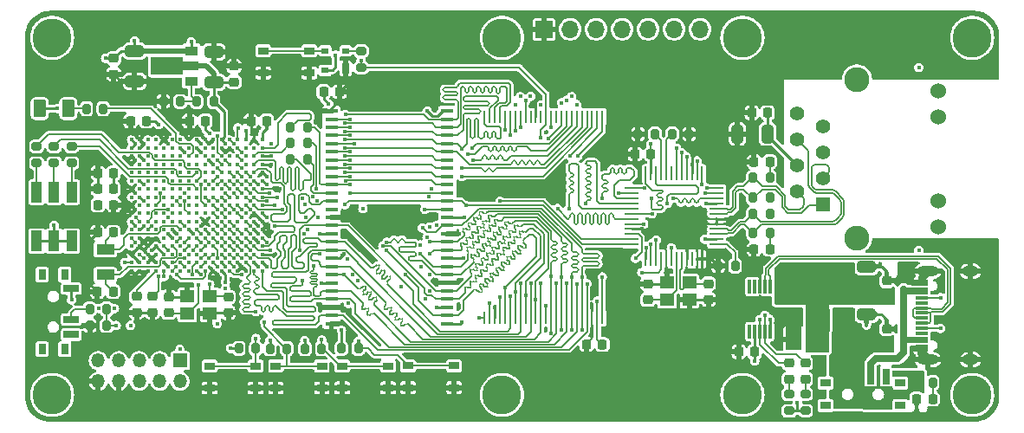
<source format=gbr>
%TF.GenerationSoftware,KiCad,Pcbnew,7.0.7*%
%TF.CreationDate,2024-03-25T22:35:50+08:00*%
%TF.ProjectId,eins2440,65696e73-3234-4343-902e-6b696361645f,rev?*%
%TF.SameCoordinates,Original*%
%TF.FileFunction,Copper,L1,Top*%
%TF.FilePolarity,Positive*%
%FSLAX46Y46*%
G04 Gerber Fmt 4.6, Leading zero omitted, Abs format (unit mm)*
G04 Created by KiCad (PCBNEW 7.0.7) date 2024-03-25 22:35:50*
%MOMM*%
%LPD*%
G01*
G04 APERTURE LIST*
G04 Aperture macros list*
%AMRoundRect*
0 Rectangle with rounded corners*
0 $1 Rounding radius*
0 $2 $3 $4 $5 $6 $7 $8 $9 X,Y pos of 4 corners*
0 Add a 4 corners polygon primitive as box body*
4,1,4,$2,$3,$4,$5,$6,$7,$8,$9,$2,$3,0*
0 Add four circle primitives for the rounded corners*
1,1,$1+$1,$2,$3*
1,1,$1+$1,$4,$5*
1,1,$1+$1,$6,$7*
1,1,$1+$1,$8,$9*
0 Add four rect primitives between the rounded corners*
20,1,$1+$1,$2,$3,$4,$5,0*
20,1,$1+$1,$4,$5,$6,$7,0*
20,1,$1+$1,$6,$7,$8,$9,0*
20,1,$1+$1,$8,$9,$2,$3,0*%
%AMFreePoly0*
4,1,9,3.862500,-0.866500,0.737500,-0.866500,0.737500,-0.450000,-0.737500,-0.450000,-0.737500,0.450000,0.737500,0.450000,0.737500,0.866500,3.862500,0.866500,3.862500,-0.866500,3.862500,-0.866500,$1*%
G04 Aperture macros list end*
%TA.AperFunction,ComponentPad*%
%ADD10R,1.398000X1.398000*%
%TD*%
%TA.AperFunction,ComponentPad*%
%ADD11C,1.398000*%
%TD*%
%TA.AperFunction,ComponentPad*%
%ADD12C,1.530000*%
%TD*%
%TA.AperFunction,ComponentPad*%
%ADD13C,2.445000*%
%TD*%
%TA.AperFunction,SMDPad,CuDef*%
%ADD14R,1.100000X2.000000*%
%TD*%
%TA.AperFunction,SMDPad,CuDef*%
%ADD15RoundRect,0.200000X-0.200000X-0.275000X0.200000X-0.275000X0.200000X0.275000X-0.200000X0.275000X0*%
%TD*%
%TA.AperFunction,SMDPad,CuDef*%
%ADD16RoundRect,0.200000X0.200000X0.275000X-0.200000X0.275000X-0.200000X-0.275000X0.200000X-0.275000X0*%
%TD*%
%TA.AperFunction,SMDPad,CuDef*%
%ADD17RoundRect,0.250000X-0.650000X0.325000X-0.650000X-0.325000X0.650000X-0.325000X0.650000X0.325000X0*%
%TD*%
%TA.AperFunction,ComponentPad*%
%ADD18C,3.800000*%
%TD*%
%TA.AperFunction,SMDPad,CuDef*%
%ADD19RoundRect,0.225000X0.225000X0.250000X-0.225000X0.250000X-0.225000X-0.250000X0.225000X-0.250000X0*%
%TD*%
%TA.AperFunction,SMDPad,CuDef*%
%ADD20RoundRect,0.200000X0.275000X-0.200000X0.275000X0.200000X-0.275000X0.200000X-0.275000X-0.200000X0*%
%TD*%
%TA.AperFunction,SMDPad,CuDef*%
%ADD21RoundRect,0.225000X-0.225000X-0.250000X0.225000X-0.250000X0.225000X0.250000X-0.225000X0.250000X0*%
%TD*%
%TA.AperFunction,SMDPad,CuDef*%
%ADD22R,0.300000X1.400000*%
%TD*%
%TA.AperFunction,SMDPad,CuDef*%
%ADD23R,0.700000X1.000000*%
%TD*%
%TA.AperFunction,SMDPad,CuDef*%
%ADD24R,0.700000X0.600000*%
%TD*%
%TA.AperFunction,SMDPad,CuDef*%
%ADD25R,1.000000X0.750000*%
%TD*%
%TA.AperFunction,SMDPad,CuDef*%
%ADD26R,1.400000X1.200000*%
%TD*%
%TA.AperFunction,SMDPad,CuDef*%
%ADD27RoundRect,0.225000X-0.250000X0.225000X-0.250000X-0.225000X0.250000X-0.225000X0.250000X0.225000X0*%
%TD*%
%TA.AperFunction,SMDPad,CuDef*%
%ADD28RoundRect,0.225000X0.250000X-0.225000X0.250000X0.225000X-0.250000X0.225000X-0.250000X-0.225000X0*%
%TD*%
%TA.AperFunction,SMDPad,CuDef*%
%ADD29RoundRect,0.250000X0.650000X-0.325000X0.650000X0.325000X-0.650000X0.325000X-0.650000X-0.325000X0*%
%TD*%
%TA.AperFunction,SMDPad,CuDef*%
%ADD30R,1.500000X2.000000*%
%TD*%
%TA.AperFunction,SMDPad,CuDef*%
%ADD31R,3.800000X2.000000*%
%TD*%
%TA.AperFunction,SMDPad,CuDef*%
%ADD32R,1.309599X0.456400*%
%TD*%
%TA.AperFunction,SMDPad,CuDef*%
%ADD33R,1.340599X0.279400*%
%TD*%
%TA.AperFunction,SMDPad,CuDef*%
%ADD34R,0.279400X1.340599*%
%TD*%
%TA.AperFunction,ComponentPad*%
%ADD35R,1.350000X1.350000*%
%TD*%
%TA.AperFunction,ComponentPad*%
%ADD36O,1.350000X1.350000*%
%TD*%
%TA.AperFunction,SMDPad,CuDef*%
%ADD37R,1.150000X0.300000*%
%TD*%
%TA.AperFunction,ComponentPad*%
%ADD38O,2.100000X1.000000*%
%TD*%
%TA.AperFunction,ComponentPad*%
%ADD39O,1.600000X1.000000*%
%TD*%
%TA.AperFunction,SMDPad,CuDef*%
%ADD40R,1.800000X1.000000*%
%TD*%
%TA.AperFunction,SMDPad,CuDef*%
%ADD41R,1.000000X0.800000*%
%TD*%
%TA.AperFunction,SMDPad,CuDef*%
%ADD42R,0.700000X1.500000*%
%TD*%
%TA.AperFunction,SMDPad,CuDef*%
%ADD43RoundRect,0.218750X-0.256250X0.218750X-0.256250X-0.218750X0.256250X-0.218750X0.256250X0.218750X0*%
%TD*%
%TA.AperFunction,SMDPad,CuDef*%
%ADD44RoundRect,0.250000X0.325000X0.650000X-0.325000X0.650000X-0.325000X-0.650000X0.325000X-0.650000X0*%
%TD*%
%TA.AperFunction,SMDPad,CuDef*%
%ADD45RoundRect,0.200000X-0.275000X0.200000X-0.275000X-0.200000X0.275000X-0.200000X0.275000X0.200000X0*%
%TD*%
%TA.AperFunction,ComponentPad*%
%ADD46R,1.700000X1.700000*%
%TD*%
%TA.AperFunction,ComponentPad*%
%ADD47O,1.700000X1.700000*%
%TD*%
%TA.AperFunction,SMDPad,CuDef*%
%ADD48RoundRect,0.218750X-0.218750X-0.256250X0.218750X-0.256250X0.218750X0.256250X-0.218750X0.256250X0*%
%TD*%
%TA.AperFunction,SMDPad,CuDef*%
%ADD49C,0.365760*%
%TD*%
%TA.AperFunction,SMDPad,CuDef*%
%ADD50R,0.800000X1.000000*%
%TD*%
%TA.AperFunction,SMDPad,CuDef*%
%ADD51R,1.500000X0.700000*%
%TD*%
%TA.AperFunction,SMDPad,CuDef*%
%ADD52RoundRect,0.250000X0.375000X0.625000X-0.375000X0.625000X-0.375000X-0.625000X0.375000X-0.625000X0*%
%TD*%
%TA.AperFunction,SMDPad,CuDef*%
%ADD53R,0.279400X1.200899*%
%TD*%
%TA.AperFunction,SMDPad,CuDef*%
%ADD54R,1.300000X0.900000*%
%TD*%
%TA.AperFunction,SMDPad,CuDef*%
%ADD55FreePoly0,180.000000*%
%TD*%
%TA.AperFunction,ViaPad*%
%ADD56C,0.406400*%
%TD*%
%TA.AperFunction,Conductor*%
%ADD57C,0.127000*%
%TD*%
%TA.AperFunction,Conductor*%
%ADD58C,0.254000*%
%TD*%
%TA.AperFunction,Conductor*%
%ADD59C,0.203200*%
%TD*%
%TA.AperFunction,Conductor*%
%ADD60C,0.152400*%
%TD*%
%TA.AperFunction,Conductor*%
%ADD61C,0.508000*%
%TD*%
%TA.AperFunction,Conductor*%
%ADD62C,0.762000*%
%TD*%
%TA.AperFunction,Conductor*%
%ADD63C,0.279400*%
%TD*%
%TA.AperFunction,Conductor*%
%ADD64C,1.498600*%
%TD*%
%TA.AperFunction,Conductor*%
%ADD65C,0.838200*%
%TD*%
%TA.AperFunction,Conductor*%
%ADD66C,0.685800*%
%TD*%
%TA.AperFunction,Conductor*%
%ADD67C,0.304800*%
%TD*%
G04 APERTURE END LIST*
D10*
%TO.P,J3,1*%
%TO.N,/ethernet/TD+*%
X179740000Y-96609000D03*
D11*
%TO.P,J3,2*%
%TO.N,/ethernet/TD-*%
X177200000Y-95339000D03*
%TO.P,J3,3*%
%TO.N,/ethernet/RD+*%
X179740000Y-94069000D03*
%TO.P,J3,4*%
%TO.N,/ethernet/AVDD_2.5V*%
X177200000Y-92799000D03*
%TO.P,J3,5*%
X179740000Y-91529000D03*
%TO.P,J3,6*%
%TO.N,/ethernet/RD-*%
X177200000Y-90259000D03*
%TO.P,J3,7,NC*%
%TO.N,unconnected-(J3-NC-Pad7)*%
X179740000Y-88989000D03*
%TO.P,J3,8*%
%TO.N,GND*%
X177200000Y-87719000D03*
D12*
%TO.P,J3,9*%
%TO.N,Net-(J3-Pad9)*%
X190990000Y-98784000D03*
%TO.P,J3,10*%
%TO.N,/ethernet/G_LED*%
X190990000Y-96244000D03*
%TO.P,J3,11*%
%TO.N,/ethernet/Y_LED*%
X190990000Y-88074000D03*
%TO.P,J3,12*%
%TO.N,Net-(J3-Pad12)*%
X190990000Y-85534000D03*
D13*
%TO.P,J3,15,SHIELD*%
%TO.N,unconnected-(J3-SHIELD-Pad15)*%
X183040000Y-99904000D03*
%TO.P,J3,16,SHIELD*%
%TO.N,unconnected-(J3-SHIELD-Pad16)*%
X183040000Y-84414000D03*
%TD*%
D14*
%TO.P,D2,1,GA*%
%TO.N,+3.3V*%
X102880000Y-100200000D03*
%TO.P,D2,2,RA*%
X104580000Y-100200000D03*
%TO.P,D2,3,BA*%
X106280000Y-100200000D03*
%TO.P,D2,4,BK*%
%TO.N,Net-(D2-BK)*%
X106280000Y-95400000D03*
%TO.P,D2,5,RK*%
%TO.N,Net-(D2-RK)*%
X104580000Y-95400000D03*
%TO.P,D2,6,GK*%
%TO.N,Net-(D2-GK)*%
X102880000Y-95400000D03*
%TD*%
D15*
%TO.P,R47,1*%
%TO.N,+3.3V*%
X122635000Y-110700000D03*
%TO.P,R47,2*%
%TO.N,EINT0*%
X124285000Y-110700000D03*
%TD*%
D16*
%TO.P,R36,1*%
%TO.N,Net-(C32-Pad2)*%
X174535000Y-94020000D03*
%TO.P,R36,2*%
%TO.N,/ethernet/TD-*%
X172885000Y-94020000D03*
%TD*%
D17*
%TO.P,C8,1*%
%TO.N,+3.3V*%
X112455000Y-81625000D03*
%TO.P,C8,2*%
%TO.N,GND*%
X112455000Y-84575000D03*
%TD*%
D18*
%TO.P,H7,1*%
%TO.N,N/C*%
X148340000Y-115240000D03*
%TD*%
D19*
%TO.P,C11,1*%
%TO.N,+3.3V*%
X110396850Y-95106299D03*
%TO.P,C11,2*%
%TO.N,GND*%
X108846850Y-95106299D03*
%TD*%
D20*
%TO.P,R48,1*%
%TO.N,Net-(D2-GK)*%
X102880000Y-92575000D03*
%TO.P,R48,2*%
%TO.N,TOUT0*%
X102880000Y-90925000D03*
%TD*%
D21*
%TO.P,C5,1*%
%TO.N,GND*%
X108826850Y-99346299D03*
%TO.P,C5,2*%
%TO.N,/soc/Xtortc*%
X110376850Y-99346299D03*
%TD*%
D22*
%TO.P,U6,1,UD+*%
%TO.N,/misc/D+*%
X174550000Y-104650000D03*
%TO.P,U6,2,UD-*%
%TO.N,/misc/D-*%
X174050000Y-104650000D03*
%TO.P,U6,3,GND*%
%TO.N,GND*%
X173550000Y-104650000D03*
%TO.P,U6,4,~{RTS}*%
%TO.N,unconnected-(U6-~{RTS}-Pad4)*%
X173050000Y-104650000D03*
%TO.P,U6,5,~{CTS}*%
%TO.N,unconnected-(U6-~{CTS}-Pad5)*%
X172550000Y-104650000D03*
%TO.P,U6,6,TNOW*%
%TO.N,unconnected-(U6-TNOW-Pad6)*%
X172550000Y-109050000D03*
%TO.P,U6,7,VCC*%
%TO.N,+3.3V*%
X173050000Y-109050000D03*
%TO.P,U6,8,TXD*%
%TO.N,RXD0*%
X173550000Y-109050000D03*
%TO.P,U6,9,RXD*%
%TO.N,TXD0*%
X174050000Y-109050000D03*
%TO.P,U6,10,V3*%
%TO.N,+3.3V*%
X174550000Y-109050000D03*
%TD*%
D18*
%TO.P,H6,1*%
%TO.N,N/C*%
X171850000Y-80320000D03*
%TD*%
D21*
%TO.P,C31,1*%
%TO.N,GND*%
X172975000Y-100990000D03*
%TO.P,C31,2*%
%TO.N,Net-(C31-Pad2)*%
X174525000Y-100990000D03*
%TD*%
D16*
%TO.P,R10,1*%
%TO.N,SCKE*%
X129326850Y-89116299D03*
%TO.P,R10,2*%
%TO.N,Net-(U1C-SCKE)*%
X127676850Y-89116299D03*
%TD*%
D23*
%TO.P,U8,1,GND*%
%TO.N,GND*%
X133080000Y-83300000D03*
D24*
%TO.P,U8,2,~{RESET}*%
%TO.N,Net-(U8-~{RESET})*%
X133080000Y-81600000D03*
%TO.P,U8,3,~{MR}*%
%TO.N,Net-(U8-~{MR})*%
X131080000Y-81600000D03*
%TO.P,U8,4,VCC*%
%TO.N,+3.3V*%
X131080000Y-83500000D03*
%TD*%
D16*
%TO.P,R28,1*%
%TO.N,Net-(D7-A)*%
X190445000Y-114020000D03*
%TO.P,R28,2*%
%TO.N,+5V*%
X188795000Y-114020000D03*
%TD*%
%TO.P,R31,1*%
%TO.N,GND*%
X166635000Y-89720000D03*
%TO.P,R31,2*%
%TO.N,Net-(U10A-EECK)*%
X164985000Y-89720000D03*
%TD*%
D25*
%TO.P,S4,1*%
%TO.N,EINT1*%
X130750000Y-112415000D03*
%TO.P,S4,2*%
X126250000Y-112415000D03*
%TO.P,S4,3*%
%TO.N,GND*%
X130750000Y-114565000D03*
%TO.P,S4,4*%
X126250000Y-114565000D03*
%TD*%
D16*
%TO.P,R6,1*%
%TO.N,Net-(U1B-OM0)*%
X109705000Y-108450000D03*
%TO.P,R6,2*%
%TO.N,GND*%
X108055000Y-108450000D03*
%TD*%
D26*
%TO.P,Y1,1,1*%
%TO.N,/soc/XTOpll*%
X117591850Y-107276299D03*
%TO.P,Y1,2,2*%
%TO.N,GND*%
X119791850Y-107276299D03*
%TO.P,Y1,3,3*%
%TO.N,/soc/XTIpll*%
X119791850Y-105576299D03*
%TO.P,Y1,4,4*%
%TO.N,GND*%
X117591850Y-105576299D03*
%TD*%
D21*
%TO.P,C4,1*%
%TO.N,GND*%
X108806850Y-105136299D03*
%TO.P,C4,2*%
%TO.N,/soc/Xtirtc*%
X110356850Y-105136299D03*
%TD*%
D19*
%TO.P,C21,1*%
%TO.N,+3.3V*%
X110396850Y-93546299D03*
%TO.P,C21,2*%
%TO.N,GND*%
X108846850Y-93546299D03*
%TD*%
D18*
%TO.P,H1,1*%
%TO.N,N/C*%
X104380000Y-80320000D03*
%TD*%
D19*
%TO.P,C18,1*%
%TO.N,+3.3V*%
X113605000Y-88450000D03*
%TO.P,C18,2*%
%TO.N,GND*%
X112055000Y-88450000D03*
%TD*%
D27*
%TO.P,C3,1*%
%TO.N,GND*%
X115781850Y-105631299D03*
%TO.P,C3,2*%
%TO.N,/soc/XTOpll*%
X115781850Y-107181299D03*
%TD*%
D16*
%TO.P,R33,1*%
%TO.N,Net-(C31-Pad2)*%
X174535000Y-97510000D03*
%TO.P,R33,2*%
%TO.N,/ethernet/RD-*%
X172885000Y-97510000D03*
%TD*%
D21*
%TO.P,C16,1*%
%TO.N,+3.3V*%
X108856850Y-96666299D03*
%TO.P,C16,2*%
%TO.N,GND*%
X110406850Y-96666299D03*
%TD*%
D20*
%TO.P,R49,1*%
%TO.N,Net-(D2-RK)*%
X104580000Y-92575000D03*
%TO.P,R49,2*%
%TO.N,TOUT1*%
X104580000Y-90925000D03*
%TD*%
D28*
%TO.P,C19,1*%
%TO.N,VDD_1.3V*%
X122155000Y-84650000D03*
%TO.P,C19,2*%
%TO.N,GND*%
X122155000Y-83100000D03*
%TD*%
D16*
%TO.P,R8,1*%
%TO.N,SCLK0*%
X129316850Y-92196299D03*
%TO.P,R8,2*%
%TO.N,Net-(U1C-SCLK0)*%
X127666850Y-92196299D03*
%TD*%
D25*
%TO.P,S5,1*%
%TO.N,EINT2*%
X137220000Y-112405000D03*
%TO.P,S5,2*%
X132720000Y-112405000D03*
%TO.P,S5,3*%
%TO.N,GND*%
X137220000Y-114555000D03*
%TO.P,S5,4*%
X132720000Y-114555000D03*
%TD*%
D28*
%TO.P,C2,1*%
%TO.N,GND*%
X121601850Y-107211299D03*
%TO.P,C2,2*%
%TO.N,/soc/XTIpll*%
X121601850Y-105661299D03*
%TD*%
D29*
%TO.P,C28,1*%
%TO.N,+3.3V*%
X183970000Y-105645000D03*
%TO.P,C28,2*%
%TO.N,GND*%
X183970000Y-102695000D03*
%TD*%
D21*
%TO.P,C33,1*%
%TO.N,GND*%
X156616850Y-110306299D03*
%TO.P,C33,2*%
%TO.N,+3.3V*%
X158166850Y-110306299D03*
%TD*%
D18*
%TO.P,H4,1*%
%TO.N,N/C*%
X194300000Y-80320000D03*
%TD*%
D28*
%TO.P,C6,1*%
%TO.N,GND*%
X112630000Y-107175000D03*
%TO.P,C6,2*%
%TO.N,Net-(U1C-UPLLCAP)*%
X112630000Y-105625000D03*
%TD*%
D30*
%TO.P,U9,1,GND*%
%TO.N,GND*%
X176830000Y-109820000D03*
%TO.P,U9,2,VO*%
%TO.N,+3.3V*%
X179130000Y-109820000D03*
D31*
X179130000Y-103520000D03*
D30*
%TO.P,U9,3,VI*%
%TO.N,+5V*%
X181430000Y-109820000D03*
%TD*%
D20*
%TO.P,R23,1*%
%TO.N,+3.3V*%
X178020000Y-116785000D03*
%TO.P,R23,2*%
%TO.N,Net-(D6-A)*%
X178020000Y-115135000D03*
%TD*%
D21*
%TO.P,C32,1*%
%TO.N,GND*%
X172985000Y-92440000D03*
%TO.P,C32,2*%
%TO.N,Net-(C32-Pad2)*%
X174535000Y-92440000D03*
%TD*%
%TO.P,C36,1*%
%TO.N,+3.3V*%
X130925000Y-85600000D03*
%TO.P,C36,2*%
%TO.N,GND*%
X132475000Y-85600000D03*
%TD*%
D29*
%TO.P,C25,1*%
%TO.N,+5V*%
X183970000Y-110325000D03*
%TO.P,C25,2*%
%TO.N,GND*%
X183970000Y-107375000D03*
%TD*%
D16*
%TO.P,R9,1*%
%TO.N,SCLK1*%
X129316850Y-90636299D03*
%TO.P,R9,2*%
%TO.N,Net-(U1C-SCLK1)*%
X127666850Y-90636299D03*
%TD*%
D28*
%TO.P,C1,1*%
%TO.N,GND*%
X114180000Y-107175000D03*
%TO.P,C1,2*%
%TO.N,Net-(U1B-MPLLCAP)*%
X114180000Y-105625000D03*
%TD*%
D19*
%TO.P,C27,1*%
%TO.N,+3.3V*%
X173045000Y-111030000D03*
%TO.P,C27,2*%
%TO.N,GND*%
X171495000Y-111030000D03*
%TD*%
D32*
%TO.P,U2,1,VDD*%
%TO.N,+3.3V*%
X143011050Y-108282599D03*
%TO.P,U2,2,DQ0*%
%TO.N,DATA0*%
X143011050Y-107482499D03*
%TO.P,U2,3,VDDQ*%
%TO.N,+3.3V*%
X143011050Y-106682399D03*
%TO.P,U2,4,DQ1*%
%TO.N,DATA1*%
X143011050Y-105882299D03*
%TO.P,U2,5,DQ2*%
%TO.N,DATA2*%
X143011050Y-105082199D03*
%TO.P,U2,6,VSSQ*%
%TO.N,GND*%
X143011050Y-104282099D03*
%TO.P,U2,7,DQ3*%
%TO.N,DATA3*%
X143011050Y-103481999D03*
%TO.P,U2,8,DQ4*%
%TO.N,DATA4*%
X143011050Y-102681899D03*
%TO.P,U2,9,VDDQ*%
%TO.N,+3.3V*%
X143011050Y-101881799D03*
%TO.P,U2,10,DQ5*%
%TO.N,DATA5*%
X143011050Y-101081699D03*
%TO.P,U2,11,DQ6*%
%TO.N,DATA6*%
X143011050Y-100281599D03*
%TO.P,U2,12,VSSQ*%
%TO.N,GND*%
X143011050Y-99481499D03*
%TO.P,U2,13,DQ7*%
%TO.N,DATA7*%
X143011050Y-98681399D03*
%TO.P,U2,14,VDD*%
%TO.N,+3.3V*%
X143011050Y-97881299D03*
%TO.P,U2,15,LDQM*%
%TO.N,nBE0*%
X143011050Y-97081199D03*
%TO.P,U2,16,\u002AWE*%
%TO.N,nWE*%
X143011050Y-96281099D03*
%TO.P,U2,17,\u002ACAS*%
%TO.N,nSCAS*%
X143011050Y-95480999D03*
%TO.P,U2,18,\u002ARAS*%
%TO.N,nSRAS*%
X143011050Y-94680899D03*
%TO.P,U2,19,\u002ACS*%
%TO.N,nGCS6*%
X143011050Y-93880799D03*
%TO.P,U2,20,BA0*%
%TO.N,ADDR24*%
X143011050Y-93080699D03*
%TO.P,U2,21,BA1*%
%TO.N,ADDR25*%
X143011050Y-92280599D03*
%TO.P,U2,22,A10/AP*%
%TO.N,ADDR12*%
X143011050Y-91480499D03*
%TO.P,U2,23,A0*%
%TO.N,ADDR2*%
X143011050Y-90680399D03*
%TO.P,U2,24,A1*%
%TO.N,ADDR3*%
X143011050Y-89880299D03*
%TO.P,U2,25,A2*%
%TO.N,ADDR4*%
X143011050Y-89080199D03*
%TO.P,U2,26,A3*%
%TO.N,ADDR5*%
X143011050Y-88280099D03*
%TO.P,U2,27,VDD*%
%TO.N,+3.3V*%
X143011050Y-87479999D03*
%TO.P,U2,28,VSS*%
%TO.N,GND*%
X131682650Y-87479999D03*
%TO.P,U2,29,A4*%
%TO.N,ADDR6*%
X131682650Y-88280099D03*
%TO.P,U2,30,A5*%
%TO.N,ADDR7*%
X131682650Y-89080199D03*
%TO.P,U2,31,A6*%
%TO.N,ADDR8*%
X131682650Y-89880299D03*
%TO.P,U2,32,A7*%
%TO.N,ADDR9*%
X131682650Y-90680399D03*
%TO.P,U2,33,A8*%
%TO.N,ADDR10*%
X131682650Y-91480499D03*
%TO.P,U2,34,A9*%
%TO.N,ADDR11*%
X131682650Y-92280599D03*
%TO.P,U2,35,A11*%
%TO.N,ADDR13*%
X131682650Y-93080699D03*
%TO.P,U2,36,A12*%
%TO.N,ADDR14*%
X131682650Y-93880799D03*
%TO.P,U2,37,CKE*%
%TO.N,SCKE*%
X131682650Y-94680899D03*
%TO.P,U2,38,CLK*%
%TO.N,SCLK0*%
X131682650Y-95480999D03*
%TO.P,U2,39,UDQM*%
%TO.N,nBE1*%
X131682650Y-96281099D03*
%TO.P,U2,40,NC*%
%TO.N,unconnected-(U2B-NC-Pad40)*%
X131682650Y-97081199D03*
%TO.P,U2,41,VSS*%
%TO.N,GND*%
X131682650Y-97881299D03*
%TO.P,U2,42,DQ8*%
%TO.N,DATA8*%
X131682650Y-98681399D03*
%TO.P,U2,43,VDDQ*%
%TO.N,+3.3V*%
X131682650Y-99481499D03*
%TO.P,U2,44,DQ9*%
%TO.N,DATA9*%
X131682650Y-100281599D03*
%TO.P,U2,45,DQ10*%
%TO.N,DATA10*%
X131682650Y-101081699D03*
%TO.P,U2,46,VSSQ*%
%TO.N,GND*%
X131682650Y-101881799D03*
%TO.P,U2,47,DQ11*%
%TO.N,DATA11*%
X131682650Y-102681899D03*
%TO.P,U2,48,DQ12*%
%TO.N,DATA12*%
X131682650Y-103481999D03*
%TO.P,U2,49,VDDQ*%
%TO.N,+3.3V*%
X131682650Y-104282099D03*
%TO.P,U2,50,DQ13*%
%TO.N,DATA13*%
X131682650Y-105082199D03*
%TO.P,U2,51,DQ14*%
%TO.N,DATA14*%
X131682650Y-105882299D03*
%TO.P,U2,52,VSSQ*%
%TO.N,GND*%
X131682650Y-106682399D03*
%TO.P,U2,53,DQ15*%
%TO.N,DATA15*%
X131682650Y-107482499D03*
%TO.P,U2,54,VSS*%
%TO.N,GND*%
X131682650Y-108282599D03*
%TD*%
D33*
%TO.P,U10,1,BGRES*%
%TO.N,Net-(U10A-BGRES)*%
X169334851Y-100523799D03*
%TO.P,U10,2,RXVDD18*%
%TO.N,/ethernet/AVDD_2.5V*%
X169334851Y-100023800D03*
%TO.P,U10,3,RX+*%
%TO.N,/ethernet/RD+*%
X169334851Y-99523798D03*
%TO.P,U10,4,RX-*%
%TO.N,/ethernet/RD-*%
X169334851Y-99023799D03*
%TO.P,U10,5,RXGND*%
%TO.N,GND*%
X169334851Y-98523800D03*
%TO.P,U10,6,TXGND*%
X169334851Y-98023799D03*
%TO.P,U10,7,TX+*%
%TO.N,/ethernet/TD+*%
X169334851Y-97523799D03*
%TO.P,U10,8,TX-*%
%TO.N,/ethernet/TD-*%
X169334851Y-97023798D03*
%TO.P,U10,9,TXVDD18*%
%TO.N,/ethernet/AVDD_2.5V*%
X169334851Y-96523799D03*
%TO.P,U10,10,SD7*%
%TO.N,DATA7*%
X169334851Y-96023800D03*
%TO.P,U10,11,SD6*%
%TO.N,DATA6*%
X169334851Y-95523798D03*
%TO.P,U10,12,SD5*%
%TO.N,DATA5*%
X169334851Y-95023799D03*
D34*
%TO.P,U10,13,SD4*%
%TO.N,DATA4*%
X167909350Y-93598298D03*
%TO.P,U10,14,SD3*%
%TO.N,DATA3*%
X167409351Y-93598298D03*
%TO.P,U10,15,GND*%
%TO.N,GND*%
X166909349Y-93598298D03*
%TO.P,U10,16,SD2*%
%TO.N,DATA2*%
X166409350Y-93598298D03*
%TO.P,U10,17,SD1*%
%TO.N,DATA1*%
X165909351Y-93598298D03*
%TO.P,U10,18,SD0*%
%TO.N,DATA0*%
X165409350Y-93598298D03*
%TO.P,U10,19,EEDIO*%
%TO.N,unconnected-(U10A-EEDIO-Pad19)*%
X164909350Y-93598298D03*
%TO.P,U10,20,EECK*%
%TO.N,Net-(U10A-EECK)*%
X164409349Y-93598298D03*
%TO.P,U10,21,EECS*%
%TO.N,Net-(U10A-EECS)*%
X163909350Y-93598298D03*
%TO.P,U10,22,SD15*%
%TO.N,DATA15*%
X163409351Y-93598298D03*
%TO.P,U10,23,VDD*%
%TO.N,+3.3V*%
X162909349Y-93598298D03*
%TO.P,U10,24,SD14*%
%TO.N,DATA14*%
X162409350Y-93598298D03*
D33*
%TO.P,U10,25,SD13*%
%TO.N,DATA13*%
X160983849Y-95023799D03*
%TO.P,U10,26,SD12*%
%TO.N,DATA12*%
X160983849Y-95523798D03*
%TO.P,U10,27,SD11*%
%TO.N,DATA11*%
X160983849Y-96023800D03*
%TO.P,U10,28,SD10*%
%TO.N,DATA10*%
X160983849Y-96523799D03*
%TO.P,U10,29,SD9*%
%TO.N,DATA9*%
X160983849Y-97023798D03*
%TO.P,U10,30,VDD*%
%TO.N,+3.3V*%
X160983849Y-97523799D03*
%TO.P,U10,31,SD8*%
%TO.N,DATA8*%
X160983849Y-98023799D03*
%TO.P,U10,32,CMD*%
%TO.N,ADDR2*%
X160983849Y-98523800D03*
%TO.P,U10,33,GND*%
%TO.N,GND*%
X160983849Y-99023799D03*
%TO.P,U10,34,INT*%
%TO.N,EINT7*%
X160983849Y-99523798D03*
%TO.P,U10,35,IOR#*%
%TO.N,nOE*%
X160983849Y-100023800D03*
%TO.P,U10,36,IOW#*%
%TO.N,nWE*%
X160983849Y-100523799D03*
D34*
%TO.P,U10,37,CS#*%
%TO.N,nGCS4*%
X162409350Y-101949300D03*
%TO.P,U10,38,LED2*%
%TO.N,/ethernet/G_LED*%
X162909349Y-101949300D03*
%TO.P,U10,39,LED1*%
%TO.N,/ethernet/Y_LED*%
X163409351Y-101949300D03*
%TO.P,U10,40,PWRST#*%
%TO.N,nRESET*%
X163909350Y-101949300D03*
%TO.P,U10,41,TEST*%
%TO.N,GND*%
X164409349Y-101949300D03*
%TO.P,U10,42,VDD*%
%TO.N,+3.3V*%
X164909350Y-101949300D03*
%TO.P,U10,43,X2*%
%TO.N,Net-(U10A-X2)*%
X165409350Y-101949300D03*
%TO.P,U10,44,X1*%
%TO.N,Net-(U10A-X1)*%
X165909351Y-101949300D03*
%TO.P,U10,45,GND*%
%TO.N,GND*%
X166409350Y-101949300D03*
%TO.P,U10,46,SD*%
%TO.N,unconnected-(U10A-SD-Pad46)*%
X166909349Y-101949300D03*
%TO.P,U10,47,RXGND*%
%TO.N,GND*%
X167409351Y-101949300D03*
%TO.P,U10,48,BGGND*%
X167909350Y-101949300D03*
%TD*%
D15*
%TO.P,R27,1*%
%TO.N,+3.3V*%
X129085000Y-110710000D03*
%TO.P,R27,2*%
%TO.N,EINT2*%
X130735000Y-110710000D03*
%TD*%
D35*
%TO.P,J1,1,Pin_1*%
%TO.N,+3.3V*%
X116890000Y-111890000D03*
D36*
%TO.P,J1,2,Pin_2*%
X116890000Y-113890000D03*
%TO.P,J1,3,Pin_3*%
%TO.N,nTRST*%
X114890000Y-111890000D03*
%TO.P,J1,4,Pin_4*%
%TO.N,nRESET*%
X114890000Y-113890000D03*
%TO.P,J1,5,Pin_5*%
%TO.N,TDI*%
X112890000Y-111890000D03*
%TO.P,J1,6,Pin_6*%
%TO.N,TDO*%
X112890000Y-113890000D03*
%TO.P,J1,7,Pin_7*%
%TO.N,TMS*%
X110890000Y-111890000D03*
%TO.P,J1,8,Pin_8*%
%TO.N,GND*%
X110890000Y-113890000D03*
%TO.P,J1,9,Pin_9*%
%TO.N,TCK*%
X108890000Y-111890000D03*
%TO.P,J1,10,Pin_10*%
%TO.N,GND*%
X108890000Y-113890000D03*
%TD*%
D18*
%TO.P,H5,1*%
%TO.N,N/C*%
X148340000Y-80320000D03*
%TD*%
D19*
%TO.P,C40,1*%
%TO.N,+3.3V*%
X162906850Y-91686299D03*
%TO.P,C40,2*%
%TO.N,GND*%
X161356850Y-91686299D03*
%TD*%
D37*
%TO.P,J5,A1,GND*%
%TO.N,GND*%
X189400000Y-110830000D03*
%TO.P,J5,A4,VBUS*%
%TO.N,Net-(SW3-B)*%
X189400000Y-110030000D03*
%TO.P,J5,A5,CC1*%
%TO.N,Net-(J5-CC1)*%
X189400000Y-108730000D03*
%TO.P,J5,A6,D+*%
%TO.N,/misc/D+*%
X189400000Y-107730000D03*
%TO.P,J5,A7,D-*%
%TO.N,/misc/D-*%
X189400000Y-107230000D03*
%TO.P,J5,A8,SBU1*%
%TO.N,unconnected-(J5-SBU1-PadA8)*%
X189400000Y-106230000D03*
%TO.P,J5,A9,VBUS*%
%TO.N,Net-(SW3-B)*%
X189400000Y-104930000D03*
%TO.P,J5,A12,GND*%
%TO.N,GND*%
X189400000Y-104130000D03*
%TO.P,J5,B1,GND*%
X189400000Y-104430000D03*
%TO.P,J5,B4,VBUS*%
%TO.N,Net-(SW3-B)*%
X189400000Y-105230000D03*
%TO.P,J5,B5,CC2*%
%TO.N,Net-(J5-CC2)*%
X189400000Y-105730000D03*
%TO.P,J5,B6,D+*%
%TO.N,/misc/D+*%
X189400000Y-106730000D03*
%TO.P,J5,B7,D-*%
%TO.N,/misc/D-*%
X189400000Y-108230000D03*
%TO.P,J5,B8,SBU2*%
%TO.N,unconnected-(J5-SBU2-PadB8)*%
X189400000Y-109230000D03*
%TO.P,J5,B9,VBUS*%
%TO.N,Net-(SW3-B)*%
X189400000Y-109730000D03*
%TO.P,J5,B12,GND*%
%TO.N,GND*%
X189400000Y-110530000D03*
D38*
%TO.P,J5,S1,SHIELD*%
X189965000Y-111800000D03*
D39*
X194145000Y-111800000D03*
D38*
X189965000Y-103160000D03*
D39*
X194145000Y-103160000D03*
%TD*%
D21*
%TO.P,C38,1*%
%TO.N,GND*%
X172765000Y-87660000D03*
%TO.P,C38,2*%
%TO.N,/ethernet/AVDD_2.5V*%
X174315000Y-87660000D03*
%TD*%
D40*
%TO.P,Y2,1,1*%
%TO.N,/soc/Xtortc*%
X109581850Y-100996299D03*
%TO.P,Y2,2,2*%
%TO.N,/soc/Xtirtc*%
X109581850Y-103496299D03*
%TD*%
D19*
%TO.P,C10,1*%
%TO.N,VDD_1.3V*%
X125355000Y-88450000D03*
%TO.P,C10,2*%
%TO.N,GND*%
X123805000Y-88450000D03*
%TD*%
D15*
%TO.P,R15,1*%
%TO.N,Net-(D1-K)*%
X107735000Y-87260000D03*
%TO.P,R15,2*%
%TO.N,TOUT3*%
X109385000Y-87260000D03*
%TD*%
%TO.P,R46,1*%
%TO.N,+3.3V*%
X125675000Y-110710000D03*
%TO.P,R46,2*%
%TO.N,EINT1*%
X127325000Y-110710000D03*
%TD*%
D16*
%TO.P,R34,1*%
%TO.N,Net-(C32-Pad2)*%
X174535000Y-95970000D03*
%TO.P,R34,2*%
%TO.N,/ethernet/TD+*%
X172885000Y-95970000D03*
%TD*%
D25*
%TO.P,S3,1*%
%TO.N,EINT0*%
X124280000Y-112415000D03*
%TO.P,S3,2*%
X119780000Y-112415000D03*
%TO.P,S3,3*%
%TO.N,GND*%
X124280000Y-114565000D03*
%TO.P,S3,4*%
X119780000Y-114565000D03*
%TD*%
D41*
%TO.P,SW3,*%
%TO.N,*%
X179980000Y-114075000D03*
X179980000Y-116285000D03*
X187280000Y-114075000D03*
X187280000Y-116285000D03*
D42*
%TO.P,SW3,1,A*%
%TO.N,+5V*%
X181380000Y-113425000D03*
%TO.P,SW3,2,B*%
%TO.N,Net-(SW3-B)*%
X184380000Y-113425000D03*
%TO.P,SW3,3,C*%
%TO.N,unconnected-(SW3-C-Pad3)*%
X185880000Y-113425000D03*
%TD*%
D43*
%TO.P,D5,1,K*%
%TO.N,RXD0*%
X176400000Y-112142500D03*
%TO.P,D5,2,A*%
%TO.N,Net-(D5-A)*%
X176400000Y-113717500D03*
%TD*%
D18*
%TO.P,H3,1*%
%TO.N,N/C*%
X194300000Y-115240000D03*
%TD*%
D43*
%TO.P,D6,1,K*%
%TO.N,TXD0*%
X178020000Y-112132500D03*
%TO.P,D6,2,A*%
%TO.N,Net-(D6-A)*%
X178020000Y-113707500D03*
%TD*%
D15*
%TO.P,R29,1*%
%TO.N,+3.3V*%
X132655000Y-110700000D03*
%TO.P,R29,2*%
%TO.N,EINT4*%
X134305000Y-110700000D03*
%TD*%
D44*
%TO.P,C37,1*%
%TO.N,/ethernet/AVDD_2.5V*%
X174315000Y-89720000D03*
%TO.P,C37,2*%
%TO.N,GND*%
X171365000Y-89720000D03*
%TD*%
D18*
%TO.P,H8,1*%
%TO.N,N/C*%
X171850000Y-115240000D03*
%TD*%
D19*
%TO.P,C9,1*%
%TO.N,+3.3V*%
X119355000Y-88450000D03*
%TO.P,C9,2*%
%TO.N,GND*%
X117805000Y-88450000D03*
%TD*%
D45*
%TO.P,R26,1*%
%TO.N,Net-(U8-~{RESET})*%
X134590000Y-81605000D03*
%TO.P,R26,2*%
%TO.N,nRESET*%
X134590000Y-83255000D03*
%TD*%
D25*
%TO.P,S1,1*%
%TO.N,GND*%
X125005000Y-83750000D03*
%TO.P,S1,2*%
X129505000Y-83750000D03*
%TO.P,S1,3*%
%TO.N,Net-(U8-~{MR})*%
X125005000Y-81600000D03*
%TO.P,S1,4*%
X129505000Y-81600000D03*
%TD*%
D29*
%TO.P,C22,1*%
%TO.N,VDD_1.3V*%
X120178150Y-84658701D03*
%TO.P,C22,2*%
%TO.N,GND*%
X120178150Y-81708701D03*
%TD*%
D16*
%TO.P,R39,1*%
%TO.N,Net-(U1B-OM0)*%
X109705000Y-106850000D03*
%TO.P,R39,2*%
%TO.N,Net-(SW2-B)*%
X108055000Y-106850000D03*
%TD*%
D15*
%TO.P,R30,1*%
%TO.N,GND*%
X169485000Y-102620000D03*
%TO.P,R30,2*%
%TO.N,Net-(U10A-BGRES)*%
X171135000Y-102620000D03*
%TD*%
D16*
%TO.P,R35,1*%
%TO.N,Net-(C31-Pad2)*%
X174535000Y-99410000D03*
%TO.P,R35,2*%
%TO.N,/ethernet/RD+*%
X172885000Y-99410000D03*
%TD*%
D26*
%TO.P,Y3,1,1*%
%TO.N,Net-(U10A-X2)*%
X164469350Y-105946299D03*
%TO.P,Y3,2,2*%
%TO.N,GND*%
X166669350Y-105946299D03*
%TO.P,Y3,3,3*%
%TO.N,Net-(U10A-X1)*%
X166669350Y-104246299D03*
%TO.P,Y3,4,4*%
%TO.N,GND*%
X164469350Y-104246299D03*
%TD*%
D25*
%TO.P,S6,1*%
%TO.N,EINT4*%
X143680000Y-112385000D03*
%TO.P,S6,2*%
X139180000Y-112385000D03*
%TO.P,S6,3*%
%TO.N,GND*%
X143680000Y-114535000D03*
%TO.P,S6,4*%
X139180000Y-114535000D03*
%TD*%
D20*
%TO.P,R22,1*%
%TO.N,+3.3V*%
X176400000Y-116795000D03*
%TO.P,R22,2*%
%TO.N,Net-(D5-A)*%
X176400000Y-115145000D03*
%TD*%
D46*
%TO.P,J2,1,Pin_1*%
%TO.N,GND*%
X152480000Y-79500000D03*
D47*
%TO.P,J2,2,Pin_2*%
%TO.N,+3.3V*%
X155020000Y-79500000D03*
%TO.P,J2,3,Pin_3*%
%TO.N,LCD_SCL*%
X157560000Y-79500000D03*
%TO.P,J2,4,Pin_4*%
%TO.N,LCD_SDA*%
X160100000Y-79500000D03*
%TO.P,J2,5,Pin_5*%
%TO.N,LCD_RES*%
X162640000Y-79500000D03*
%TO.P,J2,6,Pin_6*%
%TO.N,LCD_DC*%
X165180000Y-79500000D03*
%TO.P,J2,7,Pin_7*%
%TO.N,+3.3V*%
X167720000Y-79500000D03*
%TD*%
D48*
%TO.P,D7,1,K*%
%TO.N,GND*%
X188872500Y-115630000D03*
%TO.P,D7,2,A*%
%TO.N,Net-(D7-A)*%
X190447500Y-115630000D03*
%TD*%
D15*
%TO.P,R32,1*%
%TO.N,GND*%
X161645000Y-89720000D03*
%TO.P,R32,2*%
%TO.N,Net-(U10A-EECS)*%
X163295000Y-89720000D03*
%TD*%
D28*
%TO.P,C26,1*%
%TO.N,+5V*%
X185950000Y-110325000D03*
%TO.P,C26,2*%
%TO.N,GND*%
X185950000Y-108775000D03*
%TD*%
D27*
%TO.P,C30,1*%
%TO.N,GND*%
X162610000Y-104381299D03*
%TO.P,C30,2*%
%TO.N,Net-(U10A-X2)*%
X162610000Y-105931299D03*
%TD*%
D20*
%TO.P,R50,1*%
%TO.N,Net-(D2-BK)*%
X106280000Y-92575000D03*
%TO.P,R50,2*%
%TO.N,TOUT2*%
X106280000Y-90925000D03*
%TD*%
D49*
%TO.P,U1,A1,VDDi*%
%TO.N,VDD_1.3V*%
X124931850Y-90296302D03*
%TO.P,U1,A2,SCKE*%
%TO.N,Net-(U1C-SCKE)*%
X124931850Y-91096302D03*
%TO.P,U1,A3,VSSi*%
%TO.N,GND*%
X124931850Y-91896301D03*
%TO.P,U1,A4,VSSi*%
X124931850Y-92696301D03*
%TO.P,U1,A5,VSSMOP*%
X124931850Y-93496301D03*
%TO.P,U1,A6,VDDi*%
%TO.N,VDD_1.3V*%
X124931850Y-94296301D03*
%TO.P,U1,A7,VSSMOP*%
%TO.N,GND*%
X124931850Y-95096301D03*
%TO.P,U1,A8,ADDR10*%
%TO.N,ADDR10*%
X124931850Y-95896301D03*
%TO.P,U1,A9,VDDMOP*%
%TO.N,+3.3V*%
X124931850Y-96696301D03*
%TO.P,U1,A10,VDDi*%
%TO.N,VDD_1.3V*%
X124931850Y-97496301D03*
%TO.P,U1,A11,VSSMOP*%
%TO.N,GND*%
X124931850Y-98296301D03*
%TO.P,U1,A12,VSSi*%
X124931850Y-99096301D03*
%TO.P,U1,A13,DATA3*%
%TO.N,DATA3*%
X124931850Y-99896301D03*
%TO.P,U1,A14,DATA7*%
%TO.N,DATA7*%
X124931850Y-100696300D03*
%TO.P,U1,A15,VSSMOP*%
%TO.N,GND*%
X124931850Y-101496300D03*
%TO.P,U1,A16,VDDi*%
%TO.N,VDD_1.3V*%
X124931850Y-102296300D03*
%TO.P,U1,A17,DATA10*%
%TO.N,DATA10*%
X124931850Y-103096300D03*
%TO.P,U1,B1,VSSMOP*%
%TO.N,GND*%
X124131850Y-90296302D03*
%TO.P,U1,B2,nGCS1/GPA12*%
%TO.N,unconnected-(U1G-nGCS1{slash}GPA12-PadB2)*%
X124131850Y-91096302D03*
%TO.P,U1,B3,SCLK1*%
%TO.N,Net-(U1C-SCLK1)*%
X124131850Y-91896301D03*
%TO.P,U1,B4,SCLK0*%
%TO.N,Net-(U1C-SCLK0)*%
X124131850Y-92696301D03*
%TO.P,U1,B5,nBE1*%
%TO.N,nBE1*%
X124131850Y-93496301D03*
%TO.P,U1,B6,VDDMOP*%
%TO.N,+3.3V*%
X124131850Y-94296301D03*
%TO.P,U1,B7,ADDR2*%
%TO.N,ADDR2*%
X124131850Y-95096301D03*
%TO.P,U1,B8,ADDR9*%
%TO.N,ADDR9*%
X124131850Y-95896301D03*
%TO.P,U1,B9,ADDR12*%
%TO.N,ADDR12*%
X124131850Y-96696301D03*
%TO.P,U1,B10,VSSi*%
%TO.N,GND*%
X124131850Y-97496301D03*
%TO.P,U1,B11,VDDi*%
%TO.N,VDD_1.3V*%
X124131850Y-98296301D03*
%TO.P,U1,B12,VDDMOP*%
%TO.N,+3.3V*%
X124131850Y-99096301D03*
%TO.P,U1,B13,VSSMOP*%
%TO.N,GND*%
X124131850Y-99896301D03*
%TO.P,U1,B14,VDDMOP*%
%TO.N,+3.3V*%
X124131850Y-100696300D03*
%TO.P,U1,B15,DATA9*%
%TO.N,DATA9*%
X124131850Y-101496300D03*
%TO.P,U1,B16,VDDMOP*%
%TO.N,+3.3V*%
X124131850Y-102296300D03*
%TO.P,U1,B17,DATA15*%
%TO.N,DATA15*%
X124131850Y-103096300D03*
%TO.P,U1,C1,VDDMOP*%
%TO.N,+3.3V*%
X123331851Y-90296302D03*
%TO.P,U1,C2,nGCS5/GPA16*%
%TO.N,unconnected-(U1G-nGCS5{slash}GPA16-PadC2)*%
X123331851Y-91096302D03*
%TO.P,U1,C3,nGCS2/GPA13*%
%TO.N,unconnected-(U1G-nGCS2{slash}GPA13-PadC3)*%
X123331851Y-91896301D03*
%TO.P,U1,C4,nGCS3/GPA14*%
%TO.N,unconnected-(U1G-nGCS3{slash}GPA14-PadC4)*%
X123331851Y-92696301D03*
%TO.P,U1,C5,nOE*%
%TO.N,nOE*%
X123331851Y-93496301D03*
%TO.P,U1,C6,nSRAS*%
%TO.N,Net-(U1B-nSRAS)*%
X123331851Y-94296301D03*
%TO.P,U1,C7,ADDR4*%
%TO.N,ADDR4*%
X123331851Y-95096301D03*
%TO.P,U1,C8,ADDR11*%
%TO.N,ADDR11*%
X123331851Y-95896301D03*
%TO.P,U1,C9,ADDR15*%
%TO.N,ADDR15*%
X123331851Y-96696301D03*
%TO.P,U1,C10,ADDR21/GPA6*%
%TO.N,unconnected-(U1A-ADDR21{slash}GPA6-PadC10)*%
X123331851Y-97496301D03*
%TO.P,U1,C11,ADDR24/GPA9*%
%TO.N,ADDR24*%
X123331851Y-98296301D03*
%TO.P,U1,C12,DATA1*%
%TO.N,DATA1*%
X123331851Y-99096301D03*
%TO.P,U1,C13,DATA6*%
%TO.N,DATA6*%
X123331851Y-99896301D03*
%TO.P,U1,C14,DATA11*%
%TO.N,DATA11*%
X123331851Y-100696300D03*
%TO.P,U1,C15,DATA13*%
%TO.N,DATA13*%
X123331851Y-101496300D03*
%TO.P,U1,C16,DATA16*%
%TO.N,DATA16*%
X123331851Y-102296300D03*
%TO.P,U1,C17,VSSi*%
%TO.N,GND*%
X123331851Y-103096300D03*
%TO.P,U1,D1,ALE/GPA18*%
%TO.N,ALE*%
X122531851Y-90296302D03*
%TO.P,U1,D2,nGCS6*%
%TO.N,Net-(U1G-nGCS6)*%
X122531851Y-91096302D03*
%TO.P,U1,D3,nGCS4/GPA15*%
%TO.N,nGCS4*%
X122531851Y-91896301D03*
%TO.P,U1,D4,nBE0*%
%TO.N,nBE0*%
X122531851Y-92696301D03*
%TO.P,U1,D5,nBE2*%
%TO.N,nBE2*%
X122531851Y-93496301D03*
%TO.P,U1,D6,nSCAS*%
%TO.N,Net-(U1B-nSCAS)*%
X122531851Y-94296301D03*
%TO.P,U1,D7,ADDR7*%
%TO.N,ADDR7*%
X122531851Y-95096301D03*
%TO.P,U1,D8,ADDR5*%
%TO.N,ADDR5*%
X122531851Y-95896301D03*
%TO.P,U1,D9,ADDR16/GPA1*%
%TO.N,ADDR16*%
X122531851Y-96696301D03*
%TO.P,U1,D10,ADDR20/GPA5*%
%TO.N,ADDR20*%
X122531851Y-97496301D03*
%TO.P,U1,D11,ADDR26/GPA11*%
%TO.N,unconnected-(U1A-ADDR26{slash}GPA11-PadD11)*%
X122531851Y-98296301D03*
%TO.P,U1,D12,DATA0*%
%TO.N,DATA0*%
X122531851Y-99096301D03*
%TO.P,U1,D13,DATA8*%
%TO.N,DATA8*%
X122531851Y-99896301D03*
%TO.P,U1,D14,DATA14*%
%TO.N,DATA14*%
X122531851Y-100696300D03*
%TO.P,U1,D15,DATA12*%
%TO.N,DATA12*%
X122531851Y-101496300D03*
%TO.P,U1,D16,VSSMOP*%
%TO.N,GND*%
X122531851Y-102296300D03*
%TO.P,U1,D17,VSSMOP*%
X122531851Y-103096300D03*
%TO.P,U1,E1,nFRE/GPA20*%
%TO.N,nFRE*%
X121731851Y-90296302D03*
%TO.P,U1,E2,VSSMOP*%
%TO.N,GND*%
X121731851Y-91096302D03*
%TO.P,U1,E3,nGCS7*%
%TO.N,unconnected-(U1G-nGCS7-PadE3)*%
X121731851Y-91896301D03*
%TO.P,U1,E4,nWAIT*%
%TO.N,Net-(U1B-nWAIT)*%
X121731851Y-92696301D03*
%TO.P,U1,E5,nBE3*%
%TO.N,nBE3*%
X121731851Y-93496301D03*
%TO.P,U1,E6,nWE*%
%TO.N,nWE*%
X121731851Y-94296301D03*
%TO.P,U1,E7,ADDR1*%
%TO.N,ADDR1*%
X121731851Y-95096301D03*
%TO.P,U1,E8,ADDR6*%
%TO.N,ADDR6*%
X121731851Y-95896301D03*
%TO.P,U1,E9,ADDR14*%
%TO.N,ADDR14*%
X121731851Y-96696301D03*
%TO.P,U1,E10,ADDR23/GPA8*%
%TO.N,unconnected-(U1A-ADDR23{slash}GPA8-PadE10)*%
X121731851Y-97496301D03*
%TO.P,U1,E11,DATA2*%
%TO.N,DATA2*%
X121731851Y-98296301D03*
%TO.P,U1,E12,DATA20*%
%TO.N,DATA20*%
X121731851Y-99096301D03*
%TO.P,U1,E13,DATA19*%
%TO.N,DATA19*%
X121731851Y-99896301D03*
%TO.P,U1,E14,DATA18*%
%TO.N,DATA18*%
X121731851Y-100696300D03*
%TO.P,U1,E15,DATA17*%
%TO.N,DATA17*%
X121731851Y-101496300D03*
%TO.P,U1,E16,DATA21*%
%TO.N,DATA21*%
X121731851Y-102296300D03*
%TO.P,U1,E17,DATA24*%
%TO.N,DATA24*%
X121731851Y-103096300D03*
%TO.P,U1,F1,VDDi*%
%TO.N,VDD_1.3V*%
X120931851Y-90296302D03*
%TO.P,U1,F2,VSSi*%
%TO.N,GND*%
X120931851Y-91096302D03*
%TO.P,U1,F3,nFWE/GPA19*%
%TO.N,nFWE*%
X120931851Y-91896301D03*
%TO.P,U1,F4,nFCE/GPA22*%
%TO.N,nFCE*%
X120931851Y-92696301D03*
%TO.P,U1,F5,CLE/GPA17*%
%TO.N,CLE*%
X120931851Y-93496301D03*
%TO.P,U1,F6,nGCS0*%
%TO.N,nGCS0*%
X120931851Y-94296301D03*
%TO.P,U1,F7,ADDR0/GPA0*%
%TO.N,unconnected-(U1A-ADDR0{slash}GPA0-PadF7)*%
X120931851Y-95096301D03*
%TO.P,U1,F8,ADDR3*%
%TO.N,ADDR3*%
X120931851Y-95896301D03*
%TO.P,U1,F9,ADDR18/GPA3*%
%TO.N,ADDR18*%
X120931851Y-96696301D03*
%TO.P,U1,F10,DATA4*%
%TO.N,DATA4*%
X120931851Y-97496301D03*
%TO.P,U1,F11,DATA5*%
%TO.N,DATA5*%
X120931851Y-98296301D03*
%TO.P,U1,F12,DATA27*%
%TO.N,DATA27*%
X120931851Y-99096301D03*
%TO.P,U1,F13,DATA31*%
%TO.N,DATA31*%
X120931851Y-99896301D03*
%TO.P,U1,F14,DATA26*%
%TO.N,DATA26*%
X120931851Y-100696300D03*
%TO.P,U1,F15,DATA22*%
%TO.N,DATA22*%
X120931851Y-101496300D03*
%TO.P,U1,F16,VDDi*%
%TO.N,VDD_1.3V*%
X120931851Y-102296300D03*
%TO.P,U1,F17,VDDMOP*%
%TO.N,+3.3V*%
X120931851Y-103096300D03*
%TO.P,U1,G1,VSSOP*%
%TO.N,GND*%
X120131851Y-90296302D03*
%TO.P,U1,G2,CAMHREF/GPJ10*%
%TO.N,unconnected-(U1A-CAMHREF{slash}GPJ10-PadG2)*%
X120131851Y-91096302D03*
%TO.P,U1,G3,CAMDATA1/GPJ1*%
%TO.N,unconnected-(U1A-CAMDATA1{slash}GPJ1-PadG3)*%
X120131851Y-91896301D03*
%TO.P,U1,G4,VDDalive*%
%TO.N,VDD_1.3V*%
X120131851Y-92696301D03*
%TO.P,U1,G5,CAMPCLK/GPJ8*%
%TO.N,unconnected-(U1A-CAMPCLK{slash}GPJ8-PadG5)*%
X120131851Y-93496301D03*
%TO.P,U1,G6,FRnB*%
%TO.N,FRnB*%
X120131851Y-94296301D03*
%TO.P,U1,G7,CAMVSYNC/GPJ9*%
%TO.N,unconnected-(U1A-CAMVSYNC{slash}GPJ9-PadG7)*%
X120131851Y-95096301D03*
%TO.P,U1,G8,ADDR8*%
%TO.N,ADDR8*%
X120131851Y-95896301D03*
%TO.P,U1,G9,ADDR17/GPA2*%
%TO.N,ADDR17*%
X120131851Y-96696301D03*
%TO.P,U1,G10,ADDR25/GPA10*%
%TO.N,ADDR25*%
X120131851Y-97496301D03*
%TO.P,U1,G11,DATA28*%
%TO.N,DATA28*%
X120131851Y-98296301D03*
%TO.P,U1,G12,DATA25*%
%TO.N,DATA25*%
X120131851Y-99096301D03*
%TO.P,U1,G13,DATA23*%
%TO.N,DATA23*%
X120131851Y-99896301D03*
%TO.P,U1,G14,XTIpll*%
%TO.N,/soc/XTIpll*%
X120131851Y-100696300D03*
%TO.P,U1,G15,XTOpll*%
%TO.N,/soc/XTOpll*%
X120131851Y-101496300D03*
%TO.P,U1,G16,DATA29*%
%TO.N,DATA29*%
X120131851Y-102296300D03*
%TO.P,U1,G17,VSSi*%
%TO.N,GND*%
X120131851Y-103096300D03*
%TO.P,U1,H1,VSSiarm*%
X119331851Y-90296302D03*
%TO.P,U1,H2,CAMDATA7/GPJ7*%
%TO.N,unconnected-(U1A-CAMDATA7{slash}GPJ7-PadH2)*%
X119331851Y-91096302D03*
%TO.P,U1,H3,CAMDATA4/GPJ4*%
%TO.N,unconnected-(U1A-CAMDATA4{slash}GPJ4-PadH3)*%
X119331851Y-91896301D03*
%TO.P,U1,H4,CAMDATA3/GPJ3*%
%TO.N,unconnected-(U1A-CAMDATA3{slash}GPJ3-PadH4)*%
X119331851Y-92696301D03*
%TO.P,U1,H5,CAMDATA2/GPJ2*%
%TO.N,unconnected-(U1A-CAMDATA2{slash}GPJ2-PadH5)*%
X119331851Y-93496301D03*
%TO.P,U1,H6,CAMDATA0/GPJ0*%
%TO.N,unconnected-(U1A-CAMDATA0{slash}GPJ0-PadH6)*%
X119331851Y-94296301D03*
%TO.P,U1,H7,CAMDATA5/GPJ5*%
%TO.N,unconnected-(U1A-CAMDATA5{slash}GPJ5-PadH7)*%
X119331851Y-95096301D03*
%TO.P,U1,H8,ADDR13*%
%TO.N,ADDR13*%
X119331851Y-95896301D03*
%TO.P,U1,H9,ADDR19/GPA4*%
%TO.N,ADDR19*%
X119331851Y-96696301D03*
%TO.P,U1,H10,ADDR22/GPA7*%
%TO.N,unconnected-(U1A-ADDR22{slash}GPA7-PadH10)*%
X119331851Y-97496301D03*
%TO.P,U1,H11,VSSOP*%
%TO.N,GND*%
X119331851Y-98296301D03*
%TO.P,U1,H12,EXTCLK*%
%TO.N,+3.3V*%
X119331851Y-99096301D03*
%TO.P,U1,H13,DATA30*%
%TO.N,DATA30*%
X119331851Y-99896301D03*
%TO.P,U1,H14,nBATT_FLT*%
%TO.N,Net-(U1B-nBATT_FLT)*%
X119331851Y-100696300D03*
%TO.P,U1,H15,nTRST*%
%TO.N,nTRST*%
X119331851Y-101496300D03*
%TO.P,U1,H16,nRESET*%
%TO.N,nRESET*%
X119331851Y-102296300D03*
%TO.P,U1,H17,TDI*%
%TO.N,TDI*%
X119331851Y-103096300D03*
%TO.P,U1,J1,VDDOP*%
%TO.N,+3.3V*%
X118531851Y-90296302D03*
%TO.P,U1,J2,VDDiarm*%
%TO.N,VDD_1.3V*%
X118531851Y-91096302D03*
%TO.P,U1,J3,CAMCLKOUT/GPJ11*%
%TO.N,unconnected-(U1A-CAMCLKOUT{slash}GPJ11-PadJ3)*%
X118531851Y-91896301D03*
%TO.P,U1,J4,CAMRESET/GPJ12*%
%TO.N,unconnected-(U1A-CAMRESET{slash}GPJ12-PadJ4)*%
X118531851Y-92696301D03*
%TO.P,U1,J5,TOUT1/GPB1*%
%TO.N,TOUT1*%
X118531851Y-93496301D03*
%TO.P,U1,J6,TOUT0/GPB0*%
%TO.N,TOUT0*%
X118531851Y-94296301D03*
%TO.P,U1,J7,TOUT2/GPB2*%
%TO.N,TOUT2*%
X118531851Y-95096301D03*
%TO.P,U1,J8,CAMDATA6/GPJ6*%
%TO.N,unconnected-(U1A-CAMDATA6{slash}GPJ6-PadJ8)*%
X118531851Y-95896301D03*
%TO.P,U1,J9,SDDAT3/GPE10*%
%TO.N,unconnected-(U1C-SDDAT3{slash}GPE10-PadJ9)*%
X118531851Y-96696301D03*
%TO.P,U1,J10,EINT10/nSS0/GPG2*%
%TO.N,unconnected-(U1B-EINT10{slash}nSS0{slash}GPG2-PadJ10)*%
X118531851Y-97496301D03*
%TO.P,U1,J11,TXD2/nRTS1/GPH6*%
%TO.N,unconnected-(U1C-TXD2{slash}nRTS1{slash}GPH6-PadJ11)*%
X118531851Y-98296301D03*
%TO.P,U1,J12,PWREN*%
%TO.N,Net-(U1C-PWREN)*%
X118531851Y-99096301D03*
%TO.P,U1,J13,TCK*%
%TO.N,TCK*%
X118531851Y-99896301D03*
%TO.P,U1,J14,TMS*%
%TO.N,TMS*%
X118531851Y-100696300D03*
%TO.P,U1,J15,RXD2/nCTS1/GPH7*%
%TO.N,unconnected-(U1C-RXD2{slash}nCTS1{slash}GPH7-PadJ15)*%
X118531851Y-101496300D03*
%TO.P,U1,J16,TDO*%
%TO.N,TDO*%
X118531851Y-102296300D03*
%TO.P,U1,J17,VDDalive*%
%TO.N,VDD_1.3V*%
X118531851Y-103096300D03*
%TO.P,U1,K1,VSSiarm*%
%TO.N,GND*%
X117731851Y-90296302D03*
%TO.P,U1,K2,nXBACK/GPB5*%
%TO.N,unconnected-(U1B-nXBACK{slash}GPB5-PadK2)*%
X117731851Y-91096302D03*
%TO.P,U1,K3,TOUT3/GPB3*%
%TO.N,TOUT3*%
X117731851Y-91896301D03*
%TO.P,U1,K4,TCLK0/GPB4*%
%TO.N,unconnected-(U1C-TCLK0{slash}GPB4-PadK4)*%
X117731851Y-92696301D03*
%TO.P,U1,K5,nXDREQ1/GPB8*%
%TO.N,unconnected-(U1G-nXDREQ1{slash}GPB8-PadK5)*%
X117731851Y-93496301D03*
%TO.P,U1,K6,nXDREQ0/GPB10*%
%TO.N,unconnected-(U1G-nXDREQ0{slash}GPB10-PadK6)*%
X117731851Y-94296301D03*
%TO.P,U1,K7,nXDACK1/GPB7*%
%TO.N,unconnected-(U1G-nXDACK1{slash}GPB7-PadK7)*%
X117731851Y-95096301D03*
%TO.P,U1,K8,SDCMD/GPE6*%
%TO.N,unconnected-(U1C-SDCMD{slash}GPE6-PadK8)*%
X117731851Y-95896301D03*
%TO.P,U1,K9,SPIMISO0/GPE11*%
%TO.N,unconnected-(U1C-SPIMISO0{slash}GPE11-PadK9)*%
X117731851Y-96696301D03*
%TO.P,U1,K10,EINT13/SPIMISO1/GPG5*%
%TO.N,LCD_RES*%
X117731851Y-97496301D03*
%TO.P,U1,K11,nCTS0/GPH0*%
%TO.N,unconnected-(U1D-nCTS0{slash}GPH0-PadK11)*%
X117731851Y-98296301D03*
%TO.P,U1,K12,VDDOP*%
%TO.N,+3.3V*%
X117731851Y-99096301D03*
%TO.P,U1,K13,TXD0/GPH2*%
%TO.N,TXD0*%
X117731851Y-99896301D03*
%TO.P,U1,K14,RXD0/GPH3*%
%TO.N,RXD0*%
X117731851Y-100696300D03*
%TO.P,U1,K15,UEXTCLK/GPH8*%
%TO.N,unconnected-(U1C-UEXTCLK{slash}GPH8-PadK15)*%
X117731851Y-101496300D03*
%TO.P,U1,K16,TXD1/GPH4*%
%TO.N,unconnected-(U1C-TXD1{slash}GPH4-PadK16)*%
X117731851Y-102296300D03*
%TO.P,U1,K17,RXD1/GPH5*%
%TO.N,unconnected-(U1C-RXD1{slash}GPH5-PadK17)*%
X117731851Y-103096300D03*
%TO.P,U1,L1,LEND/GPC0*%
%TO.N,unconnected-(U1B-LEND{slash}GPC0-PadL1)*%
X116931851Y-90296302D03*
%TO.P,U1,L2,VDDiarm*%
%TO.N,VDD_1.3V*%
X116931851Y-91096302D03*
%TO.P,U1,L3,nXDACK0/GPB9*%
%TO.N,unconnected-(U1G-nXDACK0{slash}GPB9-PadL3)*%
X116931851Y-91896301D03*
%TO.P,U1,L4,VCLK/GPC1*%
%TO.N,unconnected-(U1C-VCLK{slash}GPC1-PadL4)*%
X116931851Y-92696301D03*
%TO.P,U1,L5,nXBREQ/GPB6*%
%TO.N,unconnected-(U1B-nXBREQ{slash}GPB6-PadL5)*%
X116931851Y-93496301D03*
%TO.P,U1,L6,VD1/GPC9*%
%TO.N,unconnected-(U1C-VD1{slash}GPC9-PadL6)*%
X116931851Y-94296301D03*
%TO.P,U1,L7,VFRAME/GPC3*%
%TO.N,unconnected-(U1C-VFRAME{slash}GPC3-PadL7)*%
X116931851Y-95096301D03*
%TO.P,U1,L8,I2SSDI/AC_SDATA_IN*%
%TO.N,unconnected-(U1B-I2SSDI{slash}AC_SDATA_IN-PadL8)*%
X116931851Y-95896301D03*
%TO.P,U1,L9,SPICLK0/GPE13*%
%TO.N,LCD_SCL*%
X116931851Y-96696301D03*
%TO.P,U1,L10,EINT15/SPICLK1/GPG7*%
%TO.N,unconnected-(U1B-EINT15{slash}SPICLK1{slash}GPG7-PadL10)*%
X116931851Y-97496301D03*
%TO.P,U1,L11,EINT22/GPG14*%
%TO.N,Net-(U1B-EINT22{slash}GPG14)*%
X116931851Y-98296301D03*
%TO.P,U1,L12,Xtortc*%
%TO.N,/soc/Xtortc*%
X116931851Y-99096301D03*
%TO.P,U1,L13,EINT2/GPF2*%
%TO.N,EINT2*%
X116931851Y-99896301D03*
%TO.P,U1,L14,EINT5/GPF5*%
%TO.N,unconnected-(U1B-EINT5{slash}GPF5-PadL14)*%
X116931851Y-100696300D03*
%TO.P,U1,L15,EINT6/GPF6*%
%TO.N,unconnected-(U1B-EINT6{slash}GPF6-PadL15)*%
X116931851Y-101496300D03*
%TO.P,U1,L16,EINT7/GPF7*%
%TO.N,EINT7*%
X116931851Y-102296300D03*
%TO.P,U1,L17,nRTS0/GPH1*%
%TO.N,unconnected-(U1B-nRTS0{slash}GPH1-PadL17)*%
X116931851Y-103096300D03*
%TO.P,U1,M1,VLINE/GPC2*%
%TO.N,unconnected-(U1C-VLINE{slash}GPC2-PadM1)*%
X116131851Y-90296302D03*
%TO.P,U1,M2,LCD_LPCREV/GPC6*%
%TO.N,unconnected-(U1B-LCD_LPCREV{slash}GPC6-PadM2)*%
X116131851Y-91096302D03*
%TO.P,U1,M3,LCD_LPCOE/GPC5*%
%TO.N,unconnected-(U1B-LCD_LPCOE{slash}GPC5-PadM3)*%
X116131851Y-91896301D03*
%TO.P,U1,M4,VM/GPC4*%
%TO.N,unconnected-(U1C-VM{slash}GPC4-PadM4)*%
X116131851Y-92696301D03*
%TO.P,U1,M5,VD9/GPD1*%
%TO.N,unconnected-(U1C-VD9{slash}GPD1-PadM5)*%
X116131851Y-93496301D03*
%TO.P,U1,M6,VD6/GPC14*%
%TO.N,unconnected-(U1C-VD6{slash}GPC14-PadM6)*%
X116131851Y-94296301D03*
%TO.P,U1,M7,VD16/SPIMISO1/GPD8*%
%TO.N,unconnected-(U1C-VD16{slash}SPIMISO1{slash}GPD8-PadM7)*%
X116131851Y-95096301D03*
%TO.P,U1,M8,SDDAT1/GPE8*%
%TO.N,unconnected-(U1C-SDDAT1{slash}GPE8-PadM8)*%
X116131851Y-95896301D03*
%TO.P,U1,M9,IICSDA/GPE15*%
%TO.N,unconnected-(U1B-IICSDA{slash}GPE15-PadM9)*%
X116131851Y-96696301D03*
%TO.P,U1,M10,EINT20/GPG12*%
%TO.N,unconnected-(U1B-EINT20{slash}GPG12-PadM10)*%
X116131851Y-97496301D03*
%TO.P,U1,M11,EINT17/nRTS1/GPG9*%
%TO.N,unconnected-(U1B-EINT17{slash}nRTS1{slash}GPG9-PadM11)*%
X116131851Y-98296301D03*
%TO.P,U1,M12,VSSA_UPLL*%
%TO.N,GND*%
X116131851Y-99096301D03*
%TO.P,U1,M13,VDDA_UPLL*%
%TO.N,VDD_1.3V*%
X116131851Y-99896301D03*
%TO.P,U1,M14,Xtirtc*%
%TO.N,/soc/Xtirtc*%
X116131851Y-100696300D03*
%TO.P,U1,M15,EINT3/GPF3*%
%TO.N,unconnected-(U1B-EINT3{slash}GPF3-PadM15)*%
X116131851Y-101496300D03*
%TO.P,U1,M16,EINT1/GPF1*%
%TO.N,EINT1*%
X116131851Y-102296300D03*
%TO.P,U1,M17,EINT4/GPF4*%
%TO.N,EINT4*%
X116131851Y-103096300D03*
%TO.P,U1,N1,VSSOP*%
%TO.N,GND*%
X115331851Y-90296302D03*
%TO.P,U1,N2,VD0/GPC8*%
%TO.N,unconnected-(U1C-VD0{slash}GPC8-PadN2)*%
X115331851Y-91096302D03*
%TO.P,U1,N3,VD4/GPC12*%
%TO.N,unconnected-(U1C-VD4{slash}GPC12-PadN3)*%
X115331851Y-91896301D03*
%TO.P,U1,N4,VD2/GPC10*%
%TO.N,unconnected-(U1C-VD2{slash}GPC10-PadN4)*%
X115331851Y-92696301D03*
%TO.P,U1,N5,VD10/GPD2*%
%TO.N,unconnected-(U1C-VD10{slash}GPD2-PadN5)*%
X115331851Y-93496301D03*
%TO.P,U1,N6,VD15/GPD7*%
%TO.N,unconnected-(U1C-VD15{slash}GPD7-PadN6)*%
X115331851Y-94296301D03*
%TO.P,U1,N7,VD22/nSS1/GPD14*%
%TO.N,unconnected-(U1C-VD22{slash}nSS1{slash}GPD14-PadN7)*%
X115331851Y-95096301D03*
%TO.P,U1,N8,SDCLK/GPE5*%
%TO.N,unconnected-(U1C-SDCLK{slash}GPE5-PadN8)*%
X115331851Y-95896301D03*
%TO.P,U1,N9,EINT8/GPG0*%
%TO.N,unconnected-(U1B-EINT8{slash}GPG0-PadN9)*%
X115331851Y-96696301D03*
%TO.P,U1,N10,EINT18/nCTS1/GPG10*%
%TO.N,unconnected-(U1B-EINT18{slash}nCTS1{slash}GPG10-PadN10)*%
X115331851Y-97496301D03*
%TO.P,U1,N11,DP0*%
%TO.N,unconnected-(U1B-DP0-PadN11)*%
X115331851Y-98296301D03*
%TO.P,U1,N12,DN1/PDN0*%
%TO.N,unconnected-(U1B-DN1{slash}PDN0-PadN12)*%
X115331851Y-99096301D03*
%TO.P,U1,N13,nRSTOUT/GPA21*%
%TO.N,unconnected-(U1A-nRSTOUT{slash}GPA21-PadN13)*%
X115331851Y-99896301D03*
%TO.P,U1,N14,MPLLCAP*%
%TO.N,Net-(U1B-MPLLCAP)*%
X115331851Y-100696300D03*
%TO.P,U1,N15,VDD_RTC*%
%TO.N,+3.3V*%
X115331851Y-101496300D03*
%TO.P,U1,N16,VDDA_MPLL*%
%TO.N,VDD_1.3V*%
X115331851Y-102296300D03*
%TO.P,U1,N17,EINT0/GPF0*%
%TO.N,EINT0*%
X115331851Y-103096300D03*
%TO.P,U1,P1,LCD_LPCREVB/GPC7*%
%TO.N,unconnected-(U1B-LCD_LPCREVB{slash}GPC7-PadP1)*%
X114531852Y-90296302D03*
%TO.P,U1,P2,VD5/GPC13*%
%TO.N,unconnected-(U1C-VD5{slash}GPC13-PadP2)*%
X114531852Y-91096302D03*
%TO.P,U1,P3,VD7/GPC15*%
%TO.N,unconnected-(U1C-VD7{slash}GPC15-PadP3)*%
X114531852Y-91896301D03*
%TO.P,U1,P4,VD12/GPD4*%
%TO.N,unconnected-(U1C-VD12{slash}GPD4-PadP4)*%
X114531852Y-92696301D03*
%TO.P,U1,P5,VD14/GPD6*%
%TO.N,unconnected-(U1C-VD14{slash}GPD6-PadP5)*%
X114531852Y-93496301D03*
%TO.P,U1,P6,VD20/GPD12*%
%TO.N,unconnected-(U1C-VD20{slash}GPD12-PadP6)*%
X114531852Y-94296301D03*
%TO.P,U1,P7,I2SLRCK/AC_SYNC*%
%TO.N,unconnected-(U1B-I2SLRCK{slash}AC_SYNC-PadP7)*%
X114531852Y-95096301D03*
%TO.P,U1,P8,SDDAT2/GPE9*%
%TO.N,unconnected-(U1C-SDDAT2{slash}GPE9-PadP8)*%
X114531852Y-95896301D03*
%TO.P,U1,P9,SPIMOSI0/GPE12*%
%TO.N,LCD_SDA*%
X114531852Y-96696301D03*
%TO.P,U1,P10,CLKOUT1/GPH10*%
%TO.N,unconnected-(U1A-CLKOUT1{slash}GPH10-PadP10)*%
X114531852Y-97496301D03*
%TO.P,U1,P11,EINT12/LCD_PWREN/_GPG4*%
%TO.N,unconnected-(U1B-EINT12{slash}LCD_PWREN{slash}_GPG4-PadP11)*%
X114531852Y-98296301D03*
%TO.P,U1,P12,DN0*%
%TO.N,unconnected-(U1B-DN0-PadP12)*%
X114531852Y-99096301D03*
%TO.P,U1,P13,OM2*%
%TO.N,GND*%
X114531852Y-99896301D03*
%TO.P,U1,P14,VDDA_ADC*%
%TO.N,+3.3V*%
X114531852Y-100696300D03*
%TO.P,U1,P15,AIN3*%
%TO.N,GND*%
X114531852Y-101496300D03*
%TO.P,U1,P16,XP/AIN7*%
X114531852Y-102296300D03*
%TO.P,U1,P17,UPLLCAP*%
%TO.N,Net-(U1C-UPLLCAP)*%
X114531852Y-103096300D03*
%TO.P,U1,R1,VD3/GPC11*%
%TO.N,unconnected-(U1C-VD3{slash}GPC11-PadR1)*%
X113731852Y-90296302D03*
%TO.P,U1,R2,VD8/GPD0*%
%TO.N,unconnected-(U1C-VD8{slash}GPD0-PadR2)*%
X113731852Y-91096302D03*
%TO.P,U1,R3,VD11/GPD3*%
%TO.N,unconnected-(U1C-VD11{slash}GPD3-PadR3)*%
X113731852Y-91896301D03*
%TO.P,U1,R4,VD13/GPD5*%
%TO.N,unconnected-(U1C-VD13{slash}GPD5-PadR4)*%
X113731852Y-92696301D03*
%TO.P,U1,R5,VD18/SPICLK1/GPD10*%
%TO.N,unconnected-(U1C-VD18{slash}SPICLK1{slash}GPD10-PadR5)*%
X113731852Y-93496301D03*
%TO.P,U1,R6,VD21_/GPD13*%
%TO.N,unconnected-(U1C-VD21_{slash}GPD13-PadR6)*%
X113731852Y-94296301D03*
%TO.P,U1,R7,I2SSCLK/AC_BIT_CLK*%
%TO.N,unconnected-(U1B-I2SSCLK{slash}AC_BIT_CLK-PadR7)*%
X113731852Y-95096301D03*
%TO.P,U1,R8,SDDAT0/GPE7*%
%TO.N,unconnected-(U1C-SDDAT0{slash}GPE7-PadR8)*%
X113731852Y-95896301D03*
%TO.P,U1,R9,CLKOUT0/GPH9*%
%TO.N,unconnected-(U1A-CLKOUT0{slash}GPH9-PadR9)*%
X113731852Y-96696301D03*
%TO.P,U1,R10,EINT11/nSS1/GPG3*%
%TO.N,unconnected-(U1B-EINT11{slash}nSS1{slash}GPG3-PadR10)*%
X113731852Y-97496301D03*
%TO.P,U1,R11,EINT14/SPIMOSI1/GPG6*%
%TO.N,LCD_DC*%
X113731852Y-98296301D03*
%TO.P,U1,R12,NCON*%
%TO.N,Net-(U1D-NCON)*%
X113731852Y-99096301D03*
%TO.P,U1,R13,OM1*%
%TO.N,GND*%
X113731852Y-99896301D03*
%TO.P,U1,R14,AIN0*%
X113731852Y-100696300D03*
%TO.P,U1,R15,AIN2*%
X113731852Y-101496300D03*
%TO.P,U1,R16,XM/AIN6*%
X113731852Y-102296300D03*
%TO.P,U1,R17,VSSA_MPLL*%
X113731852Y-103096300D03*
%TO.P,U1,T1,VSSiarm*%
X112931852Y-90296302D03*
%TO.P,U1,T2,VSSiarm*%
X112931852Y-91096302D03*
%TO.P,U1,T3,VDDOP*%
%TO.N,+3.3V*%
X112931852Y-91896301D03*
%TO.P,U1,T4,VD17/SPIMOSI1/GPD9*%
%TO.N,unconnected-(U1C-VD17{slash}SPIMOSI1{slash}GPD9-PadT4)*%
X112931852Y-92696301D03*
%TO.P,U1,T5,VD19/GPD11*%
%TO.N,unconnected-(U1C-VD19{slash}GPD11-PadT5)*%
X112931852Y-93496301D03*
%TO.P,U1,T6,VDDiarm*%
%TO.N,VDD_1.3V*%
X112931852Y-94296301D03*
%TO.P,U1,T7,CDCLK/AC_nRESET*%
%TO.N,unconnected-(U1A-CDCLK{slash}AC_nRESET-PadT7)*%
X112931852Y-95096301D03*
%TO.P,U1,T8,VDDiarm*%
%TO.N,VDD_1.3V*%
X112931852Y-95896301D03*
%TO.P,U1,T9,EINT9/GPG1*%
%TO.N,unconnected-(U1B-EINT9{slash}GPG1-PadT9)*%
X112931852Y-96696301D03*
%TO.P,U1,T10,EINT16/GPG8*%
%TO.N,unconnected-(U1B-EINT16{slash}GPG8-PadT10)*%
X112931852Y-97496301D03*
%TO.P,U1,T11,EINT21/GPG13*%
%TO.N,Net-(U1B-EINT21{slash}GPG13)*%
X112931852Y-98296301D03*
%TO.P,U1,T12,VDDOP*%
%TO.N,+3.3V*%
X112931852Y-99096301D03*
%TO.P,U1,T13,OM3*%
%TO.N,GND*%
X112931852Y-99896301D03*
%TO.P,U1,T14,VSSA_ADC*%
X112931852Y-100696300D03*
%TO.P,U1,T15,OM0*%
%TO.N,Net-(U1B-OM0)*%
X112931852Y-101496300D03*
%TO.P,U1,T16,YM/AIN4*%
%TO.N,GND*%
X112931852Y-102296300D03*
%TO.P,U1,T17,YP/AIN5*%
X112931852Y-103096300D03*
%TO.P,U1,U1,VDDiarm*%
%TO.N,VDD_1.3V*%
X112131852Y-90296302D03*
%TO.P,U1,U2,VDDiarm*%
X112131852Y-91096302D03*
%TO.P,U1,U3,VSSOP*%
%TO.N,GND*%
X112131852Y-91896301D03*
%TO.P,U1,U4,VSSiarm*%
X112131852Y-92696301D03*
%TO.P,U1,U5,VD23/nSS0/GPD15*%
%TO.N,unconnected-(U1C-VD23{slash}nSS0{slash}GPD15-PadU5)*%
X112131852Y-93496301D03*
%TO.P,U1,U6,I2SSDO/AC_SDATA__OUT*%
%TO.N,unconnected-(U1A-I2SSDO{slash}AC_SDATA__OUT-PadU6)*%
X112131852Y-94296301D03*
%TO.P,U1,U7,VSSiarm*%
%TO.N,GND*%
X112131852Y-95096301D03*
%TO.P,U1,U8,IICSCL/GPE14*%
%TO.N,unconnected-(U1B-IICSCL{slash}GPE14-PadU8)*%
X112131852Y-95896301D03*
%TO.P,U1,U9,VSSOP*%
%TO.N,GND*%
X112131852Y-96696301D03*
%TO.P,U1,U10,VSSiarm*%
X112131852Y-97496301D03*
%TO.P,U1,U11,VDDi*%
%TO.N,VDD_1.3V*%
X112131852Y-98296301D03*
%TO.P,U1,U12,EINT19/TCLK1/GPG11*%
%TO.N,unconnected-(U1B-EINT19{slash}TCLK1{slash}GPG11-PadU12)*%
X112131852Y-99096301D03*
%TO.P,U1,U13,EINT23/GPG15*%
%TO.N,Net-(U1B-EINT23{slash}GPG15)*%
X112131852Y-99896301D03*
%TO.P,U1,U14,DP1/PDP0*%
%TO.N,unconnected-(U1B-DP1{slash}PDP0-PadU14)*%
X112131852Y-100696300D03*
%TO.P,U1,U15,VSSOP*%
%TO.N,GND*%
X112131852Y-101496300D03*
%TO.P,U1,U16,Vref*%
%TO.N,+3.3V*%
X112131852Y-102296300D03*
%TO.P,U1,U17,AIN1*%
%TO.N,GND*%
X112131852Y-103096300D03*
%TD*%
D50*
%TO.P,SW2,*%
%TO.N,*%
X105610000Y-103450000D03*
X103400000Y-103450000D03*
X105610000Y-110750000D03*
X103400000Y-110750000D03*
D51*
%TO.P,SW2,1,A*%
%TO.N,+3.3V*%
X106260000Y-104850000D03*
%TO.P,SW2,2,B*%
%TO.N,Net-(SW2-B)*%
X106260000Y-107850000D03*
%TO.P,SW2,3,C*%
%TO.N,unconnected-(SW2-C-Pad3)*%
X106260000Y-109350000D03*
%TD*%
D52*
%TO.P,D1,1,K*%
%TO.N,Net-(D1-K)*%
X105970000Y-87230000D03*
%TO.P,D1,2,A*%
%TO.N,+3.3V*%
X103170000Y-87230000D03*
%TD*%
D53*
%TO.P,U5,1,A15*%
%TO.N,ADDR16*%
X158156220Y-88030251D03*
%TO.P,U5,2,A14*%
%TO.N,ADDR15*%
X157655840Y-88030251D03*
%TO.P,U5,3,A13*%
%TO.N,ADDR14*%
X157155460Y-88030251D03*
%TO.P,U5,4,A12*%
%TO.N,ADDR13*%
X156655080Y-88030251D03*
%TO.P,U5,5,A11*%
%TO.N,ADDR12*%
X156154700Y-88030251D03*
%TO.P,U5,6,A10*%
%TO.N,ADDR11*%
X155654320Y-88030251D03*
%TO.P,U5,7,A9*%
%TO.N,ADDR10*%
X155153940Y-88030251D03*
%TO.P,U5,8,A8*%
%TO.N,ADDR9*%
X154653560Y-88030251D03*
%TO.P,U5,9,A19*%
%TO.N,ADDR20*%
X154153180Y-88030251D03*
%TO.P,U5,10,NC*%
%TO.N,unconnected-(U5B-NC-Pad10)*%
X153652800Y-88030251D03*
%TO.P,U5,11,WE#*%
%TO.N,nWE*%
X153152420Y-88030251D03*
%TO.P,U5,12,RESET#*%
%TO.N,nRESET*%
X152652040Y-88030251D03*
%TO.P,U5,13,NC*%
%TO.N,unconnected-(U5B-NC-Pad13)*%
X152151660Y-88030251D03*
%TO.P,U5,14,WP#/ACC*%
%TO.N,GND*%
X151651280Y-88030251D03*
%TO.P,U5,15,RY/BY#*%
%TO.N,unconnected-(U5A-RY{slash}BY#-Pad15)*%
X151150900Y-88030251D03*
%TO.P,U5,16,A18*%
%TO.N,ADDR19*%
X150650520Y-88030251D03*
%TO.P,U5,17,A17*%
%TO.N,ADDR18*%
X150150140Y-88030251D03*
%TO.P,U5,18,A7*%
%TO.N,ADDR8*%
X149649760Y-88030251D03*
%TO.P,U5,19,A6*%
%TO.N,ADDR7*%
X149149380Y-88030251D03*
%TO.P,U5,20,A5*%
%TO.N,ADDR6*%
X148649000Y-88030251D03*
%TO.P,U5,21,A4*%
%TO.N,ADDR5*%
X148148620Y-88030251D03*
%TO.P,U5,22,A3*%
%TO.N,ADDR4*%
X147648240Y-88030251D03*
%TO.P,U5,23,A2*%
%TO.N,ADDR3*%
X147147860Y-88030251D03*
%TO.P,U5,24,A1*%
%TO.N,ADDR2*%
X146647480Y-88030251D03*
%TO.P,U5,25,A0*%
%TO.N,ADDR1*%
X146647480Y-107722347D03*
%TO.P,U5,26,CE#*%
%TO.N,nGCS0*%
X147147860Y-107722347D03*
%TO.P,U5,27,GND*%
%TO.N,GND*%
X147648240Y-107722347D03*
%TO.P,U5,28,OE#*%
%TO.N,nOE*%
X148148620Y-107722347D03*
%TO.P,U5,29,Q0*%
%TO.N,DATA0*%
X148649000Y-107722347D03*
%TO.P,U5,30,Q8*%
%TO.N,DATA8*%
X149149380Y-107722347D03*
%TO.P,U5,31,Q1*%
%TO.N,DATA1*%
X149649760Y-107722347D03*
%TO.P,U5,32,Q9*%
%TO.N,DATA9*%
X150150140Y-107722347D03*
%TO.P,U5,33,Q2*%
%TO.N,DATA2*%
X150650520Y-107722347D03*
%TO.P,U5,34,Q10*%
%TO.N,DATA10*%
X151150900Y-107722347D03*
%TO.P,U5,35,Q3*%
%TO.N,DATA3*%
X151651280Y-107722347D03*
%TO.P,U5,36,Q11*%
%TO.N,DATA11*%
X152151660Y-107722347D03*
%TO.P,U5,37,VCC*%
%TO.N,+3.3V*%
X152652040Y-107722347D03*
%TO.P,U5,38,Q4*%
%TO.N,DATA4*%
X153152420Y-107722347D03*
%TO.P,U5,39,Q12*%
%TO.N,DATA12*%
X153652800Y-107722347D03*
%TO.P,U5,40,Q5*%
%TO.N,DATA5*%
X154153180Y-107722347D03*
%TO.P,U5,41,Q13*%
%TO.N,DATA13*%
X154653560Y-107722347D03*
%TO.P,U5,42,Q6*%
%TO.N,DATA6*%
X155153940Y-107722347D03*
%TO.P,U5,43,Q14*%
%TO.N,DATA14*%
X155654320Y-107722347D03*
%TO.P,U5,44,Q7*%
%TO.N,DATA7*%
X156154700Y-107722347D03*
%TO.P,U5,45,Q15/A-1*%
%TO.N,DATA15*%
X156655080Y-107722347D03*
%TO.P,U5,46,GND*%
%TO.N,GND*%
X157155460Y-107722347D03*
%TO.P,U5,47,BYTE#*%
%TO.N,+3.3V*%
X157655840Y-107722347D03*
%TO.P,U5,48,A16*%
%TO.N,ADDR17*%
X158156220Y-107722347D03*
%TD*%
D28*
%TO.P,C29,1*%
%TO.N,GND*%
X168521850Y-105911299D03*
%TO.P,C29,2*%
%TO.N,Net-(U10A-X1)*%
X168521850Y-104361299D03*
%TD*%
%TO.P,C7,1*%
%TO.N,+3.3V*%
X185950000Y-105645000D03*
%TO.P,C7,2*%
%TO.N,GND*%
X185950000Y-104095000D03*
%TD*%
D54*
%TO.P,U7,1,ADJ*%
%TO.N,Net-(U7-ADJ)*%
X117988150Y-84583701D03*
D55*
%TO.P,U7,2,VO*%
%TO.N,VDD_1.3V*%
X117900650Y-83083701D03*
D54*
%TO.P,U7,3,VI*%
%TO.N,+3.3V*%
X117988150Y-81583701D03*
%TD*%
D27*
%TO.P,C12,1*%
%TO.N,+3.3V*%
X110405000Y-82325000D03*
%TO.P,C12,2*%
%TO.N,GND*%
X110405000Y-83875000D03*
%TD*%
D15*
%TO.P,R25,1*%
%TO.N,GND*%
X115255000Y-86550000D03*
%TO.P,R25,2*%
%TO.N,Net-(U7-ADJ)*%
X116905000Y-86550000D03*
%TD*%
%TO.P,R24,1*%
%TO.N,Net-(U7-ADJ)*%
X118530000Y-86550000D03*
%TO.P,R24,2*%
%TO.N,VDD_1.3V*%
X120180000Y-86550000D03*
%TD*%
D18*
%TO.P,H2,1*%
%TO.N,N/C*%
X104380000Y-115240000D03*
%TD*%
D56*
%TO.N,LCD_DC*%
X115740000Y-97090000D03*
%TO.N,+3.3V*%
X120530000Y-108290000D03*
X179130000Y-103520000D03*
X123331850Y-89446299D03*
X118131850Y-99496300D03*
X177220000Y-115970000D03*
X113331851Y-92296300D03*
X125680000Y-109900000D03*
X104580000Y-98650000D03*
X144450000Y-108119999D03*
X176230000Y-104110000D03*
X179590000Y-110500000D03*
X189080000Y-101100000D03*
X125721850Y-101066299D03*
X113331850Y-98696299D03*
X112051850Y-108456299D03*
X144686850Y-97882599D03*
X130661850Y-104276299D03*
X114131850Y-101096299D03*
X162901850Y-90713099D03*
X177700000Y-102910000D03*
X119740000Y-89690000D03*
X179570000Y-109170000D03*
X176240000Y-102900000D03*
X163003200Y-97523799D03*
X111461850Y-102296299D03*
X189080000Y-83230000D03*
X119731850Y-99496300D03*
X176230000Y-105980000D03*
X117330000Y-95500000D03*
X124531849Y-102696299D03*
X177700000Y-104080000D03*
X114780000Y-88800000D03*
X181970000Y-102890000D03*
X174550000Y-107850000D03*
X141947950Y-106682399D03*
X141288534Y-98847420D03*
X131420000Y-86810000D03*
X180610000Y-104090000D03*
X124531849Y-94696300D03*
X110475238Y-106799687D03*
X173045000Y-111935000D03*
X106280000Y-105950000D03*
X108921850Y-106786299D03*
X129080000Y-109900000D03*
X121325050Y-104195744D03*
X117990000Y-80720000D03*
X178690000Y-106010000D03*
X109600000Y-82320000D03*
X157651850Y-106056299D03*
X121820000Y-110690000D03*
X181960000Y-104120000D03*
X130571850Y-99502599D03*
X179130000Y-109820000D03*
X178690000Y-108160000D03*
X104920000Y-87250000D03*
X132090000Y-82040000D03*
X178700000Y-110490000D03*
X181970000Y-106020000D03*
X118931850Y-90696301D03*
X126111850Y-96696299D03*
X178690000Y-109170000D03*
X132661850Y-108907399D03*
X116890000Y-110790000D03*
X112450000Y-80610000D03*
X180610000Y-102910000D03*
X144591850Y-101881799D03*
X124531849Y-99496300D03*
X133271850Y-101936299D03*
X152661850Y-106506299D03*
X110396850Y-93546299D03*
X179580000Y-106020000D03*
X155664320Y-86846299D03*
X152151660Y-86906299D03*
X108800000Y-96680000D03*
X141041850Y-87486299D03*
X164911850Y-100883199D03*
X179570000Y-108160000D03*
%TO.N,GND*%
X144191850Y-106686299D03*
X188870000Y-116570000D03*
X108846850Y-93546299D03*
X125331849Y-98696300D03*
X151651661Y-86686110D03*
X109610000Y-83880000D03*
X141761850Y-104276299D03*
X168530000Y-101950000D03*
X176370000Y-108160000D03*
X172975000Y-101840000D03*
X173550000Y-103440000D03*
X126111850Y-101496299D03*
X119731850Y-94696299D03*
X132062516Y-86818221D03*
X112531851Y-103496299D03*
X122931850Y-102696299D03*
X176820000Y-109800000D03*
X162000000Y-99023799D03*
X137220000Y-114555000D03*
X165835000Y-97890000D03*
X113331851Y-100296300D03*
X120531850Y-103496299D03*
X125781850Y-92696299D03*
X177280000Y-108160000D03*
X110890000Y-115150000D03*
X125331849Y-93896300D03*
X151390000Y-94570000D03*
X120180000Y-80700000D03*
X107941850Y-100231299D03*
X130750000Y-114565000D03*
X183970000Y-108420000D03*
X116531850Y-99496300D03*
X132861850Y-101474899D03*
X188540000Y-104430000D03*
X113331851Y-90696301D03*
X176370000Y-110480000D03*
X188460000Y-103160000D03*
X172990000Y-91510000D03*
X160830000Y-89720000D03*
X125000000Y-84610000D03*
X112630000Y-108450000D03*
X167490000Y-89720000D03*
X161830000Y-104380000D03*
X150140000Y-95820000D03*
X170700000Y-97997099D03*
X112531851Y-97096300D03*
X169260000Y-105910000D03*
X121331850Y-91496301D03*
X144171850Y-99476299D03*
X156620000Y-111160000D03*
X124280000Y-114565000D03*
X133311850Y-107069499D03*
X125781850Y-91906299D03*
X152661850Y-108906899D03*
X147650653Y-106726299D03*
X175611000Y-87719000D03*
X118932350Y-98690000D03*
X166410000Y-100883699D03*
X123955000Y-89575000D03*
X166909349Y-91749349D03*
X176370000Y-109180000D03*
X164221850Y-100883199D03*
X112531851Y-95496300D03*
X141821850Y-87486299D03*
X119730000Y-90700000D03*
X114430000Y-86550000D03*
X112450000Y-85450000D03*
X114131851Y-101896299D03*
X115731850Y-90696301D03*
X161351850Y-90713099D03*
X134021850Y-97092599D03*
X177270000Y-110480000D03*
X188470000Y-110830000D03*
X131691850Y-109176299D03*
X171490000Y-110160000D03*
X177270000Y-109180000D03*
X158710000Y-86190000D03*
X117591850Y-104596299D03*
X172780000Y-89720000D03*
X157151850Y-106516299D03*
X152662040Y-89580014D03*
X124531849Y-100296300D03*
X107941850Y-104271299D03*
X126611850Y-95096299D03*
X132730140Y-99499999D03*
X107940000Y-102190000D03*
X112531851Y-92296300D03*
X143680000Y-114535000D03*
X119791850Y-108296299D03*
%TO.N,nRESET*%
X162020000Y-103260000D03*
X152100000Y-90130000D03*
X118931850Y-102696299D03*
X134590000Y-82536300D03*
%TO.N,Net-(U1D-NCON)*%
X114131850Y-98696299D03*
%TO.N,RXD0*%
X117331850Y-101096299D03*
X173550000Y-107880000D03*
%TO.N,TXD0*%
X174050000Y-107480000D03*
X117331850Y-100296300D03*
%TO.N,Net-(U1B-MPLLCAP)*%
X115731850Y-101096299D03*
X114761850Y-103646299D03*
%TO.N,/soc/XTIpll*%
X119790000Y-104443499D03*
X120531850Y-101896299D03*
%TO.N,/soc/XTOpll*%
X118691850Y-104506299D03*
X119731850Y-101896299D03*
%TO.N,nTRST*%
X118931850Y-101896299D03*
%TO.N,TDI*%
X116552325Y-103496774D03*
%TO.N,TCK*%
X118931850Y-100296300D03*
%TO.N,TMS*%
X118141850Y-101096299D03*
%TO.N,TDO*%
X118125675Y-103486299D03*
%TO.N,nSRAS*%
X133031850Y-94287199D03*
%TO.N,nSCAS*%
X133521850Y-95472599D03*
%TO.N,nGCS6*%
X133026850Y-93486299D03*
%TO.N,SCKE*%
X133521850Y-94680899D03*
%TO.N,SCLK1*%
X130211850Y-95075099D03*
X141481850Y-95076299D03*
%TO.N,VDD_1.3V*%
X113331851Y-94696300D03*
X113331851Y-96296300D03*
X124531849Y-98696300D03*
X125331850Y-97889999D03*
X121331850Y-90696301D03*
X112531851Y-98696300D03*
X125331849Y-102696299D03*
X115731850Y-102696299D03*
X118931850Y-103496299D03*
X115731850Y-97906299D03*
X121331850Y-102696299D03*
X125331849Y-94696300D03*
X118931850Y-91496301D03*
X115731850Y-99496299D03*
X119731850Y-92286299D03*
X125355000Y-89190000D03*
X112531851Y-90696301D03*
X117331850Y-91496301D03*
%TO.N,FRnB*%
X149661850Y-86876299D03*
X120531850Y-93896299D03*
%TO.N,LCD_SCL*%
X116530000Y-96290000D03*
%TO.N,Net-(U1B-nSCAS)*%
X122931850Y-94696300D03*
%TO.N,Net-(U1B-nSRAS)*%
X123731850Y-94696300D03*
X125759618Y-90646299D03*
%TO.N,Net-(U1B-nWAIT)*%
X121336850Y-92296299D03*
%TO.N,Net-(U1B-nBATT_FLT)*%
X118931850Y-101096299D03*
%TO.N,Net-(U1G-nGCS6)*%
X122931850Y-91496301D03*
%TO.N,Net-(U1B-OM0)*%
X113331851Y-101896299D03*
X110655000Y-108450000D03*
%TO.N,LCD_SDA*%
X114930000Y-95490000D03*
%TO.N,LCD_RES*%
X117330000Y-96290000D03*
%TO.N,Net-(U1C-PWREN)*%
X118931850Y-99496300D03*
%TO.N,EINT4*%
X116519250Y-102706299D03*
X134305000Y-110000000D03*
%TO.N,Net-(U1B-EINT21{slash}GPG13)*%
X112541850Y-97906299D03*
%TO.N,Net-(U1B-EINT22{slash}GPG14)*%
X117331850Y-98696300D03*
%TO.N,Net-(U1B-EINT23{slash}GPG15)*%
X112531851Y-100296300D03*
%TO.N,EINT1*%
X125130000Y-108119999D03*
X117331850Y-101896299D03*
%TO.N,EINT2*%
X130730000Y-109860000D03*
X116530000Y-100283700D03*
%TO.N,EINT0*%
X115330686Y-103650000D03*
X124280000Y-109695000D03*
%TO.N,nWE*%
X144820000Y-96699999D03*
X122131850Y-94696300D03*
X153151850Y-89096299D03*
X133001850Y-96653699D03*
%TO.N,nOE*%
X148150779Y-105636299D03*
X148151850Y-96306299D03*
X123731850Y-93896300D03*
X128871850Y-96006299D03*
%TO.N,nGCS4*%
X122931850Y-92296300D03*
X162411850Y-100831299D03*
%TO.N,nGCS0*%
X120531850Y-94706299D03*
X147161850Y-106286299D03*
%TO.N,nFWE*%
X155163940Y-86068389D03*
X120541850Y-89916299D03*
%TO.N,nFRE*%
X122131850Y-90696301D03*
X150153282Y-86068899D03*
%TO.N,nFCE*%
X151141850Y-86046299D03*
X120531850Y-92296299D03*
%TO.N,nBE3*%
X122131850Y-93896300D03*
X129875550Y-95871299D03*
X141231850Y-95866299D03*
%TO.N,nBE2*%
X134761850Y-97041799D03*
X122931850Y-93896300D03*
X129088150Y-96606299D03*
%TO.N,nBE0*%
X130316870Y-96259999D03*
X140791850Y-97081199D03*
X122931850Y-93096300D03*
%TO.N,EINT7*%
X117331850Y-102696299D03*
X161400000Y-101900000D03*
%TO.N,DATA9*%
X154885799Y-97022747D03*
X150168676Y-104327393D03*
%TO.N,DATA8*%
X122931850Y-100296300D03*
X153775272Y-97019721D03*
X149151031Y-105546299D03*
X128591850Y-101106299D03*
%TO.N,DATA7*%
X140571850Y-98916299D03*
X156150000Y-108906899D03*
X126131850Y-98703099D03*
X165051850Y-96026299D03*
X156151850Y-103696299D03*
%TO.N,DATA6*%
X155152543Y-108906899D03*
X141321850Y-100286299D03*
X123731850Y-100296300D03*
X155151850Y-103696299D03*
X168170000Y-95523798D03*
%TO.N,DATA5*%
X154151850Y-103696299D03*
X121331850Y-98696300D03*
X154152291Y-108906899D03*
X168370000Y-95023799D03*
X141321850Y-101476299D03*
%TO.N,DATA4*%
X153150000Y-109190000D03*
X140341850Y-101426299D03*
X167911850Y-94630099D03*
X121331850Y-97896300D03*
X153161850Y-103681299D03*
%TO.N,DATA31*%
X138487042Y-104653691D03*
X121331850Y-100296300D03*
%TO.N,DATA30*%
X119731850Y-100296300D03*
X140851850Y-105882299D03*
%TO.N,DATA3*%
X137081850Y-100296299D03*
X167409351Y-92356299D03*
X125331849Y-100296300D03*
X151651661Y-105937399D03*
%TO.N,DATA29*%
X120531850Y-102696299D03*
X141311850Y-105082199D03*
%TO.N,DATA28*%
X141274538Y-103481999D03*
X120531850Y-98696300D03*
%TO.N,DATA27*%
X140401850Y-102681899D03*
X121331850Y-99496300D03*
%TO.N,DATA26*%
X121331850Y-101096299D03*
X140331850Y-100576299D03*
X128985550Y-99502599D03*
%TO.N,DATA25*%
X141025034Y-99836136D03*
X120531850Y-99496300D03*
X129341850Y-99103499D03*
%TO.N,DATA24*%
X141921850Y-98683700D03*
X122931850Y-103496299D03*
%TO.N,DATA23*%
X120531850Y-100296300D03*
%TO.N,DATA22*%
X134263070Y-104098649D03*
X121331850Y-101896299D03*
%TO.N,DATA21*%
X133751850Y-103476299D03*
X122131850Y-102696299D03*
%TO.N,DATA20*%
X133331850Y-106275999D03*
X122131850Y-99496300D03*
X121321850Y-104796299D03*
%TO.N,DATA2*%
X166409350Y-91962599D03*
X122131850Y-98696300D03*
X150651409Y-105543699D03*
X136691850Y-100686299D03*
%TO.N,DATA19*%
X122131850Y-100296300D03*
%TO.N,DATA18*%
X122131850Y-101096299D03*
%TO.N,DATA17*%
X122131850Y-101896299D03*
%TO.N,DATA16*%
X124291850Y-107076299D03*
%TO.N,DATA15*%
X164520000Y-96520000D03*
X156661850Y-104366299D03*
%TO.N,DATA14*%
X122931850Y-101096299D03*
X128811850Y-104026299D03*
X162920000Y-96030000D03*
X155652669Y-104386299D03*
%TO.N,DATA13*%
X162275615Y-95031685D03*
X123731850Y-101896299D03*
X129981850Y-102586299D03*
X154652417Y-104320000D03*
%TO.N,DATA12*%
X153660000Y-104330000D03*
X159736209Y-95513009D03*
X132898413Y-103481999D03*
X122931850Y-101896299D03*
%TO.N,DATA11*%
X130501850Y-101475399D03*
X123731850Y-101096299D03*
X152150000Y-104330000D03*
X158111850Y-96023800D03*
%TO.N,DATA10*%
X156505075Y-96517023D03*
X151151535Y-104336299D03*
%TO.N,DATA1*%
X165909351Y-91568899D03*
X149651157Y-105149999D03*
X137091850Y-101106299D03*
X123731850Y-99496300D03*
%TO.N,DATA0*%
X122931850Y-99496300D03*
X138931850Y-103503099D03*
X148631850Y-104736299D03*
X165411850Y-91106299D03*
%TO.N,CLE*%
X120531850Y-93086299D03*
X154163180Y-86666299D03*
%TO.N,ALE*%
X122535074Y-89129523D03*
X154663560Y-86426299D03*
%TO.N,ADDR9*%
X133931850Y-90680399D03*
X145420000Y-91150000D03*
X125341850Y-96296300D03*
%TO.N,ADDR8*%
X120531850Y-96296300D03*
X149651157Y-89431299D03*
X133521850Y-89872599D03*
%TO.N,ADDR7*%
X133521850Y-89080199D03*
X122931850Y-95496300D03*
X149151031Y-89831299D03*
%TO.N,ADDR6*%
X148661850Y-89366299D03*
X121331850Y-95496299D03*
X133521850Y-88280099D03*
%TO.N,ADDR5*%
X133031850Y-87839161D03*
X122131850Y-95496299D03*
%TO.N,ADDR4*%
X133021850Y-88686499D03*
X123731850Y-95496300D03*
%TO.N,ADDR3*%
X133021850Y-89475183D03*
X121331850Y-96296300D03*
%TO.N,ADDR25*%
X120531850Y-97896300D03*
X133021850Y-91886299D03*
%TO.N,ADDR24*%
X123731850Y-98696300D03*
X133021850Y-92679999D03*
%TO.N,ADDR20*%
X152892541Y-90136990D03*
X122931850Y-97896300D03*
%TO.N,ADDR2*%
X125661850Y-95486299D03*
X162200000Y-98523800D03*
X133021850Y-90266299D03*
X144436850Y-91156299D03*
%TO.N,ADDR19*%
X150648150Y-86462599D03*
X118931850Y-94696299D03*
%TO.N,ADDR18*%
X150159452Y-89045597D03*
X121331850Y-97096300D03*
%TO.N,ADDR17*%
X120531850Y-97096300D03*
X130361850Y-97896800D03*
X158151850Y-103696299D03*
%TO.N,ADDR16*%
X129211850Y-97886299D03*
X122931850Y-97096300D03*
X155762574Y-91857023D03*
%TO.N,ADDR15*%
X123731850Y-97096300D03*
X154999762Y-91846299D03*
%TO.N,ADDR14*%
X144436850Y-93880799D03*
X122131850Y-97096300D03*
X133521850Y-93880799D03*
%TO.N,ADDR13*%
X119731850Y-96296300D03*
X133521850Y-93079999D03*
X144436850Y-93080699D03*
%TO.N,ADDR12*%
X126898650Y-97083099D03*
X133021850Y-91086299D03*
%TO.N,ADDR11*%
X123731850Y-96296300D03*
X145491850Y-92296299D03*
X133521850Y-92286299D03*
%TO.N,ADDR10*%
X126381850Y-95896299D03*
X133521850Y-91480499D03*
X145036850Y-91681299D03*
%TO.N,ADDR1*%
X146120000Y-107726299D03*
X121341850Y-94706299D03*
%TO.N,/ethernet/AVDD_2.5V*%
X168270000Y-96530000D03*
X168170000Y-100020000D03*
%TO.N,/ethernet/G_LED*%
X162911850Y-100486299D03*
%TO.N,/ethernet/Y_LED*%
X163411850Y-100096799D03*
%TO.N,Net-(J5-CC1)*%
X191210000Y-108730000D03*
%TO.N,Net-(J5-CC2)*%
X191200000Y-105730000D03*
%TO.N,Net-(C32-Pad2)*%
X174530000Y-95970000D03*
X174535000Y-94020000D03*
%TO.N,Net-(C31-Pad2)*%
X174535000Y-97510000D03*
X174535000Y-99290000D03*
%TD*%
D57*
%TO.N,LCD_DC*%
X114140000Y-97888153D02*
X113731852Y-98296301D01*
X114140000Y-97360113D02*
X114140000Y-97888153D01*
X114410113Y-97090000D02*
X114140000Y-97360113D01*
X115740000Y-97090000D02*
X114410113Y-97090000D01*
%TO.N,LCD_RES*%
X117731851Y-97496301D02*
X117330000Y-97094450D01*
X117330000Y-97094450D02*
X117330000Y-96290000D01*
D58*
%TO.N,+3.3V*%
X124131850Y-102296300D02*
X124531849Y-102696299D01*
X131080000Y-83500000D02*
X131780000Y-83500000D01*
X113331851Y-92296300D02*
X112931852Y-91896301D01*
X114531852Y-100696300D02*
X115331851Y-101496300D01*
X173045000Y-111935000D02*
X173045000Y-111030000D01*
D59*
X162901850Y-91681299D02*
X162906850Y-91686299D01*
D58*
X112455000Y-81625000D02*
X112455000Y-80615000D01*
D59*
X111461850Y-102296299D02*
X112131852Y-102296300D01*
D58*
X176400000Y-116795000D02*
X177220000Y-116795000D01*
X132661850Y-110693150D02*
X132661850Y-108907399D01*
D59*
X152661850Y-107712410D02*
X152651913Y-107722347D01*
X162906850Y-90718099D02*
X162901850Y-90713099D01*
D58*
X144450000Y-108119999D02*
X144287400Y-108282599D01*
X112496299Y-81583701D02*
X112455000Y-81625000D01*
X129085000Y-109905000D02*
X129080000Y-109900000D01*
D59*
X157653173Y-109792622D02*
X157653173Y-107722347D01*
D58*
X108800000Y-96680000D02*
X108833701Y-96646299D01*
D59*
X152661850Y-106506299D02*
X152661850Y-107712410D01*
D58*
X121325050Y-103489499D02*
X120931851Y-103096300D01*
D60*
X126111850Y-96696299D02*
X126105449Y-96702700D01*
D58*
X162909349Y-91688798D02*
X162906850Y-91686299D01*
X113605000Y-88450000D02*
X114430000Y-88450000D01*
X113331850Y-98696303D02*
X112931852Y-99096301D01*
D57*
X125718469Y-101069680D02*
X125721850Y-101066299D01*
D58*
X106260000Y-105930000D02*
X106280000Y-105950000D01*
X106260000Y-104850000D02*
X106260000Y-105930000D01*
X177220000Y-116795000D02*
X177220000Y-115970000D01*
X144685550Y-97881299D02*
X143011050Y-97881299D01*
D59*
X164909350Y-100885699D02*
X164909350Y-101949300D01*
X162901850Y-90713099D02*
X162901850Y-91681299D01*
X163003200Y-97523799D02*
X160983849Y-97523799D01*
D58*
X125675000Y-110710000D02*
X125680000Y-110705000D01*
D57*
X112131852Y-102296300D02*
X112131851Y-102296299D01*
D58*
X114430000Y-88450000D02*
X114780000Y-88800000D01*
X117988150Y-81583701D02*
X117988150Y-80721850D01*
X110405000Y-82325000D02*
X111105000Y-81625000D01*
X130925000Y-86315000D02*
X130925000Y-85600000D01*
D59*
X164911850Y-100883199D02*
X164909350Y-100885699D01*
D58*
X104580000Y-100200000D02*
X104580000Y-98650000D01*
X131780000Y-83500000D02*
X132090000Y-83190000D01*
X110396850Y-95106299D02*
X110396850Y-93546299D01*
X123331850Y-89446299D02*
X123331850Y-90296301D01*
X108833701Y-96646299D02*
X108856850Y-96646299D01*
X132090000Y-83190000D02*
X132090000Y-82040000D01*
X162909349Y-93598298D02*
X162909349Y-91688798D01*
X174550000Y-109050000D02*
X174550000Y-107850000D01*
X143011050Y-87479999D02*
X143011050Y-87395499D01*
X142518150Y-87479999D02*
X142054650Y-87943499D01*
X117731851Y-99096301D02*
X118131850Y-99496300D01*
X130667650Y-104282099D02*
X131682650Y-104282099D01*
X124131850Y-94296301D02*
X124531849Y-94696300D01*
X141947950Y-106682399D02*
X143011050Y-106682399D01*
X113331850Y-98696299D02*
X113331850Y-98696303D01*
X118931850Y-90696301D02*
X118531851Y-90296302D01*
D60*
X124938249Y-96702700D02*
X124931850Y-96696301D01*
D57*
X124131850Y-100696300D02*
X124505230Y-101069680D01*
D58*
X125680000Y-110705000D02*
X125680000Y-109900000D01*
X177220000Y-116795000D02*
X178010000Y-116795000D01*
X114131850Y-101096299D02*
X114131853Y-101096299D01*
X121830000Y-110700000D02*
X122635000Y-110700000D01*
X119355000Y-88450000D02*
X119355000Y-89305000D01*
X124131850Y-99096301D02*
X124531849Y-99496300D01*
X109605000Y-82325000D02*
X109600000Y-82320000D01*
X117988150Y-80721850D02*
X117990000Y-80720000D01*
X141499050Y-87943499D02*
X141041850Y-87486299D01*
X132655000Y-110700000D02*
X132661850Y-110693150D01*
X121820000Y-110690000D02*
X121830000Y-110700000D01*
X119355000Y-89305000D02*
X119740000Y-89690000D01*
X144287400Y-108282599D02*
X143011050Y-108282599D01*
D59*
X158166850Y-110306299D02*
X157653173Y-109792622D01*
D58*
X129085000Y-110710000D02*
X129085000Y-109905000D01*
X173050000Y-109050000D02*
X173050000Y-111025000D01*
X102880000Y-100200000D02*
X106280000Y-100200000D01*
X114168729Y-101059420D02*
X114131850Y-101096299D01*
X110405000Y-82325000D02*
X109605000Y-82325000D01*
X119331851Y-99096301D02*
X119731850Y-99496300D01*
X178010000Y-116795000D02*
X178020000Y-116785000D01*
X143011050Y-87479999D02*
X142518150Y-87479999D01*
X112455000Y-80615000D02*
X112450000Y-80610000D01*
X144686850Y-97882599D02*
X144685550Y-97881299D01*
X131080000Y-85445000D02*
X130925000Y-85600000D01*
X142054650Y-87943499D02*
X141499050Y-87943499D01*
X130571850Y-99502599D02*
X130592950Y-99481499D01*
D60*
X126105449Y-96702700D02*
X124938249Y-96702700D01*
D61*
X117988150Y-81583701D02*
X112496299Y-81583701D01*
D58*
X103170000Y-87230000D02*
X103190000Y-87250000D01*
X131420000Y-86810000D02*
X130925000Y-86315000D01*
X123331850Y-90296301D02*
X123331851Y-90296302D01*
X111105000Y-81625000D02*
X112455000Y-81625000D01*
X130661850Y-104276299D02*
X130667650Y-104282099D01*
X103190000Y-87250000D02*
X104920000Y-87250000D01*
D59*
X157653173Y-107722347D02*
X157653173Y-106057622D01*
D58*
X173050000Y-111025000D02*
X173045000Y-111030000D01*
X130592950Y-99481499D02*
X131682650Y-99481499D01*
X144591850Y-101881799D02*
X143011050Y-101881799D01*
D57*
X124505230Y-101069680D02*
X125718469Y-101069680D01*
D59*
X157653173Y-106057622D02*
X157651850Y-106056299D01*
D58*
X114131853Y-101096299D02*
X114531852Y-100696300D01*
X121325050Y-104195744D02*
X121325050Y-103489499D01*
D59*
%TO.N,GND*%
X164409349Y-101070698D02*
X164409349Y-101949300D01*
D58*
X132062516Y-86818221D02*
X132475000Y-86405737D01*
X108806850Y-105136299D02*
X107941850Y-104271299D01*
D62*
X189400000Y-103725000D02*
X189965000Y-103160000D01*
D58*
X168815000Y-101950000D02*
X169485000Y-102620000D01*
X131682650Y-97881299D02*
X133233150Y-97881299D01*
X110406850Y-96666299D02*
X112101850Y-96666299D01*
X168530000Y-101950000D02*
X167910050Y-101950000D01*
X144166650Y-99481499D02*
X144171850Y-99476299D01*
X110405000Y-83875000D02*
X109615000Y-83875000D01*
X112055000Y-88450000D02*
X112055000Y-89419450D01*
X126250000Y-114565000D02*
X130750000Y-114565000D01*
X183970000Y-102695000D02*
X185445000Y-102695000D01*
X119730000Y-90694451D02*
X119331851Y-90296302D01*
D59*
X156616850Y-111156850D02*
X156620000Y-111160000D01*
D58*
X137220000Y-114555000D02*
X137190000Y-114585000D01*
X112531851Y-97096300D02*
X112131852Y-96696301D01*
X167910050Y-101950000D02*
X167909350Y-101949300D01*
X111105000Y-84575000D02*
X112455000Y-84575000D01*
D57*
X124931850Y-95096301D02*
X124938151Y-95090000D01*
D58*
X122531851Y-102296300D02*
X122931850Y-102696299D01*
X137190000Y-114585000D02*
X132750000Y-114585000D01*
X170673300Y-98023799D02*
X170700000Y-97997099D01*
X123331851Y-103096300D02*
X122931850Y-102696299D01*
X125781850Y-92696299D02*
X124931852Y-92696299D01*
X108846850Y-95106299D02*
X108846850Y-93546299D01*
X119331851Y-90296302D02*
X118894971Y-89859422D01*
X119780000Y-114565000D02*
X124280000Y-114565000D01*
X118938152Y-98690000D02*
X119331851Y-98296301D01*
X160983849Y-99023799D02*
X162000000Y-99023799D01*
X122531851Y-103096300D02*
X122931850Y-102696299D01*
X125005000Y-83750000D02*
X129505000Y-83750000D01*
X183970000Y-107375000D02*
X183970000Y-108420000D01*
X119730000Y-90700000D02*
X119730000Y-90694451D01*
X168530000Y-101950000D02*
X168815000Y-101950000D01*
X116131851Y-99096301D02*
X116531850Y-99496300D01*
X112931852Y-102296300D02*
X112131852Y-101496300D01*
X133311850Y-107069499D02*
X132924750Y-106682399D01*
X114531852Y-101496300D02*
X114131851Y-101896299D01*
X113731852Y-100696300D02*
X113331851Y-100296300D01*
X120178150Y-81708701D02*
X120178150Y-80701850D01*
D59*
X156616850Y-110306299D02*
X157153047Y-109770102D01*
D58*
X123805000Y-88450000D02*
X123805000Y-89425000D01*
D63*
X164334350Y-104381299D02*
X164469350Y-104246299D01*
D59*
X157153047Y-109770102D02*
X157153047Y-107722347D01*
D58*
X124931850Y-93496301D02*
X125331849Y-93896300D01*
X169334851Y-98023799D02*
X170673300Y-98023799D01*
X132924750Y-106682399D02*
X131682650Y-106682399D01*
D62*
X189400000Y-104130000D02*
X189400000Y-103725000D01*
D58*
X124941848Y-91906299D02*
X124931850Y-91896301D01*
D59*
X156616850Y-110306299D02*
X156616850Y-111156850D01*
D58*
X166409350Y-101949300D02*
X166409350Y-100884349D01*
X124131850Y-99896301D02*
X124531849Y-100296300D01*
X118894971Y-89859422D02*
X118168731Y-89859422D01*
X121331850Y-91496301D02*
X121731851Y-91096302D01*
X189400000Y-110530000D02*
X189400000Y-110830000D01*
X132454950Y-101881799D02*
X131682650Y-101881799D01*
X126111850Y-101496299D02*
X126084650Y-101523499D01*
D59*
X157153047Y-106517496D02*
X157151850Y-106516299D01*
D58*
X112531851Y-95496300D02*
X112131852Y-95096301D01*
X114531852Y-99896301D02*
X113731852Y-99896301D01*
X132062516Y-86818221D02*
X131682650Y-87198087D01*
X161351850Y-91681299D02*
X161356850Y-91686299D01*
X107941850Y-104271299D02*
X107941850Y-100231299D01*
X172765000Y-87660000D02*
X172765000Y-89705000D01*
X115781850Y-105631299D02*
X117536850Y-105631299D01*
X188540000Y-104430000D02*
X189400000Y-104430000D01*
X110405000Y-83875000D02*
X111105000Y-84575000D01*
X132710000Y-114565000D02*
X130750000Y-114565000D01*
X125005000Y-83750000D02*
X125005000Y-84605000D01*
X107941850Y-100231299D02*
X108826850Y-99346299D01*
X112455000Y-85445000D02*
X112450000Y-85450000D01*
D57*
X124938151Y-95090000D02*
X126600749Y-95090000D01*
D58*
X169334851Y-98523800D02*
X169334851Y-98023799D01*
X172975000Y-101840000D02*
X172975000Y-100990000D01*
X167909350Y-101949300D02*
X167909350Y-102323799D01*
D57*
X188872500Y-115630000D02*
X188872500Y-116567500D01*
D63*
X161831299Y-104381299D02*
X161830000Y-104380000D01*
D58*
X112931852Y-91096302D02*
X113331851Y-90696301D01*
X151651661Y-86686110D02*
X151651661Y-88030251D01*
X112131852Y-103096300D02*
X112531851Y-103496299D01*
X161351850Y-90713099D02*
X161351850Y-91681299D01*
X188470000Y-110830000D02*
X189400000Y-110830000D01*
X171495000Y-110165000D02*
X171490000Y-110160000D01*
X112531851Y-92296300D02*
X112131852Y-92696301D01*
X124131850Y-97496301D02*
X124931850Y-98296301D01*
X119791850Y-108296299D02*
X119791850Y-107276299D01*
X112630000Y-107175000D02*
X114180000Y-107175000D01*
D57*
X188872500Y-116567500D02*
X188870000Y-116570000D01*
D58*
X147650653Y-106726299D02*
X147650653Y-107722347D01*
X166409350Y-100884349D02*
X166410000Y-100883699D01*
X132720000Y-114555000D02*
X132710000Y-114565000D01*
X172985000Y-92440000D02*
X172985000Y-91515000D01*
X183970000Y-107375000D02*
X185425000Y-107375000D01*
X122155000Y-83100000D02*
X122155000Y-82175000D01*
X143630000Y-114585000D02*
X143680000Y-114535000D01*
X112055000Y-89419450D02*
X112931852Y-90296302D01*
X119730000Y-90698153D02*
X120131851Y-90296302D01*
X125005000Y-84605000D02*
X125000000Y-84610000D01*
D63*
X162610000Y-104381299D02*
X164334350Y-104381299D01*
X162610000Y-104381299D02*
X161831299Y-104381299D01*
D58*
X121601850Y-107211299D02*
X119856850Y-107211299D01*
X123805000Y-88416375D02*
X123805000Y-88450000D01*
D64*
X176830000Y-109820000D02*
X176830000Y-107540000D01*
D65*
X189346000Y-111011250D02*
X189346000Y-111181000D01*
D58*
X112531851Y-92296300D02*
X112131852Y-91896301D01*
X166635000Y-89720000D02*
X167490000Y-89720000D01*
X132750000Y-114585000D02*
X132720000Y-114555000D01*
X131691850Y-109176299D02*
X131682650Y-109167099D01*
X133080000Y-84995000D02*
X132475000Y-85600000D01*
X171365000Y-89720000D02*
X172780000Y-89720000D01*
D59*
X157153047Y-107722347D02*
X157153047Y-106517496D01*
X164221850Y-100883199D02*
X164409349Y-101070698D01*
D58*
X120131851Y-103096300D02*
X120531850Y-103496299D01*
X133080000Y-83300000D02*
X133080000Y-84995000D01*
X143011050Y-99481499D02*
X144166650Y-99481499D01*
X119856850Y-107211299D02*
X119791850Y-107276299D01*
X117536850Y-105631299D02*
X117591850Y-105576299D01*
X123805000Y-89425000D02*
X124131850Y-89751850D01*
X120931851Y-91096302D02*
X121331850Y-91496301D01*
X171495000Y-111030000D02*
X171495000Y-110165000D01*
X160830000Y-89720000D02*
X161645000Y-89720000D01*
X113731852Y-101496300D02*
X114131851Y-101896299D01*
X137250000Y-114585000D02*
X143630000Y-114585000D01*
X185950000Y-107900000D02*
X185950000Y-108775000D01*
X166704350Y-105911299D02*
X166669350Y-105946299D01*
X126084650Y-101523499D02*
X124959049Y-101523499D01*
X132475000Y-86405737D02*
X132475000Y-85600000D01*
X185425000Y-107375000D02*
X185950000Y-107900000D01*
X124931850Y-99096301D02*
X125331849Y-98696300D01*
X112531851Y-97096300D02*
X112131852Y-97496301D01*
X114531852Y-102296300D02*
X114131851Y-101896299D01*
X112531851Y-103496299D02*
X112931852Y-103096300D01*
D57*
X125331849Y-98696302D02*
X125331849Y-98696300D01*
D58*
X185950000Y-103200000D02*
X185950000Y-104095000D01*
X137220000Y-114555000D02*
X137250000Y-114585000D01*
X112931852Y-90296302D02*
X113331851Y-90696301D01*
X122155000Y-82175000D02*
X121688701Y-81708701D01*
X124131850Y-89751850D02*
X124131850Y-90296302D01*
X117805000Y-89495691D02*
X118168731Y-89859422D01*
X167909350Y-102323799D02*
X167911850Y-102326299D01*
X120178150Y-80701850D02*
X120180000Y-80700000D01*
X112931852Y-100696300D02*
X113331851Y-100296300D01*
X124931850Y-98296301D02*
X125331849Y-98696300D01*
X131682650Y-87198087D02*
X131682650Y-87479999D01*
X169258701Y-105911299D02*
X169260000Y-105910000D01*
X173550000Y-104650000D02*
X173550000Y-103440000D01*
X115731850Y-90696301D02*
X115331851Y-90296302D01*
X112630000Y-108450000D02*
X112630000Y-107175000D01*
X125781850Y-91906299D02*
X124941848Y-91906299D01*
X123807832Y-88413543D02*
X123805000Y-88416375D01*
X112131852Y-101496300D02*
X112931852Y-100696300D01*
X109615000Y-83875000D02*
X109610000Y-83880000D01*
D57*
X126600749Y-95090000D02*
X126603150Y-95087599D01*
D58*
X166909349Y-91749349D02*
X166909349Y-93598298D01*
X121626850Y-107276299D02*
X121601850Y-107251299D01*
X143011050Y-104282099D02*
X141767650Y-104282099D01*
X172765000Y-89705000D02*
X172780000Y-89720000D01*
X118168731Y-89859422D02*
X117731851Y-90296302D01*
X112931852Y-99896301D02*
X113331851Y-100296300D01*
X124959049Y-101523499D02*
X124931850Y-101496300D01*
X113731852Y-102296300D02*
X114131851Y-101896299D01*
X167909350Y-101949300D02*
X167409351Y-101949300D01*
X121601850Y-107251299D02*
X121601850Y-107211299D01*
X185445000Y-102695000D02*
X185950000Y-103200000D01*
X132861850Y-101474899D02*
X132454950Y-101881799D01*
X168521850Y-105911299D02*
X169258701Y-105911299D01*
X113731852Y-99896301D02*
X113331851Y-100296300D01*
X172985000Y-91515000D02*
X172990000Y-91510000D01*
X112101850Y-96666299D02*
X112131852Y-96696301D01*
X117591850Y-105576299D02*
X117591850Y-104596299D01*
X117805000Y-88450000D02*
X117805000Y-89495691D01*
X131682650Y-109167099D02*
X131682650Y-108282599D01*
X113731852Y-103096300D02*
X112931852Y-103096300D01*
X133233150Y-97881299D02*
X134021850Y-97092599D01*
X112455000Y-84575000D02*
X112455000Y-85445000D01*
X119730000Y-90700000D02*
X119730000Y-90698153D01*
X115255000Y-86550000D02*
X114430000Y-86550000D01*
X121688701Y-81708701D02*
X120178150Y-81708701D01*
X126250000Y-114565000D02*
X124280000Y-114565000D01*
X168521850Y-105911299D02*
X166704350Y-105911299D01*
X118932350Y-98690000D02*
X118938152Y-98690000D01*
X141767650Y-104282099D02*
X141761850Y-104276299D01*
D65*
X189346000Y-111181000D02*
X189965000Y-111800000D01*
D58*
X124931852Y-92696299D02*
X124931850Y-92696301D01*
D59*
%TO.N,nRESET*%
X152100000Y-90130000D02*
X152100000Y-89350000D01*
X152651913Y-88030251D02*
X152651913Y-85861913D01*
D57*
X119331851Y-102296300D02*
X118931852Y-102696299D01*
D59*
X163620000Y-103260000D02*
X163909350Y-102970650D01*
D57*
X118931852Y-102696299D02*
X118931850Y-102696299D01*
D59*
X163909350Y-102970650D02*
X163909350Y-101949300D01*
X152651913Y-88798087D02*
X152651913Y-88030251D01*
D57*
X134590000Y-82536300D02*
X134590000Y-83255000D01*
D59*
X152100000Y-89350000D02*
X152651913Y-88798087D01*
X162020000Y-103260000D02*
X163620000Y-103260000D01*
X152651913Y-85861913D02*
X150045000Y-83255000D01*
X150045000Y-83255000D02*
X134590000Y-83255000D01*
D57*
%TO.N,Net-(U1D-NCON)*%
X114131850Y-98696303D02*
X114131850Y-98696299D01*
X113731852Y-99096301D02*
X114131850Y-98696303D01*
%TO.N,Net-(D1-K)*%
X105717500Y-87250000D02*
X107725000Y-87250000D01*
X107725000Y-87250000D02*
X107735000Y-87260000D01*
%TO.N,RXD0*%
X176400000Y-112142500D02*
X175392500Y-112142500D01*
X173550000Y-110300000D02*
X173550000Y-109050000D01*
X175392500Y-112142500D02*
X173550000Y-110300000D01*
X173550000Y-107880000D02*
X173550000Y-109050000D01*
X117731851Y-100696300D02*
X117331852Y-101096299D01*
X117331852Y-101096299D02*
X117331850Y-101096299D01*
%TO.N,TXD0*%
X117331852Y-100296300D02*
X117331850Y-100296300D01*
X174050000Y-107480000D02*
X174050000Y-109050000D01*
X174050000Y-110130000D02*
X175170000Y-111250000D01*
X175170000Y-111250000D02*
X177137500Y-111250000D01*
X177137500Y-111250000D02*
X178020000Y-112132500D01*
X174050000Y-109050000D02*
X174050000Y-110130000D01*
X117731851Y-99896301D02*
X117331852Y-100296300D01*
%TO.N,Net-(U1B-MPLLCAP)*%
X115331851Y-100696300D02*
X115731850Y-101096299D01*
X114761850Y-103646299D02*
X114761850Y-105043150D01*
X114761850Y-105043150D02*
X114180000Y-105625000D01*
%TO.N,/soc/XTIpll*%
X120531850Y-101096299D02*
X120131851Y-100696300D01*
X119790000Y-104443499D02*
X119791850Y-104445349D01*
X120531850Y-101896299D02*
X120531850Y-101096299D01*
X119791850Y-105576299D02*
X121516850Y-105576299D01*
X121516850Y-105576299D02*
X121601850Y-105661299D01*
X119791850Y-104445349D02*
X119791850Y-105576299D01*
%TO.N,/soc/XTOpll*%
X117591850Y-107276299D02*
X115876850Y-107276299D01*
X118691850Y-106248150D02*
X117663701Y-107276299D01*
X117663701Y-107276299D02*
X117591850Y-107276299D01*
X120131851Y-101496300D02*
X119731850Y-101896299D01*
D59*
X117606850Y-107291299D02*
X117591850Y-107276299D01*
D57*
X117889350Y-107573799D02*
X117591850Y-107276299D01*
X118691850Y-104506299D02*
X118691850Y-106248150D01*
X115876850Y-107276299D02*
X115781850Y-107181299D01*
%TO.N,Net-(U1C-UPLLCAP)*%
X112630000Y-105625000D02*
X112630000Y-104998152D01*
X112630000Y-104998152D02*
X114531852Y-103096300D01*
%TO.N,/soc/Xtirtc*%
X111801850Y-102696299D02*
X111001850Y-103496299D01*
X111001850Y-103496299D02*
X109581850Y-103496299D01*
X115161850Y-101896299D02*
X114931850Y-102126299D01*
X114931850Y-102526299D02*
X114761850Y-102696299D01*
X109581850Y-104361299D02*
X109581850Y-103496299D01*
X116131851Y-100696300D02*
X116531850Y-101096299D01*
X114931850Y-102126299D02*
X114931850Y-102526299D01*
X110356850Y-105136299D02*
X109581850Y-104361299D01*
X116313701Y-101896299D02*
X115161850Y-101896299D01*
X116531850Y-101096299D02*
X116531850Y-101678150D01*
X114761850Y-102696299D02*
X111801850Y-102696299D01*
X116531850Y-101678150D02*
X116313701Y-101896299D01*
%TO.N,/soc/Xtortc*%
X111811850Y-99496299D02*
X111431850Y-99876299D01*
X111431850Y-100576299D02*
X111011850Y-100996299D01*
X111431850Y-99876299D02*
X111431850Y-100576299D01*
X110376850Y-99346299D02*
X109581850Y-100141299D01*
X114931850Y-99266299D02*
X114701850Y-99496299D01*
X109581850Y-100141299D02*
X109581850Y-100996299D01*
X116931851Y-99096301D02*
X116531849Y-98696299D01*
X115131850Y-98696299D02*
X114931850Y-98896299D01*
X111011850Y-100996299D02*
X109581850Y-100996299D01*
X114701850Y-99496299D02*
X111811850Y-99496299D01*
X114931850Y-98896299D02*
X114931850Y-99266299D01*
X116531849Y-98696299D02*
X115131850Y-98696299D01*
%TO.N,nTRST*%
X119331851Y-101496300D02*
X118931852Y-101896299D01*
X118931852Y-101896299D02*
X118931850Y-101896299D01*
%TO.N,Net-(D2-BK)*%
X106280000Y-92575000D02*
X106280000Y-95400000D01*
%TO.N,TDI*%
X116552325Y-103496774D02*
X116945550Y-103889999D01*
X116945550Y-103889999D02*
X119118150Y-103889999D01*
X119118150Y-103889999D02*
X119331851Y-103676298D01*
X119331851Y-103676298D02*
X119331851Y-103096300D01*
%TO.N,TCK*%
X118531851Y-99896301D02*
X118931850Y-100296300D01*
%TO.N,TMS*%
X118531851Y-100696300D02*
X118141850Y-101086301D01*
X118141850Y-101086301D02*
X118141850Y-101096299D01*
%TO.N,TDO*%
X118125675Y-102702476D02*
X118531851Y-102296300D01*
X118125675Y-103486299D02*
X118125675Y-102702476D01*
%TO.N,nSRAS*%
X133042750Y-94276299D02*
X141481850Y-94276299D01*
X141481850Y-94276299D02*
X141886450Y-94680899D01*
X141886450Y-94680899D02*
X143011050Y-94680899D01*
X133031850Y-94287199D02*
X133042750Y-94276299D01*
%TO.N,nSCAS*%
X133521850Y-95472599D02*
X143002650Y-95472599D01*
X143002650Y-95472599D02*
X143011050Y-95480999D01*
%TO.N,nGCS6*%
X133026850Y-93486299D02*
X141491850Y-93486299D01*
X141886350Y-93880799D02*
X143011050Y-93880799D01*
X141491850Y-93486299D02*
X141886350Y-93880799D01*
%TO.N,SCLK0*%
X129681850Y-94916299D02*
X129681850Y-95226299D01*
X129936550Y-95480999D02*
X131682650Y-95480999D01*
X129921850Y-92801299D02*
X129921850Y-94676299D01*
X129681850Y-95226299D02*
X129936550Y-95480999D01*
X129921850Y-94676299D02*
X129681850Y-94916299D01*
X129316850Y-92196299D02*
X129921850Y-92801299D01*
%TO.N,SCKE*%
X130541850Y-94546299D02*
X130541850Y-89606299D01*
X131320351Y-94680899D02*
X131682650Y-94680899D01*
X130051850Y-89116299D02*
X129326850Y-89116299D01*
X130541850Y-89606299D02*
X130051850Y-89116299D01*
X131682650Y-94680899D02*
X133521850Y-94680899D01*
X131682650Y-94680899D02*
X130676450Y-94680899D01*
X130676450Y-94680899D02*
X130541850Y-94546299D01*
%TO.N,SCLK1*%
X130211850Y-95075099D02*
X130211850Y-90956299D01*
X129891850Y-90636299D02*
X129316850Y-90636299D01*
X130211850Y-90956299D02*
X129891850Y-90636299D01*
%TO.N,Net-(D2-RK)*%
X104580000Y-92575000D02*
X104580000Y-95400000D01*
%TO.N,Net-(D2-GK)*%
X102880000Y-95400000D02*
X102880000Y-92575000D01*
D58*
%TO.N,VDD_1.3V*%
X121205000Y-90023153D02*
X121205000Y-87575000D01*
X119731850Y-92286299D02*
X119731850Y-92296300D01*
X117331850Y-91496301D02*
X116931851Y-91096302D01*
X118931850Y-91496301D02*
X118531851Y-91096302D01*
X120178150Y-86548150D02*
X120180000Y-86550000D01*
X125325548Y-97889999D02*
X124931850Y-97496301D01*
D61*
X120178150Y-83798150D02*
X120178150Y-84658701D01*
D58*
X112131852Y-90296302D02*
X112531851Y-90696301D01*
X124931850Y-102296300D02*
X125331849Y-102696299D01*
X118531851Y-103096300D02*
X118931850Y-103496299D01*
X112531851Y-98696300D02*
X112131852Y-98296301D01*
X113331851Y-96296300D02*
X112931852Y-95896301D01*
X125355000Y-89190000D02*
X124931850Y-89613150D01*
X120931851Y-90296302D02*
X121205000Y-90023153D01*
X124931850Y-94296301D02*
X125331849Y-94696300D01*
X124931850Y-89613150D02*
X124931850Y-90296302D01*
X125355000Y-88450000D02*
X125355000Y-89190000D01*
X121331850Y-90696301D02*
X120931851Y-90296302D01*
X121205000Y-87575000D02*
X120180000Y-86550000D01*
D61*
X119463701Y-83083701D02*
X120178150Y-83798150D01*
D58*
X122155000Y-84650000D02*
X120186851Y-84650000D01*
X115331851Y-102296300D02*
X115731850Y-102696299D01*
X120178150Y-84658701D02*
X120178150Y-86548150D01*
X125331850Y-97889999D02*
X125325548Y-97889999D01*
X124131850Y-98296301D02*
X124531849Y-98696300D01*
X115731850Y-99496300D02*
X115731850Y-99496299D01*
X112131852Y-91096302D02*
X112531851Y-90696301D01*
X119731850Y-92296300D02*
X120131851Y-92696301D01*
X113331851Y-94696300D02*
X112931852Y-94296301D01*
X120186851Y-84650000D02*
X120178150Y-84658701D01*
X120931851Y-102296300D02*
X121331850Y-102696299D01*
X116131851Y-99896301D02*
X115731850Y-99496300D01*
D61*
X117900650Y-83083701D02*
X119463701Y-83083701D01*
D57*
%TO.N,FRnB*%
X120131851Y-94296298D02*
X120531850Y-93896299D01*
X120131851Y-94296301D02*
X120131851Y-94296298D01*
%TO.N,LCD_SCL*%
X116931851Y-96691851D02*
X116931851Y-96696301D01*
X116530000Y-96290000D02*
X116931851Y-96691851D01*
%TO.N,Net-(U1B-nSCAS)*%
X122531851Y-94296301D02*
X122931850Y-94696300D01*
%TO.N,Net-(U1B-nSRAS)*%
X123331851Y-94296301D02*
X123731850Y-94696300D01*
%TO.N,Net-(U1B-nWAIT)*%
X121336850Y-92301300D02*
X121731851Y-92696301D01*
X121336850Y-92296299D02*
X121336850Y-92301300D01*
%TO.N,Net-(U1B-nBATT_FLT)*%
X119331851Y-100696300D02*
X118931852Y-101096299D01*
X118931852Y-101096299D02*
X118931850Y-101096299D01*
%TO.N,Net-(U1G-nGCS6)*%
X122531851Y-91096302D02*
X122931850Y-91496301D01*
%TO.N,Net-(U1B-OM0)*%
X109705000Y-106850000D02*
X109705000Y-108450000D01*
X110655000Y-108450000D02*
X109705000Y-108450000D01*
X112931852Y-101496300D02*
X113331851Y-101896299D01*
%TO.N,Net-(U1C-SCLK0)*%
X124131850Y-92696299D02*
X124131850Y-92696301D01*
X129571850Y-94226299D02*
X129651850Y-94146299D01*
X129651850Y-93611850D02*
X128236299Y-92196299D01*
X128517350Y-93146799D02*
X128517350Y-95105799D01*
X128898350Y-95105799D02*
X128898350Y-94416799D01*
X129651850Y-94146299D02*
X129651850Y-93611850D01*
X126612350Y-94035799D02*
X126612350Y-93146799D01*
X129088850Y-94226299D02*
X129571850Y-94226299D01*
X124528152Y-92299999D02*
X126041850Y-92299999D01*
X126311850Y-94226299D02*
X126421850Y-94226299D01*
X126041850Y-92299999D02*
X126175550Y-92433699D01*
X124131850Y-92696301D02*
X124528152Y-92299999D01*
X126993350Y-93146799D02*
X126993350Y-94386299D01*
X128136350Y-95105799D02*
X128136350Y-93146799D01*
X126175550Y-94089999D02*
X126311850Y-94226299D01*
X128236299Y-92196299D02*
X127666850Y-92196299D01*
X127755350Y-93146799D02*
X127755350Y-95105799D01*
X127153350Y-94546299D02*
X127214350Y-94546299D01*
X126175550Y-92433699D02*
X126175550Y-94089999D01*
X127374350Y-94386299D02*
X127374350Y-93146799D01*
X127214350Y-94546350D02*
G75*
G03*
X127374350Y-94386299I-50J160050D01*
G01*
X128517301Y-95105799D02*
G75*
G03*
X128707850Y-95296299I190499J-1D01*
G01*
X126993401Y-93146799D02*
G75*
G03*
X126802850Y-92956299I-190501J-1D01*
G01*
X128517401Y-93146799D02*
G75*
G03*
X128326850Y-92956299I-190501J-1D01*
G01*
X129088850Y-94226350D02*
G75*
G03*
X128898350Y-94416799I-50J-190450D01*
G01*
X126802850Y-92956350D02*
G75*
G03*
X126612350Y-93146799I-50J-190450D01*
G01*
X127945850Y-95296250D02*
G75*
G03*
X128136350Y-95105799I50J190450D01*
G01*
X128707850Y-95296250D02*
G75*
G03*
X128898350Y-95105799I50J190450D01*
G01*
X127564850Y-92956350D02*
G75*
G03*
X127374350Y-93146799I-50J-190450D01*
G01*
X127755301Y-95105799D02*
G75*
G03*
X127945850Y-95296299I190499J-1D01*
G01*
X126421850Y-94226250D02*
G75*
G03*
X126612350Y-94035799I50J190450D01*
G01*
X126993401Y-94386299D02*
G75*
G03*
X127153350Y-94546299I159999J-1D01*
G01*
X127755401Y-93146799D02*
G75*
G03*
X127564850Y-92956299I-190501J-1D01*
G01*
X128326850Y-92956350D02*
G75*
G03*
X128136350Y-93146799I-50J-190450D01*
G01*
%TO.N,Net-(U1C-SCLK1)*%
X126803150Y-91499999D02*
X126803150Y-91500000D01*
X124131850Y-91896301D02*
X124131850Y-91886299D01*
X127666850Y-90636299D02*
X126803150Y-91499999D01*
X124131850Y-91896301D02*
X124528151Y-91500000D01*
X124528151Y-91500000D02*
X126803150Y-91500000D01*
%TO.N,Net-(U1C-SCKE)*%
X124931850Y-91096302D02*
X126111847Y-91096302D01*
X126111847Y-91096302D02*
X126451850Y-90756299D01*
X129501850Y-88396299D02*
X128396850Y-88396299D01*
X129671850Y-88226299D02*
X129501850Y-88396299D01*
X126451850Y-90756299D02*
X126451850Y-88616299D01*
X128396850Y-88396299D02*
X127676850Y-89116299D01*
X129671850Y-87881299D02*
X129671850Y-88226299D01*
X129501850Y-87711299D02*
X129671850Y-87881299D01*
X127356850Y-87711299D02*
X129501850Y-87711299D01*
X126451850Y-88616299D02*
X127356850Y-87711299D01*
%TO.N,LCD_SDA*%
X114531852Y-96696301D02*
X114930000Y-96298153D01*
X114930000Y-96298153D02*
X114930000Y-95490000D01*
%TO.N,unconnected-(U1C-SPIMISO0{slash}GPE11-PadK9)*%
X117731851Y-96691851D02*
X117731851Y-96696301D01*
%TO.N,Net-(U1C-PWREN)*%
X118531851Y-99096301D02*
X118931850Y-99496300D01*
%TO.N,EINT4*%
X139180000Y-112340000D02*
X139180000Y-112385000D01*
X138170000Y-111330000D02*
X139180000Y-112340000D01*
X116519250Y-102706299D02*
X116131851Y-103093698D01*
X135245000Y-110700000D02*
X135875000Y-111330000D01*
X134305000Y-110700000D02*
X135245000Y-110700000D01*
X135875000Y-111330000D02*
X138170000Y-111330000D01*
X139180000Y-112385000D02*
X143680000Y-112385000D01*
X116131851Y-103093698D02*
X116131851Y-103096300D01*
X134305000Y-110000000D02*
X134305000Y-110700000D01*
%TO.N,unconnected-(U1C-SDDAT3{slash}GPE10-PadJ9)*%
X118531851Y-96696301D02*
X118531851Y-96681851D01*
D66*
%TO.N,Net-(SW3-B)*%
X187600000Y-104930000D02*
X187600000Y-109730000D01*
D67*
X189400000Y-105230000D02*
X187600000Y-105230000D01*
X189400000Y-109730000D02*
X187600000Y-109730000D01*
D59*
X189364750Y-109930000D02*
X189346000Y-109911250D01*
D66*
X187030000Y-111690000D02*
X184850000Y-111690000D01*
X187600000Y-109730000D02*
X187600000Y-111120000D01*
X187600000Y-111120000D02*
X187030000Y-111690000D01*
X184380000Y-112160000D02*
X184380000Y-113425000D01*
D67*
X189400000Y-104930000D02*
X187600000Y-104930000D01*
D66*
X184850000Y-111690000D02*
X184380000Y-112160000D01*
D67*
X189400000Y-110030000D02*
X187900000Y-110030000D01*
D57*
%TO.N,Net-(U1B-EINT21{slash}GPG13)*%
X112931852Y-98296301D02*
X112541850Y-97906299D01*
%TO.N,Net-(U1B-EINT22{slash}GPG14)*%
X116931851Y-98296301D02*
X117331850Y-98696300D01*
%TO.N,Net-(U1B-EINT23{slash}GPG15)*%
X112131852Y-99896301D02*
X112531851Y-100296300D01*
%TO.N,EINT1*%
X125130000Y-108119999D02*
X125130000Y-108575000D01*
X116131851Y-102296300D02*
X116353700Y-102296300D01*
X127430000Y-110675000D02*
X127475000Y-110720000D01*
X127265000Y-110710000D02*
X127325000Y-110710000D01*
X127330000Y-112415000D02*
X130750000Y-112415000D01*
X127325000Y-110710000D02*
X127330000Y-110715000D01*
X126250000Y-112415000D02*
X127330000Y-112415000D01*
X116753701Y-101896299D02*
X117331850Y-101896299D01*
X125130000Y-108575000D02*
X127265000Y-110710000D01*
X116353700Y-102296300D02*
X116753701Y-101896299D01*
X127330000Y-110715000D02*
X127330000Y-112415000D01*
%TO.N,TOUT3*%
X118130000Y-90966411D02*
X118130000Y-91498152D01*
X116505231Y-90397722D02*
X116830431Y-90722922D01*
X109395000Y-87250000D02*
X114055000Y-87250000D01*
X109385000Y-87260000D02*
X109395000Y-87250000D01*
X116830431Y-90722922D02*
X117886511Y-90722922D01*
X116505231Y-89700231D02*
X116505231Y-90397722D01*
X114055000Y-87250000D02*
X116505231Y-89700231D01*
X117886511Y-90722922D02*
X118130000Y-90966411D01*
X118130000Y-91498152D02*
X117731851Y-91896301D01*
%TO.N,EINT2*%
X130730000Y-109860000D02*
X130730000Y-110705000D01*
X130830000Y-110710000D02*
X130735000Y-110710000D01*
X116931851Y-99896301D02*
X116917399Y-99896301D01*
X130730000Y-110705000D02*
X130735000Y-110710000D01*
X132720000Y-112405000D02*
X137220000Y-112405000D01*
X116917399Y-99896301D02*
X116530000Y-100283700D01*
X132720000Y-112405000D02*
X132525000Y-112405000D01*
X132525000Y-112405000D02*
X130830000Y-110710000D01*
%TO.N,Net-(SW2-B)*%
X106605000Y-106850000D02*
X108055000Y-106850000D01*
X106260000Y-107850000D02*
X106260000Y-107195000D01*
X106260000Y-107195000D02*
X106605000Y-106850000D01*
%TO.N,EINT0*%
X124280000Y-110705000D02*
X124285000Y-110700000D01*
X115330686Y-103650000D02*
X115331851Y-103648835D01*
X124280000Y-109695000D02*
X124280000Y-110695000D01*
X124280000Y-112415000D02*
X124280000Y-110705000D01*
X119780000Y-112415000D02*
X124280000Y-112415000D01*
X124280000Y-110695000D02*
X124285000Y-110700000D01*
X115331851Y-103648835D02*
X115331851Y-103096300D01*
%TO.N,TOUT0*%
X114158472Y-92050961D02*
X114158472Y-91794881D01*
X114158472Y-91794881D02*
X113863591Y-91500000D01*
X118930000Y-93366410D02*
X118663590Y-93100000D01*
X118663590Y-93100000D02*
X117580000Y-93100000D01*
X118531851Y-94296301D02*
X118930000Y-93898152D01*
X114407511Y-92300000D02*
X114158472Y-92050961D01*
X117580000Y-93100000D02*
X117330000Y-92850000D01*
X117330000Y-92508205D02*
X117121795Y-92300000D01*
X110930000Y-91500000D02*
X109180000Y-89750000D01*
X117330000Y-92850000D02*
X117330000Y-92508205D01*
X113863591Y-91500000D02*
X110930000Y-91500000D01*
X104055000Y-89750000D02*
X102880000Y-90925000D01*
X117121795Y-92300000D02*
X114407511Y-92300000D01*
X118930000Y-93898152D02*
X118930000Y-93366410D01*
X109180000Y-89750000D02*
X104055000Y-89750000D01*
%TO.N,nWE*%
X144820000Y-96699999D02*
X152389999Y-96699999D01*
X133374450Y-96281099D02*
X143011050Y-96281099D01*
X121731851Y-94296301D02*
X122131850Y-94696300D01*
X156213799Y-100523799D02*
X160983849Y-100523799D01*
X144401100Y-96281099D02*
X143011050Y-96281099D01*
X152389999Y-96699999D02*
X156213799Y-100523799D01*
X144820000Y-96699999D02*
X144401100Y-96281099D01*
X153151850Y-88030440D02*
X153152039Y-88030251D01*
X133001850Y-96653699D02*
X133374450Y-96281099D01*
X153151850Y-89096299D02*
X153151850Y-88030440D01*
%TO.N,nOE*%
X148150779Y-105636299D02*
X148150779Y-107722347D01*
X156129351Y-100023800D02*
X160983849Y-100023800D01*
X152411850Y-96306299D02*
X156129351Y-100023800D01*
X148151850Y-96306299D02*
X152411850Y-96306299D01*
X123331851Y-93496301D02*
X123731850Y-93896300D01*
%TO.N,nGCS4*%
X162411850Y-100831299D02*
X162411850Y-101946800D01*
X162411850Y-101946800D02*
X162409350Y-101949300D01*
X122531851Y-91896301D02*
X122931850Y-92296300D01*
%TO.N,nGCS0*%
X120531850Y-94706299D02*
X120531850Y-94696302D01*
X147150527Y-106297622D02*
X147150527Y-107722347D01*
X120531850Y-94696302D02*
X120931851Y-94296301D01*
X147161850Y-106286299D02*
X147150527Y-106297622D01*
%TO.N,nFWE*%
X120541850Y-89916299D02*
X120541850Y-91506300D01*
X120541850Y-91506300D02*
X120931851Y-91896301D01*
%TO.N,nFRE*%
X121731851Y-90296302D02*
X122131850Y-90696301D01*
%TO.N,nFCE*%
X120531850Y-92296299D02*
X120931851Y-92696300D01*
X120931851Y-92696300D02*
X120931851Y-92696301D01*
%TO.N,nBE3*%
X121731851Y-93496301D02*
X122131850Y-93896300D01*
%TO.N,nBE2*%
X122531851Y-93496301D02*
X122931850Y-93896300D01*
%TO.N,nBE1*%
X126001850Y-94536299D02*
X125761850Y-94296299D01*
X127291850Y-96836299D02*
X127021850Y-96566299D01*
X128478150Y-95759999D02*
X128478150Y-97242599D01*
X127021850Y-96566299D02*
X127021850Y-94866299D01*
X127621850Y-95576299D02*
X127401850Y-95796299D01*
X129789250Y-96653699D02*
X129481850Y-96346299D01*
X125941850Y-98286299D02*
X125751850Y-98096299D01*
X129298774Y-98366299D02*
X128251850Y-98366299D01*
X127671850Y-98036299D02*
X127421850Y-98286299D01*
X127401850Y-96426299D02*
X127671850Y-96696299D01*
X127401850Y-95796299D02*
X127401850Y-96426299D01*
X130051850Y-97613223D02*
X129298774Y-98366299D01*
X130867050Y-96281099D02*
X130494450Y-96653699D01*
X125751850Y-98096299D02*
X125751850Y-97711299D01*
X129191850Y-95556299D02*
X128681850Y-95556299D01*
X125761850Y-94296299D02*
X125761850Y-93576299D01*
X125751850Y-97711299D02*
X125946850Y-97516299D01*
X129421850Y-97026299D02*
X129708626Y-97026299D01*
X129481850Y-96346299D02*
X129481850Y-95846299D01*
X127421850Y-98286299D02*
X125941850Y-98286299D01*
X131682650Y-96281099D02*
X130867050Y-96281099D01*
X128681850Y-97446299D02*
X129001850Y-97446299D01*
X128478150Y-97242599D02*
X128681850Y-97446299D01*
X125285551Y-93100000D02*
X124528151Y-93100000D01*
X127021850Y-94866299D02*
X126691850Y-94536299D01*
X129481850Y-95846299D02*
X129191850Y-95556299D01*
X125761850Y-93576299D02*
X125285551Y-93100000D01*
X124528151Y-93100000D02*
X124131850Y-93496301D01*
X127671850Y-96696299D02*
X127671850Y-98036299D01*
X128251850Y-98366299D02*
X128081850Y-98196299D01*
X130051850Y-97369523D02*
X130051850Y-97613223D01*
X130494450Y-96653699D02*
X129789250Y-96653699D01*
X127091850Y-97516299D02*
X127291850Y-97316299D01*
X129001850Y-97446299D02*
X129421850Y-97026299D01*
X126691850Y-94536299D02*
X126001850Y-94536299D01*
X127291850Y-97316299D02*
X127291850Y-96836299D01*
X129708626Y-97026299D02*
X130051850Y-97369523D01*
X128081850Y-98196299D02*
X128081850Y-95766299D01*
X127891850Y-95576299D02*
X127621850Y-95576299D01*
X128081850Y-95766299D02*
X127891850Y-95576299D01*
X128681850Y-95556299D02*
X128478150Y-95759999D01*
X125946850Y-97516299D02*
X127091850Y-97516299D01*
%TO.N,nBE0*%
X122531851Y-92696301D02*
X122931850Y-93096300D01*
X140791850Y-97081199D02*
X143011050Y-97081199D01*
%TO.N,EINT7*%
X162000000Y-101300000D02*
X162000000Y-99848952D01*
X162000000Y-99848952D02*
X161674846Y-99523798D01*
X116931851Y-102296300D02*
X117331850Y-102696299D01*
X161400000Y-101900000D02*
X162000000Y-101300000D01*
X161674846Y-99523798D02*
X160983849Y-99523798D01*
%TO.N,DATA9*%
X125831850Y-102756299D02*
X125831850Y-102156299D01*
X156180000Y-97023798D02*
X155830000Y-96673798D01*
X137162826Y-103619466D02*
X137162825Y-103619467D01*
X135551586Y-102806035D02*
X135551585Y-102806034D01*
X136090401Y-103075444D02*
X136090402Y-103075443D01*
X128871850Y-102856299D02*
X128041850Y-102856299D01*
X130311850Y-100486299D02*
X130311850Y-100686299D01*
X128951850Y-100076299D02*
X128951850Y-100266299D01*
X126771850Y-102206299D02*
X127181850Y-101796299D01*
X127711850Y-100786299D02*
X127481850Y-101016299D01*
X155229963Y-93921500D02*
X155076299Y-93921500D01*
X129021850Y-102446299D02*
X129021850Y-102706299D01*
X128211850Y-102086299D02*
X128421850Y-102296299D01*
X127481850Y-101016299D02*
X127481850Y-102676299D01*
X136893424Y-103080644D02*
X136893424Y-103080645D01*
X126381850Y-102721299D02*
X126196850Y-102906299D01*
X127321850Y-99796299D02*
X127201850Y-99676299D01*
X155076299Y-95064500D02*
X155229955Y-95064500D01*
X155830000Y-92840000D02*
X155610000Y-92620000D01*
X136624017Y-103080644D02*
X136624016Y-103080645D01*
X136085183Y-102541845D02*
X135820993Y-102806034D01*
X136629217Y-103614260D02*
X136629218Y-103614259D01*
X128871850Y-102296299D02*
X129021850Y-102446299D01*
X128621850Y-101666299D02*
X128401850Y-101666299D01*
X130211850Y-100386299D02*
X130311850Y-100486299D01*
X126401850Y-100526299D02*
X126401850Y-100926299D01*
X126401850Y-100926299D02*
X126741850Y-101266299D01*
X155830000Y-96673798D02*
X155830000Y-92840000D01*
X136629218Y-103614259D02*
X136893424Y-103350052D01*
X135551585Y-102806034D02*
X133027150Y-100281599D01*
X127711850Y-99776299D02*
X127711850Y-100786299D01*
X154885799Y-95636000D02*
X154885799Y-96067000D01*
X125831850Y-102156299D02*
X125571850Y-101896299D01*
X127291850Y-102866299D02*
X126981850Y-102866299D01*
X155076299Y-94302500D02*
X155229963Y-94302500D01*
X155100000Y-92620000D02*
X154885799Y-92834201D01*
X130341850Y-99946299D02*
X129081850Y-99946299D01*
X137168034Y-104153075D02*
X137432233Y-103888875D01*
X136085184Y-102541844D02*
X136085183Y-102541845D01*
X126771850Y-102656299D02*
X126771850Y-102206299D01*
X128421850Y-102296299D02*
X128871850Y-102296299D01*
X130677150Y-100281599D02*
X130341850Y-99946299D01*
X128401850Y-101666299D02*
X128211850Y-101856299D01*
X128041850Y-102856299D02*
X127841850Y-102656299D01*
X127181850Y-101156299D02*
X126971850Y-100946299D01*
X160983849Y-97023798D02*
X156180000Y-97023798D01*
X126641850Y-99826299D02*
X126641850Y-100286299D01*
X128101850Y-99616299D02*
X127871850Y-99616299D01*
X127481850Y-102676299D02*
X127291850Y-102866299D01*
X129511850Y-100776299D02*
X128621850Y-101666299D01*
X154885799Y-96067000D02*
X154885799Y-97022747D01*
X127841850Y-101246299D02*
X128261850Y-100826299D01*
X149949850Y-109278299D02*
X150151283Y-109076866D01*
X129071850Y-100386299D02*
X130211850Y-100386299D01*
X142023850Y-109278299D02*
X137168034Y-104422483D01*
X137432234Y-103619468D02*
X137432233Y-103619467D01*
X128211850Y-101856299D02*
X128211850Y-102086299D01*
X126971850Y-100616299D02*
X127321850Y-100266299D01*
X130221850Y-100776299D02*
X129511850Y-100776299D01*
X126741850Y-101266299D02*
X126741850Y-101626299D01*
X124531849Y-101896299D02*
X124131850Y-101496300D01*
X136624016Y-103080645D02*
X136359809Y-103344851D01*
X128951850Y-100266299D02*
X129071850Y-100386299D01*
X131682650Y-100281599D02*
X130677150Y-100281599D01*
X154885799Y-92834201D02*
X154885799Y-93350000D01*
X133027150Y-100281599D02*
X131682650Y-100281599D01*
X126741850Y-101626299D02*
X126381850Y-101986299D01*
X150151283Y-109076866D02*
X150151283Y-107722347D01*
X129021850Y-102706299D02*
X128871850Y-102856299D01*
X128261850Y-99776299D02*
X128101850Y-99616299D01*
X155229955Y-95445500D02*
X155076299Y-95445500D01*
X128261850Y-100826299D02*
X128261850Y-99776299D01*
X125981850Y-102906299D02*
X125831850Y-102756299D01*
X127841850Y-102656299D02*
X127841850Y-101246299D01*
X155610000Y-92620000D02*
X155100000Y-92620000D01*
X150151283Y-104344786D02*
X150151283Y-107722347D01*
X126981850Y-102866299D02*
X126771850Y-102656299D01*
X155229963Y-94683500D02*
X155076299Y-94683500D01*
X136090402Y-103075443D02*
X136354591Y-102811253D01*
X126641850Y-100286299D02*
X126401850Y-100526299D01*
X130311850Y-100686299D02*
X130221850Y-100776299D01*
X137168033Y-104153076D02*
X137168034Y-104153075D01*
X127201850Y-99676299D02*
X126791850Y-99676299D01*
X126791850Y-99676299D02*
X126641850Y-99826299D01*
X127321850Y-100266299D02*
X127321850Y-99796299D01*
X126196850Y-102906299D02*
X125981850Y-102906299D01*
X126381850Y-101986299D02*
X126381850Y-102721299D01*
X137162825Y-103619467D02*
X136898625Y-103883666D01*
X149949850Y-109278299D02*
X142023850Y-109278299D01*
X136354592Y-102541846D02*
X136354591Y-102541845D01*
X129081850Y-99946299D02*
X128951850Y-100076299D01*
X127181850Y-101796299D02*
X127181850Y-101156299D01*
X126971850Y-100946299D02*
X126971850Y-100616299D01*
X136090401Y-103344851D02*
X136090402Y-103344851D01*
X127871850Y-99616299D02*
X127711850Y-99776299D01*
X125571850Y-101896299D02*
X124531849Y-101896299D01*
X150168676Y-104327393D02*
X150151283Y-104344786D01*
X155076299Y-93540500D02*
X155229963Y-93540500D01*
X155420500Y-95255000D02*
G75*
G03*
X155229955Y-95064500I-190500J0D01*
G01*
X155076299Y-95445499D02*
G75*
G03*
X154885799Y-95636000I1J-190501D01*
G01*
X136090354Y-103075397D02*
G75*
G03*
X136090402Y-103344851I134746J-134703D01*
G01*
X136354542Y-102811204D02*
G75*
G03*
X136354592Y-102541846I-134642J134704D01*
G01*
X136090402Y-103344850D02*
G75*
G03*
X136359808Y-103344850I134703J134704D01*
G01*
X155229955Y-95445455D02*
G75*
G03*
X155420455Y-95255000I45J190455D01*
G01*
X137432204Y-103619496D02*
G75*
G03*
X137162826Y-103619466I-134704J-134704D01*
G01*
X155420500Y-94493000D02*
G75*
G03*
X155229963Y-94302500I-190500J0D01*
G01*
X136629197Y-103883688D02*
G75*
G03*
X136898625Y-103883666I134703J134688D01*
G01*
X136354603Y-102541833D02*
G75*
G03*
X136085185Y-102541845I-134703J-134667D01*
G01*
X136893404Y-103080665D02*
G75*
G03*
X136624017Y-103080644I-134704J-134635D01*
G01*
X155229963Y-94683463D02*
G75*
G03*
X155420463Y-94493000I37J190463D01*
G01*
X155420500Y-93731000D02*
G75*
G03*
X155229963Y-93540500I-190500J0D01*
G01*
X136629254Y-103614297D02*
G75*
G03*
X136629218Y-103883667I134646J-134703D01*
G01*
X135551597Y-102806024D02*
G75*
G03*
X135820993Y-102806034I134703J134724D01*
G01*
X136893376Y-103350004D02*
G75*
G03*
X136893424Y-103080644I-134676J134704D01*
G01*
X154885800Y-94874000D02*
G75*
G03*
X155076299Y-95064500I190500J0D01*
G01*
X155076299Y-94683499D02*
G75*
G03*
X154885799Y-94874000I1J-190501D01*
G01*
X137168054Y-104153097D02*
G75*
G03*
X137168034Y-104422483I134646J-134703D01*
G01*
X154885800Y-94112000D02*
G75*
G03*
X155076299Y-94302500I190500J0D01*
G01*
X155076299Y-93921499D02*
G75*
G03*
X154885799Y-94112000I1J-190501D01*
G01*
X154885800Y-93350000D02*
G75*
G03*
X155076299Y-93540500I190500J0D01*
G01*
X137432262Y-103888904D02*
G75*
G03*
X137432234Y-103619468I-134762J134704D01*
G01*
X155229963Y-93921463D02*
G75*
G03*
X155420463Y-93731000I37J190463D01*
G01*
%TO.N,DATA8*%
X128591850Y-99096299D02*
X129006750Y-98681399D01*
X158840500Y-98419696D02*
X158840500Y-98023799D01*
X157316500Y-98419696D02*
X157316500Y-98023799D01*
X149151031Y-107722347D02*
X149151031Y-105546299D01*
X156173500Y-97627886D02*
X156173500Y-98023799D01*
X142319850Y-109024299D02*
X148863850Y-109024299D01*
X159221500Y-97627902D02*
X159221500Y-97833299D01*
X133291950Y-98681399D02*
X139684664Y-105074113D01*
X153775272Y-97019721D02*
X154779350Y-98023799D01*
X131682650Y-98681399D02*
X133291950Y-98681399D01*
X156173500Y-98023799D02*
X156173500Y-98419696D01*
X159716777Y-98023799D02*
X160983849Y-98023799D01*
X155792500Y-98023799D02*
X155792500Y-97627886D01*
X155792500Y-98419712D02*
X155792500Y-98023799D01*
X158078500Y-98419696D02*
X158078500Y-98023799D01*
X158840500Y-98023799D02*
X158840500Y-97627902D01*
X148863850Y-109024299D02*
X149151031Y-108737118D01*
X149151031Y-108737118D02*
X149151031Y-107722347D01*
X156935500Y-97627902D02*
X156935500Y-98023799D01*
X129006750Y-98681399D02*
X131682650Y-98681399D01*
X139684664Y-105074113D02*
X139684664Y-106389113D01*
X139684664Y-106389113D02*
X142319850Y-109024299D01*
X158459500Y-97627902D02*
X158459500Y-98023799D01*
X156935500Y-98023799D02*
X156935500Y-98419696D01*
X158459500Y-98023799D02*
X158459500Y-98419696D01*
X128591850Y-101106299D02*
X128591850Y-99096299D01*
X159412000Y-98023799D02*
X159716777Y-98023799D01*
X157316500Y-98023799D02*
X157316500Y-97627886D01*
X156554500Y-98023799D02*
X156554500Y-97627902D01*
X155411500Y-97627886D02*
X155411500Y-97833299D01*
X155411500Y-97833299D02*
X155411500Y-98419712D01*
X154779350Y-98023799D02*
X154840000Y-98023799D01*
X155030500Y-97833299D02*
X155030500Y-97627886D01*
X157697500Y-97627886D02*
X157697500Y-98023799D01*
X158078500Y-98023799D02*
X158078500Y-97627902D01*
X157697500Y-98023799D02*
X157697500Y-98419696D01*
X156554500Y-98419696D02*
X156554500Y-98023799D01*
X122531851Y-99896301D02*
X122931850Y-100296300D01*
X159221501Y-97833299D02*
G75*
G03*
X159412000Y-98023799I190499J-1D01*
G01*
X159031000Y-97437400D02*
G75*
G03*
X158840500Y-97627902I0J-190500D01*
G01*
X157697504Y-98419696D02*
G75*
G03*
X157888000Y-98610196I190496J-4D01*
G01*
X155411488Y-98419712D02*
G75*
G03*
X155602000Y-98610212I190512J12D01*
G01*
X159221498Y-97627902D02*
G75*
G03*
X159031000Y-97437402I-190498J2D01*
G01*
X155221000Y-97437400D02*
G75*
G03*
X155030500Y-97627886I0J-190500D01*
G01*
X155411514Y-97627886D02*
G75*
G03*
X155221000Y-97437386I-190514J-14D01*
G01*
X158459498Y-97627902D02*
G75*
G03*
X158269000Y-97437402I-190498J2D01*
G01*
X155983000Y-97437400D02*
G75*
G03*
X155792500Y-97627886I0J-190500D01*
G01*
X156745000Y-97437400D02*
G75*
G03*
X156554500Y-97627902I0J-190500D01*
G01*
X156364000Y-98610200D02*
G75*
G03*
X156554500Y-98419696I0J190500D01*
G01*
X154840000Y-98023800D02*
G75*
G03*
X155030500Y-97833299I0J190500D01*
G01*
X158269000Y-97437400D02*
G75*
G03*
X158078500Y-97627902I0J-190500D01*
G01*
X157507000Y-97437400D02*
G75*
G03*
X157316500Y-97627886I0J-190500D01*
G01*
X156173514Y-97627886D02*
G75*
G03*
X155983000Y-97437386I-190514J-14D01*
G01*
X156173504Y-98419696D02*
G75*
G03*
X156364000Y-98610196I190496J-4D01*
G01*
X158650000Y-98610200D02*
G75*
G03*
X158840500Y-98419696I0J190500D01*
G01*
X156935504Y-98419696D02*
G75*
G03*
X157126000Y-98610196I190496J-4D01*
G01*
X156935498Y-97627902D02*
G75*
G03*
X156745000Y-97437402I-190498J2D01*
G01*
X155602000Y-98610200D02*
G75*
G03*
X155792500Y-98419712I0J190500D01*
G01*
X157126000Y-98610200D02*
G75*
G03*
X157316500Y-98419696I0J190500D01*
G01*
X157888000Y-98610200D02*
G75*
G03*
X158078500Y-98419696I0J190500D01*
G01*
X158459504Y-98419696D02*
G75*
G03*
X158650000Y-98610196I190496J-4D01*
G01*
X157697514Y-97627886D02*
G75*
G03*
X157507000Y-97437386I-190514J-14D01*
G01*
%TO.N,DATA7*%
X156150000Y-107725142D02*
X156152795Y-107722347D01*
X145080550Y-98045675D02*
X145080550Y-98039450D01*
X156151850Y-103696299D02*
X156152795Y-103697244D01*
X144444826Y-98681399D02*
X145080550Y-98045675D01*
X156343295Y-102202500D02*
X157669944Y-102202500D01*
X125535073Y-100696300D02*
X126131850Y-100099523D01*
X126131850Y-99706299D02*
X126541850Y-99296299D01*
X128101850Y-99156299D02*
X128101850Y-98876299D01*
X165660500Y-96214300D02*
X165660500Y-96321456D01*
X156150000Y-108980783D02*
X156152795Y-108983578D01*
X152200000Y-97010000D02*
X156152795Y-100962795D01*
X156150000Y-108906899D02*
X156150000Y-107725142D01*
X166041500Y-96321456D02*
X166041500Y-96214300D01*
X156150000Y-108906899D02*
X156150000Y-108980783D01*
X168166298Y-96023800D02*
X169334851Y-96023800D01*
X167565500Y-96321456D02*
X167565500Y-96214300D01*
X141911850Y-99356299D02*
X142586750Y-98681399D01*
X142586750Y-98681399D02*
X143011050Y-98681399D01*
X143011050Y-98681399D02*
X144444826Y-98681399D01*
X156152795Y-103697244D02*
X156152795Y-107722347D01*
X157669944Y-102583500D02*
X156343295Y-102583500D01*
X157669931Y-101821500D02*
X156343295Y-101821500D01*
X140571850Y-98916299D02*
X141011850Y-99356299D01*
X156343295Y-101440500D02*
X157669931Y-101440500D01*
X165054349Y-96023800D02*
X165470000Y-96023800D01*
X141011850Y-99356299D02*
X141911850Y-99356299D01*
X146110000Y-97010000D02*
X152200000Y-97010000D01*
X156152795Y-103097234D02*
X156152795Y-103695354D01*
X167756000Y-96023800D02*
X168166298Y-96023800D01*
X165051850Y-96026299D02*
X165054349Y-96023800D01*
X127928650Y-98703099D02*
X126131850Y-98703099D01*
X126131850Y-100099523D02*
X126131850Y-99706299D01*
X167184500Y-96214300D02*
X167184500Y-96321456D01*
X156152795Y-100962795D02*
X156152795Y-101250000D01*
X124931850Y-100696300D02*
X125535073Y-100696300D01*
X166803500Y-96321456D02*
X166803500Y-96214300D01*
X145080550Y-98039450D02*
X146110000Y-97010000D01*
X166422500Y-96214300D02*
X166422500Y-96321456D01*
X127961850Y-99296299D02*
X128101850Y-99156299D01*
X126541850Y-99296299D02*
X127961850Y-99296299D01*
X128101850Y-98876299D02*
X127928650Y-98703099D01*
X156152795Y-102774000D02*
X156152795Y-103097234D01*
X157669931Y-101821531D02*
G75*
G03*
X157860431Y-101631000I-31J190531D01*
G01*
X165660544Y-96321456D02*
G75*
G03*
X165851000Y-96511956I190456J-44D01*
G01*
X156343295Y-102583495D02*
G75*
G03*
X156152795Y-102774000I5J-190505D01*
G01*
X166422500Y-96214300D02*
G75*
G03*
X166232000Y-96023800I-190500J0D01*
G01*
X156343295Y-101821495D02*
G75*
G03*
X156152795Y-102012000I5J-190505D01*
G01*
X166422544Y-96321456D02*
G75*
G03*
X166613000Y-96511956I190456J-44D01*
G01*
X157669944Y-102583544D02*
G75*
G03*
X157860444Y-102393000I-44J190544D01*
G01*
X166613000Y-96512000D02*
G75*
G03*
X166803500Y-96321456I0J190500D01*
G01*
X165660500Y-96214300D02*
G75*
G03*
X165470000Y-96023800I-190500J0D01*
G01*
X157860400Y-102393000D02*
G75*
G03*
X157669944Y-102202500I-190500J0D01*
G01*
X167375000Y-96512000D02*
G75*
G03*
X167565500Y-96321456I0J190500D01*
G01*
X167184544Y-96321456D02*
G75*
G03*
X167375000Y-96511956I190456J-44D01*
G01*
X156152800Y-101250000D02*
G75*
G03*
X156343295Y-101440500I190500J0D01*
G01*
X166232000Y-96023800D02*
G75*
G03*
X166041500Y-96214300I0J-190500D01*
G01*
X156152800Y-102012000D02*
G75*
G03*
X156343295Y-102202500I190500J0D01*
G01*
X166994000Y-96023800D02*
G75*
G03*
X166803500Y-96214300I0J-190500D01*
G01*
X167184500Y-96214300D02*
G75*
G03*
X166994000Y-96023800I-190500J0D01*
G01*
X165851000Y-96512000D02*
G75*
G03*
X166041500Y-96321456I0J190500D01*
G01*
X157860400Y-101631000D02*
G75*
G03*
X157669931Y-101440500I-190500J0D01*
G01*
X167756000Y-96023800D02*
G75*
G03*
X167565500Y-96214300I0J-190500D01*
G01*
%TO.N,DATA6*%
X155151850Y-103696299D02*
X155152543Y-103696992D01*
X144018401Y-100281599D02*
X143011050Y-100281599D01*
X146281451Y-98018549D02*
X146281452Y-98018551D01*
X155661821Y-102056500D02*
X155342350Y-102056500D01*
X144665000Y-99635000D02*
X144018401Y-100281599D01*
X146281452Y-97749141D02*
X146281451Y-97749143D01*
X145203818Y-98826775D02*
X145203817Y-98826777D01*
X155152543Y-108906899D02*
X155152543Y-107722347D01*
X144537015Y-99237606D02*
X144665001Y-99365592D01*
X145203817Y-99096183D02*
X145203818Y-99096185D01*
X146153466Y-97621155D02*
X146281452Y-97749141D01*
X155342350Y-102437500D02*
X155661821Y-102437500D01*
X155151850Y-100391850D02*
X152050000Y-97290000D01*
X155342350Y-101675500D02*
X155661821Y-101675500D01*
X145742635Y-98287958D02*
X145742634Y-98287960D01*
X147010003Y-97290000D02*
X146820269Y-97479734D01*
X141326550Y-100281599D02*
X143011050Y-100281599D01*
X152050000Y-97290000D02*
X147010003Y-97290000D01*
X155342350Y-103199500D02*
X155661840Y-103199500D01*
X143015750Y-100286299D02*
X143011050Y-100281599D01*
X146012044Y-98018551D02*
X145884057Y-97890564D01*
X155661840Y-102818500D02*
X155342350Y-102818500D01*
X145742634Y-98557366D02*
X145742635Y-98557368D01*
X144665001Y-99365592D02*
X144665000Y-99365594D01*
X145614649Y-98159972D02*
X145742635Y-98287958D01*
X155151850Y-103390000D02*
X155151850Y-103696299D01*
X155661821Y-101294500D02*
X155342350Y-101294500D01*
X155152543Y-103696992D02*
X155152543Y-107722347D01*
X146550861Y-97479734D02*
X146422874Y-97351747D01*
X155151850Y-101104000D02*
X155151850Y-100391850D01*
X141321850Y-100286299D02*
X141326550Y-100281599D01*
X144934410Y-99096185D02*
X144806423Y-98968198D01*
X168170000Y-95523798D02*
X169334851Y-95523798D01*
X145075832Y-98698789D02*
X145203818Y-98826775D01*
X145473227Y-98557368D02*
X145345240Y-98429381D01*
X123331851Y-99896301D02*
X123731850Y-100296300D01*
X155852300Y-101485000D02*
G75*
G03*
X155661821Y-101294500I-190500J0D01*
G01*
X145884056Y-97890565D02*
G75*
G03*
X145614650Y-97890565I-134703J-134704D01*
G01*
X155342350Y-103199550D02*
G75*
G03*
X155151850Y-103390000I-50J-190450D01*
G01*
X146012045Y-98018550D02*
G75*
G03*
X146281451Y-98018550I134703J134704D01*
G01*
X145203836Y-99096202D02*
G75*
G03*
X145203816Y-98826778I-134736J134702D01*
G01*
X144806422Y-98968199D02*
G75*
G03*
X144537016Y-98968199I-134703J-134704D01*
G01*
X145075847Y-98429396D02*
G75*
G03*
X145075832Y-98698789I134653J-134704D01*
G01*
X155151800Y-101866000D02*
G75*
G03*
X155342350Y-102056500I190500J0D01*
G01*
X155852300Y-102247000D02*
G75*
G03*
X155661821Y-102056500I-190500J0D01*
G01*
X155661821Y-101675521D02*
G75*
G03*
X155852321Y-101485000I-21J190521D01*
G01*
X145345239Y-98429382D02*
G75*
G03*
X145075833Y-98429382I-134703J-134704D01*
G01*
X155661821Y-102437521D02*
G75*
G03*
X155852321Y-102247000I-21J190521D01*
G01*
X144537013Y-98968196D02*
G75*
G03*
X144537015Y-99237606I134687J-134704D01*
G01*
X145614682Y-97890597D02*
G75*
G03*
X145614650Y-98159971I134718J-134703D01*
G01*
X145742670Y-98557402D02*
G75*
G03*
X145742633Y-98287961I-134770J134702D01*
G01*
X155342350Y-102437550D02*
G75*
G03*
X155151850Y-102628000I-50J-190450D01*
G01*
X146550862Y-97479733D02*
G75*
G03*
X146820268Y-97479733I134703J134704D01*
G01*
X146281405Y-98018503D02*
G75*
G03*
X146281451Y-97749143I-134605J134703D01*
G01*
X145473228Y-98557367D02*
G75*
G03*
X145742634Y-98557367I134703J134704D01*
G01*
X155342350Y-101675550D02*
G75*
G03*
X155151850Y-101866000I-50J-190450D01*
G01*
X155151800Y-102628000D02*
G75*
G03*
X155342350Y-102818500I190500J0D01*
G01*
X144934411Y-99096184D02*
G75*
G03*
X145203817Y-99096184I134703J134704D01*
G01*
X155852300Y-103009000D02*
G75*
G03*
X155661840Y-102818500I-190500J0D01*
G01*
X155151800Y-101104000D02*
G75*
G03*
X155342350Y-101294500I190500J0D01*
G01*
X146153516Y-97351797D02*
G75*
G03*
X146153467Y-97621154I134684J-134703D01*
G01*
X155661840Y-103199540D02*
G75*
G03*
X155852340Y-103009000I-40J190540D01*
G01*
X144665002Y-99635002D02*
G75*
G03*
X144664999Y-99365595I-134702J134702D01*
G01*
X146422873Y-97351748D02*
G75*
G03*
X146153467Y-97351748I-134703J-134704D01*
G01*
%TO.N,DATA5*%
X147119085Y-98320918D02*
X147119086Y-98320917D01*
X154170962Y-107741018D02*
X154152291Y-107722347D01*
X154603147Y-101533500D02*
X154342350Y-101533500D01*
X144332370Y-100383555D02*
X144332371Y-100383554D01*
X147860000Y-97580000D02*
X151910000Y-97580000D01*
X146041451Y-99129143D02*
X146041452Y-99129141D01*
X145502634Y-99937369D02*
X145502635Y-99937368D01*
X154342350Y-100390500D02*
X154553145Y-100390500D01*
X154152679Y-102448276D02*
X154152679Y-103695470D01*
X141321850Y-101476299D02*
X141716450Y-101081699D01*
X154603150Y-102295500D02*
X154342350Y-102295500D01*
X146218230Y-98767103D02*
X146310861Y-98859734D01*
X154152291Y-103696740D02*
X154152291Y-107722347D01*
X146041452Y-99129141D02*
X145948822Y-99036511D01*
X145502634Y-99667960D02*
X145502635Y-99667958D01*
X154342350Y-101152500D02*
X154603147Y-101152500D01*
X154342350Y-101914500D02*
X154603150Y-101914500D01*
X146580268Y-98859735D02*
X146580269Y-98859734D01*
X147119086Y-98320917D02*
X147119085Y-98320915D01*
X120931851Y-98296301D02*
X121331850Y-98696300D01*
X143011050Y-101081699D02*
X144358301Y-101081699D01*
X144601779Y-100383554D02*
X144694410Y-100476185D01*
X144963817Y-100206777D02*
X144963818Y-100206775D01*
X147657903Y-97782100D02*
X147860000Y-97580000D01*
X146041451Y-99398552D02*
X146041452Y-99398551D01*
X144871187Y-99844738D02*
X144871188Y-99844737D01*
X146041452Y-99398551D02*
X146041451Y-99398549D01*
X154152679Y-103695470D02*
X154151850Y-103696299D01*
X151910000Y-97580000D02*
X154151850Y-99821850D01*
X168370000Y-95023799D02*
X169334851Y-95023799D01*
X146580269Y-98590324D02*
X146487639Y-98497694D01*
X144358301Y-101081699D02*
X144425000Y-101015000D01*
X145140596Y-99844737D02*
X145233227Y-99937368D01*
X146487638Y-98228287D02*
X146487639Y-98228286D01*
X145948821Y-98767104D02*
X145948822Y-98767103D01*
X146580269Y-98859734D02*
X146580268Y-98859732D01*
X154151850Y-99821850D02*
X154151850Y-100200000D01*
X147657902Y-97782101D02*
X147657903Y-97782100D01*
X147119085Y-98051509D02*
X147119086Y-98051507D01*
X144425000Y-100745594D02*
X144425001Y-100745592D01*
X144963818Y-100206775D02*
X144871188Y-100114145D01*
X144963818Y-100476185D02*
X144963817Y-100476183D01*
X154152291Y-108906899D02*
X154152291Y-107722347D01*
X141716450Y-101081699D02*
X143011050Y-101081699D01*
X154553145Y-100771500D02*
X154342350Y-100771500D01*
X147295864Y-97689469D02*
X147388495Y-97782100D01*
X145410004Y-99305921D02*
X145410005Y-99305920D01*
X145502635Y-99667958D02*
X145410005Y-99575328D01*
X146757047Y-98228286D02*
X146849678Y-98320917D01*
X147026455Y-97689470D02*
X147026456Y-97689469D01*
X147119086Y-98051507D02*
X147026456Y-97958877D01*
X145679413Y-99305920D02*
X145772044Y-99398551D01*
X154151850Y-103696299D02*
X154152291Y-103696740D01*
X144425001Y-100745592D02*
X144332371Y-100652962D01*
X144963817Y-100476186D02*
X144963818Y-100476185D01*
X146580268Y-98590326D02*
X146580269Y-98590324D01*
X145502635Y-99937368D02*
X145502634Y-99937366D01*
X154603150Y-102295450D02*
G75*
G03*
X154793650Y-102105000I50J190450D01*
G01*
X146757046Y-98228287D02*
G75*
G03*
X146487640Y-98228287I-134703J-134704D01*
G01*
X145948815Y-98767098D02*
G75*
G03*
X145948823Y-99036510I134685J-134702D01*
G01*
X154553145Y-100771545D02*
G75*
G03*
X154743645Y-100581000I-45J190545D01*
G01*
X144332412Y-100383597D02*
G75*
G03*
X144332371Y-100652962I134688J-134703D01*
G01*
X146849696Y-98320899D02*
G75*
G03*
X147119085Y-98320918I134704J134699D01*
G01*
X146310896Y-98859699D02*
G75*
G03*
X146580268Y-98859735I134704J134699D01*
G01*
X144963836Y-100476202D02*
G75*
G03*
X144963816Y-100206778I-134736J134702D01*
G01*
X147295863Y-97689470D02*
G75*
G03*
X147026457Y-97689470I-134703J-134704D01*
G01*
X145140595Y-99844738D02*
G75*
G03*
X144871189Y-99844738I-134703J-134704D01*
G01*
X154793700Y-102105000D02*
G75*
G03*
X154603150Y-101914500I-190500J0D01*
G01*
X154793600Y-101343000D02*
G75*
G03*
X154603147Y-101152500I-190500J0D01*
G01*
X146487649Y-98228298D02*
G75*
G03*
X146487640Y-98497693I134651J-134702D01*
G01*
X154743600Y-100581000D02*
G75*
G03*
X154553145Y-100390500I-190500J0D01*
G01*
X145502670Y-99937402D02*
G75*
G03*
X145502633Y-99667961I-134770J134702D01*
G01*
X154603147Y-101533547D02*
G75*
G03*
X154793647Y-101343000I-47J190547D01*
G01*
X154342350Y-102295486D02*
G75*
G03*
X154152680Y-102448276I2250J-196914D01*
G01*
X146218229Y-98767104D02*
G75*
G03*
X145948823Y-98767104I-134703J-134704D01*
G01*
X147388496Y-97782099D02*
G75*
G03*
X147657902Y-97782101I134704J134699D01*
G01*
X147119073Y-98320903D02*
G75*
G03*
X147119085Y-98051509I-134673J134703D01*
G01*
X146580239Y-98859703D02*
G75*
G03*
X146580268Y-98590326I-134639J134703D01*
G01*
X145771996Y-99398599D02*
G75*
G03*
X146041451Y-99398552I134704J134799D01*
G01*
X147026482Y-97689497D02*
G75*
G03*
X147026456Y-97958877I134718J-134703D01*
G01*
X145233196Y-99937399D02*
G75*
G03*
X145502634Y-99937369I134704J134699D01*
G01*
X145679412Y-99305921D02*
G75*
G03*
X145410006Y-99305921I-134703J-134704D01*
G01*
X154342350Y-101533550D02*
G75*
G03*
X154151850Y-101724000I-50J-190450D01*
G01*
X154151800Y-100962000D02*
G75*
G03*
X154342350Y-101152500I190500J0D01*
G01*
X154342350Y-100771550D02*
G75*
G03*
X154151850Y-100962000I-50J-190450D01*
G01*
X146041405Y-99398503D02*
G75*
G03*
X146041451Y-99129143I-134605J134703D01*
G01*
X144425002Y-101015002D02*
G75*
G03*
X144424999Y-100745595I-134702J134702D01*
G01*
X145409981Y-99305898D02*
G75*
G03*
X145410006Y-99575327I134719J-134702D01*
G01*
X144871147Y-99844698D02*
G75*
G03*
X144871189Y-100114144I134753J-134702D01*
G01*
X144601778Y-100383555D02*
G75*
G03*
X144332372Y-100383555I-134703J-134704D01*
G01*
X154151800Y-101724000D02*
G75*
G03*
X154342350Y-101914500I190500J0D01*
G01*
X154151800Y-100200000D02*
G75*
G03*
X154342350Y-100390500I190500J0D01*
G01*
X144694396Y-100476199D02*
G75*
G03*
X144963817Y-100476186I134704J134699D01*
G01*
%TO.N,DATA4*%
X146838230Y-99177103D02*
X146930861Y-99269734D01*
X153161850Y-99231850D02*
X153161850Y-100030000D01*
X145583817Y-100886186D02*
X145583818Y-100886185D01*
X147200269Y-99269734D02*
X147200268Y-99269732D01*
X147200269Y-99000324D02*
X147107639Y-98907694D01*
X153352350Y-101744500D02*
X153577157Y-101744500D01*
X146122635Y-100077958D02*
X146030005Y-99985328D01*
X153152039Y-109187961D02*
X153152039Y-107722347D01*
X146661451Y-99808552D02*
X146661452Y-99808551D01*
X147200268Y-99269735D02*
X147200269Y-99269734D01*
X147200268Y-99000326D02*
X147200269Y-99000324D01*
X145000000Y-102040000D02*
X145000000Y-101470000D01*
X153161850Y-102316000D02*
X153161850Y-103681299D01*
X146122635Y-100347368D02*
X146122634Y-100347366D01*
X145583818Y-100886185D02*
X145583817Y-100886183D01*
X144952370Y-100793555D02*
X144952371Y-100793554D01*
X148600000Y-97870000D02*
X151800000Y-97870000D01*
X153152039Y-103691110D02*
X153152039Y-107722347D01*
X153577149Y-101363500D02*
X153352350Y-101363500D01*
X147107638Y-98638287D02*
X147107639Y-98638286D01*
X151800000Y-97870000D02*
X153161850Y-99231850D01*
X145491187Y-100254738D02*
X145491188Y-100254737D01*
X143011050Y-102681899D02*
X144358101Y-102681899D01*
X145760596Y-100254737D02*
X145853227Y-100347368D01*
X153577157Y-102125500D02*
X153352350Y-102125500D01*
X148277902Y-98192101D02*
X148277903Y-98192100D01*
X145000000Y-101470000D02*
X145045000Y-101425000D01*
X147739086Y-98730917D02*
X147739085Y-98730915D01*
X146299413Y-99715920D02*
X146392044Y-99808551D01*
X153352350Y-100220500D02*
X153577147Y-100220500D01*
X146661452Y-99539141D02*
X146568822Y-99446511D01*
X144358101Y-102681899D02*
X145000000Y-102040000D01*
X167911850Y-93600798D02*
X167909350Y-93598298D01*
X145045000Y-101155594D02*
X145045001Y-101155592D01*
X147646455Y-98099470D02*
X147646456Y-98099469D01*
X145045001Y-101155592D02*
X144952371Y-101062962D01*
X153161850Y-103681299D02*
X153152039Y-103691110D01*
X147377047Y-98638286D02*
X147469678Y-98730917D01*
X145221779Y-100793554D02*
X145314410Y-100886185D01*
X146661451Y-99539143D02*
X146661452Y-99539141D01*
X153577147Y-100601500D02*
X153352350Y-100601500D01*
X147739086Y-98461507D02*
X147646456Y-98368877D01*
X167911850Y-94630099D02*
X167911850Y-93600798D01*
X120931851Y-97496301D02*
X121331850Y-97896300D01*
X147739085Y-98730918D02*
X147739086Y-98730917D01*
X146568821Y-99177104D02*
X146568822Y-99177103D01*
X153352350Y-100982500D02*
X153577149Y-100982500D01*
X153150000Y-109190000D02*
X153152039Y-109187961D01*
X140341850Y-101426299D02*
X141597450Y-102681899D01*
X148277903Y-98192100D02*
X148600000Y-97870000D01*
X147739085Y-98461509D02*
X147739086Y-98461507D01*
X146661452Y-99808551D02*
X146661451Y-99808549D01*
X146122634Y-100347369D02*
X146122635Y-100347368D01*
X147915864Y-98099469D02*
X148008495Y-98192100D01*
X146030004Y-99715921D02*
X146030005Y-99715920D01*
X145583818Y-100616775D02*
X145491188Y-100524145D01*
X141597450Y-102681899D02*
X143011050Y-102681899D01*
X146122634Y-100077960D02*
X146122635Y-100077958D01*
X145583817Y-100616777D02*
X145583818Y-100616775D01*
X146930896Y-99269699D02*
G75*
G03*
X147200268Y-99269735I134704J134699D01*
G01*
X153352350Y-102125550D02*
G75*
G03*
X153161850Y-102316000I-50J-190450D01*
G01*
X148008496Y-98192099D02*
G75*
G03*
X148277902Y-98192101I134704J134699D01*
G01*
X147646482Y-98099497D02*
G75*
G03*
X147646456Y-98368877I134718J-134703D01*
G01*
X146838229Y-99177104D02*
G75*
G03*
X146568823Y-99177104I-134703J-134704D01*
G01*
X153577147Y-100601547D02*
G75*
G03*
X153767647Y-100411000I-47J190547D01*
G01*
X153767600Y-101173000D02*
G75*
G03*
X153577149Y-100982500I-190500J0D01*
G01*
X147107649Y-98638298D02*
G75*
G03*
X147107640Y-98907693I134651J-134702D01*
G01*
X153161800Y-100792000D02*
G75*
G03*
X153352350Y-100982500I190500J0D01*
G01*
X147739073Y-98730903D02*
G75*
G03*
X147739085Y-98461509I-134673J134703D01*
G01*
X153767600Y-100411000D02*
G75*
G03*
X153577147Y-100220500I-190500J0D01*
G01*
X147915863Y-98099470D02*
G75*
G03*
X147646457Y-98099470I-134703J-134704D01*
G01*
X145045002Y-101425002D02*
G75*
G03*
X145044999Y-101155595I-134702J134702D01*
G01*
X146029981Y-99715898D02*
G75*
G03*
X146030006Y-99985327I134719J-134702D01*
G01*
X153767700Y-101935000D02*
G75*
G03*
X153577157Y-101744500I-190500J0D01*
G01*
X153161800Y-100030000D02*
G75*
G03*
X153352350Y-100220500I190500J0D01*
G01*
X153352350Y-100601550D02*
G75*
G03*
X153161850Y-100792000I-50J-190450D01*
G01*
X144952412Y-100793597D02*
G75*
G03*
X144952371Y-101062962I134688J-134703D01*
G01*
X145314396Y-100886199D02*
G75*
G03*
X145583817Y-100886186I134704J134699D01*
G01*
X153161800Y-101554000D02*
G75*
G03*
X153352350Y-101744500I190500J0D01*
G01*
X153577149Y-101363549D02*
G75*
G03*
X153767649Y-101173000I-49J190549D01*
G01*
X145760595Y-100254738D02*
G75*
G03*
X145491189Y-100254738I-134703J-134704D01*
G01*
X145221778Y-100793555D02*
G75*
G03*
X144952372Y-100793555I-134703J-134704D01*
G01*
X146391996Y-99808599D02*
G75*
G03*
X146661451Y-99808552I134704J134799D01*
G01*
X146122670Y-100347402D02*
G75*
G03*
X146122633Y-100077961I-134770J134702D01*
G01*
X147200239Y-99269703D02*
G75*
G03*
X147200268Y-99000326I-134639J134703D01*
G01*
X145853196Y-100347399D02*
G75*
G03*
X146122634Y-100347369I134704J134699D01*
G01*
X153352350Y-101363550D02*
G75*
G03*
X153161850Y-101554000I-50J-190450D01*
G01*
X147377046Y-98638287D02*
G75*
G03*
X147107640Y-98638287I-134703J-134704D01*
G01*
X146661405Y-99808503D02*
G75*
G03*
X146661451Y-99539143I-134605J134703D01*
G01*
X145491147Y-100254698D02*
G75*
G03*
X145491189Y-100524144I134753J-134702D01*
G01*
X146299412Y-99715921D02*
G75*
G03*
X146030006Y-99715921I-134703J-134704D01*
G01*
X153577157Y-102125457D02*
G75*
G03*
X153767657Y-101935000I43J190457D01*
G01*
X147469696Y-98730899D02*
G75*
G03*
X147739085Y-98730918I134704J134699D01*
G01*
X145583836Y-100886202D02*
G75*
G03*
X145583816Y-100616778I-134736J134702D01*
G01*
X146568815Y-99177098D02*
G75*
G03*
X146568823Y-99446510I134685J-134702D01*
G01*
%TO.N,DATA31*%
X120931851Y-99896301D02*
X121331850Y-100296300D01*
%TO.N,DATA30*%
X119331851Y-99896301D02*
X119731850Y-100296300D01*
%TO.N,DATA3*%
X148797902Y-98752692D02*
X148797903Y-98752690D01*
X139276850Y-101771299D02*
X139276850Y-102021299D01*
X167409351Y-92356299D02*
X167409351Y-93598298D01*
X147720269Y-99830324D02*
X147518106Y-99628161D01*
X147181452Y-100369141D02*
X146979289Y-100166978D01*
X139811850Y-100296299D02*
X139911850Y-100396299D01*
X148900480Y-98316452D02*
X149067312Y-98483284D01*
X140551850Y-102136299D02*
X141897550Y-103481999D01*
X145901654Y-100975206D02*
X145901656Y-100975205D01*
X151651661Y-107722347D02*
X151651661Y-105937399D01*
X148259085Y-99291509D02*
X148259086Y-99291507D01*
X148056933Y-98819946D02*
X148056933Y-98819947D01*
X139391850Y-102136299D02*
X140551850Y-102136299D01*
X146642635Y-100907958D02*
X146440472Y-100705795D01*
X148797903Y-99022101D02*
X148797902Y-99022098D01*
X149336719Y-98483285D02*
X149336720Y-98483284D01*
X146642634Y-101177370D02*
X146642634Y-101177366D01*
X139911850Y-100656299D02*
X139821850Y-100746299D01*
X124931850Y-99896301D02*
X125331849Y-100296300D01*
X151651661Y-104158339D02*
X151651661Y-105937399D01*
X145901655Y-100975204D02*
X145901654Y-100975206D01*
X147518105Y-99358755D02*
X147518107Y-99358754D01*
X148797903Y-98752690D02*
X148631072Y-98585859D01*
X148326341Y-98819947D02*
X148528495Y-99022101D01*
X147787515Y-99358754D02*
X147989679Y-99560918D01*
X138341850Y-101146299D02*
X138461850Y-101266299D01*
X138903094Y-100296299D02*
X139811850Y-100296299D01*
X146642636Y-101177369D02*
X146642634Y-101177370D01*
X145632253Y-101514029D02*
X145834410Y-101716186D01*
X139901850Y-101376299D02*
X139901850Y-101576299D01*
X137760094Y-99978055D02*
X137822850Y-99978055D01*
X151660000Y-98180000D02*
X152907850Y-99427850D01*
X141897550Y-103481999D02*
X143011050Y-103481999D01*
X138141094Y-100296299D02*
X138203850Y-100296299D01*
X147181451Y-100638553D02*
X147181451Y-100638549D01*
X145565001Y-101985592D02*
X145362845Y-101783436D01*
X138341850Y-100846299D02*
X138341850Y-101146299D01*
X149336720Y-98483284D02*
X149336719Y-98483282D01*
X147181451Y-100369143D02*
X147181452Y-100369141D01*
X138461850Y-101266299D02*
X139791850Y-101266299D01*
X146103817Y-101716187D02*
X146103818Y-101716186D01*
X148259086Y-99291507D02*
X148056933Y-99089354D01*
X137081850Y-100296299D02*
X137441850Y-100296299D01*
X147720268Y-99830326D02*
X147720269Y-99830324D01*
X139901850Y-101576299D02*
X139801850Y-101676299D01*
X147720270Y-100099735D02*
X147720268Y-100099736D01*
X139276850Y-102021299D02*
X139391850Y-102136299D01*
X146709881Y-100436388D02*
X146912045Y-100638552D01*
X148631071Y-98316452D02*
X148631072Y-98316452D01*
X139371850Y-101676299D02*
X139276850Y-101771299D01*
X149336719Y-98483282D02*
X149640000Y-98180000D01*
X139801850Y-101676299D02*
X139371850Y-101676299D01*
X146103817Y-101446777D02*
X146103818Y-101446775D01*
X139821850Y-100746299D02*
X138441850Y-100746299D01*
X152907850Y-99427850D02*
X152907850Y-102902150D01*
X146979288Y-99897572D02*
X146979290Y-99897571D01*
X145565000Y-101985594D02*
X145565001Y-101985592D01*
X139791850Y-101266299D02*
X139901850Y-101376299D01*
X146979289Y-99897570D02*
X146979288Y-99897572D01*
X139911850Y-100396299D02*
X139911850Y-100656299D01*
X147248698Y-99897571D02*
X147450862Y-100099735D01*
X144338001Y-103481999D02*
X145565000Y-102255000D01*
X152907850Y-102902150D02*
X151651661Y-104158339D01*
X148259087Y-99560918D02*
X148259085Y-99560919D01*
X146103818Y-101446775D02*
X145901655Y-101244612D01*
X146103818Y-101716186D02*
X146103817Y-101716183D01*
X146642634Y-100907960D02*
X146642635Y-100907958D01*
X147181453Y-100638552D02*
X147181451Y-100638553D01*
X147518106Y-99358753D02*
X147518105Y-99358755D01*
X149640000Y-98180000D02*
X151660000Y-98180000D01*
X145362844Y-101514029D02*
X145362845Y-101514029D01*
X146440472Y-100436387D02*
X146440471Y-100436389D01*
X148259085Y-99560919D02*
X148259085Y-99560915D01*
X138522094Y-99978055D02*
X138584850Y-99978055D01*
X146171064Y-100975205D02*
X146373228Y-101177369D01*
X143011050Y-103481999D02*
X144338001Y-103481999D01*
X138441850Y-100746299D02*
X138341850Y-100846299D01*
X146440471Y-100436389D02*
X146440473Y-100436388D01*
X147720268Y-100099736D02*
X147720268Y-100099732D01*
X145901648Y-100975197D02*
G75*
G03*
X145901656Y-101244611I134752J-134703D01*
G01*
X137441850Y-100296372D02*
G75*
G03*
X137600972Y-100137177I-50J159172D01*
G01*
X148797907Y-99022103D02*
G75*
G03*
X148797902Y-98752692I-134707J134703D01*
G01*
X138522094Y-99978072D02*
G75*
G03*
X138362972Y-100137177I6J-159128D01*
G01*
X137981945Y-100137177D02*
G75*
G03*
X137822850Y-99978055I-159145J-23D01*
G01*
X146440482Y-100436397D02*
G75*
G03*
X146440473Y-100705794I134718J-134703D01*
G01*
X147518150Y-99358797D02*
G75*
G03*
X147518107Y-99628160I134650J-134703D01*
G01*
X146642670Y-101177402D02*
G75*
G03*
X146642633Y-100907961I-134770J134702D01*
G01*
X146709880Y-100436389D02*
G75*
G03*
X146440474Y-100436389I-134703J-134704D01*
G01*
X145362812Y-101513997D02*
G75*
G03*
X145362845Y-101783436I134688J-134703D01*
G01*
X146979316Y-99897597D02*
G75*
G03*
X146979290Y-100166977I134684J-134703D01*
G01*
X138744001Y-100137177D02*
G75*
G03*
X138903094Y-100296299I159099J-23D01*
G01*
X148631116Y-98316497D02*
G75*
G03*
X148631072Y-98585859I134684J-134703D01*
G01*
X147450863Y-100099734D02*
G75*
G03*
X147720269Y-100099734I134703J134704D01*
G01*
X148259073Y-99560903D02*
G75*
G03*
X148259085Y-99291509I-134673J134703D01*
G01*
X146373229Y-101177368D02*
G75*
G03*
X146642635Y-101177368I134703J134704D01*
G01*
X145834396Y-101716200D02*
G75*
G03*
X146103817Y-101716187I134704J134700D01*
G01*
X147181405Y-100638503D02*
G75*
G03*
X147181451Y-100369143I-134605J134703D01*
G01*
X145632252Y-101514030D02*
G75*
G03*
X145362846Y-101514030I-134703J-134704D01*
G01*
X137760094Y-99978072D02*
G75*
G03*
X137600972Y-100137177I6J-159128D01*
G01*
X148326340Y-98819948D02*
G75*
G03*
X148056934Y-98819948I-134703J-134704D01*
G01*
X147787514Y-99358755D02*
G75*
G03*
X147518108Y-99358755I-134703J-134704D01*
G01*
X146912046Y-100638551D02*
G75*
G03*
X147181452Y-100638551I134703J134704D01*
G01*
X147989680Y-99560917D02*
G75*
G03*
X148259086Y-99560917I134703J134704D01*
G01*
X147248697Y-99897572D02*
G75*
G03*
X146979291Y-99897572I-134703J-134704D01*
G01*
X147720239Y-100099703D02*
G75*
G03*
X147720268Y-99830326I-134639J134703D01*
G01*
X145565002Y-102255002D02*
G75*
G03*
X145564999Y-101985595I-134702J134702D01*
G01*
X148056983Y-98819997D02*
G75*
G03*
X148056933Y-99089354I134617J-134703D01*
G01*
X137982001Y-100137177D02*
G75*
G03*
X138141094Y-100296299I159099J-23D01*
G01*
X138743945Y-100137177D02*
G75*
G03*
X138584850Y-99978055I-159145J-23D01*
G01*
X149067296Y-98483300D02*
G75*
G03*
X149336719Y-98483285I134704J134700D01*
G01*
X138203850Y-100296372D02*
G75*
G03*
X138362972Y-100137177I-50J159172D01*
G01*
X148528496Y-99022100D02*
G75*
G03*
X148797902Y-99022100I134703J134704D01*
G01*
X148900479Y-98316453D02*
G75*
G03*
X148631073Y-98316453I-134703J-134704D01*
G01*
X146103836Y-101716202D02*
G75*
G03*
X146103816Y-101446778I-134736J134702D01*
G01*
X146171063Y-100975206D02*
G75*
G03*
X145901657Y-100975206I-134703J-134704D01*
G01*
%TO.N,DATA29*%
X120131851Y-102296300D02*
X120531850Y-102696299D01*
%TO.N,DATA28*%
X120131851Y-98296301D02*
X120531850Y-98696300D01*
%TO.N,DATA27*%
X120931851Y-99096301D02*
X121331850Y-99496300D01*
%TO.N,DATA26*%
X120931851Y-100696300D02*
X121331850Y-101096299D01*
%TO.N,DATA25*%
X120131851Y-99096301D02*
X120531850Y-99496300D01*
%TO.N,DATA24*%
X122131850Y-103496299D02*
X122931850Y-103496299D01*
X121731851Y-103096300D02*
X122131850Y-103496299D01*
%TO.N,DATA23*%
X120131851Y-99896301D02*
X120531850Y-100296300D01*
%TO.N,DATA22*%
X120931851Y-101496300D02*
X121331850Y-101896299D01*
%TO.N,DATA21*%
X121731851Y-102296300D02*
X122131850Y-102696299D01*
%TO.N,DATA20*%
X121731851Y-99096301D02*
X122131850Y-99496300D01*
%TO.N,DATA2*%
X145804256Y-102426496D02*
X145804257Y-102426495D01*
X149037150Y-99463005D02*
X149037150Y-99463004D01*
X147690090Y-100810026D02*
X147805328Y-100925264D01*
X146073664Y-102426496D02*
X146188880Y-102541712D01*
X137472726Y-100686299D02*
X137451850Y-100686299D01*
X141868626Y-105082199D02*
X137472726Y-100686299D01*
X148613552Y-100386448D02*
X148613551Y-100386446D01*
X149152368Y-99847632D02*
X149152367Y-99847630D01*
X150470000Y-98530000D02*
X151470000Y-98530000D01*
X145919471Y-102811118D02*
X145804256Y-102695903D01*
X136695550Y-100689999D02*
X136691850Y-100686299D01*
X146881895Y-101348871D02*
X146881896Y-101348870D01*
X151470000Y-98530000D02*
X152460000Y-99520000D01*
X147535920Y-101464080D02*
X147535920Y-101464078D01*
X148767778Y-99732450D02*
X148882960Y-99847632D01*
X149845373Y-98654781D02*
X149960592Y-98770000D01*
X147151303Y-101348871D02*
X147266512Y-101464080D01*
X147420683Y-100810026D02*
X147420682Y-100810026D01*
X146612478Y-101887678D02*
X146727696Y-102002896D01*
X145919472Y-103080528D02*
X145919471Y-103080526D01*
X137451850Y-100686299D02*
X137448150Y-100689999D01*
X166409350Y-91962599D02*
X166409350Y-93598298D01*
X147959499Y-100271210D02*
X147959498Y-100271210D01*
X150651409Y-104188591D02*
X150651409Y-105543699D01*
X152460000Y-99520000D02*
X152460000Y-102380000D01*
X137448150Y-100689999D02*
X136695550Y-100689999D01*
X148074736Y-100655854D02*
X147959499Y-100540617D01*
X145265446Y-103234725D02*
X145265446Y-103234724D01*
X147420683Y-101079433D02*
X147420683Y-101079432D01*
X121731851Y-98296301D02*
X122131850Y-98696300D01*
X146881895Y-101618278D02*
X146881895Y-101618277D01*
X149575965Y-98924188D02*
X149575965Y-98924187D01*
X145919471Y-103080526D02*
X145919472Y-103080525D01*
X149152367Y-99578222D02*
X149037150Y-99463005D01*
X149691183Y-99039406D02*
X149575965Y-98924188D01*
X147959499Y-100540617D02*
X147959499Y-100540616D01*
X146997103Y-102002894D02*
X146997104Y-102002893D01*
X143011050Y-105082199D02*
X143917801Y-105082199D01*
X143011050Y-105082199D02*
X141868626Y-105082199D01*
X145380655Y-103349934D02*
X145265446Y-103234725D01*
X146458287Y-102272302D02*
X146343070Y-102157085D01*
X146343070Y-102157085D02*
X146343070Y-102157084D01*
X152460000Y-102380000D02*
X150651409Y-104188591D01*
X145804256Y-102695903D02*
X145804256Y-102695902D01*
X146997104Y-102002896D02*
X146997103Y-102002894D01*
X148498370Y-100001857D02*
X148498370Y-100001856D01*
X148074736Y-100925264D02*
X148074736Y-100925262D01*
X146458288Y-102541712D02*
X146458287Y-102541710D01*
X145534854Y-102965318D02*
X145650064Y-103080528D01*
X150230000Y-98770000D02*
X150470000Y-98530000D01*
X146997103Y-101733486D02*
X146881895Y-101618278D01*
X150651409Y-107722347D02*
X150651409Y-105543699D01*
X143917801Y-105082199D02*
X145380655Y-103619342D01*
X149691184Y-99308816D02*
X149691183Y-99308814D01*
X149306558Y-99193598D02*
X149421776Y-99308816D01*
X148613551Y-100117038D02*
X148498370Y-100001857D01*
X147535920Y-101194670D02*
X147420683Y-101079433D01*
X148228906Y-100271210D02*
X148344144Y-100386448D01*
X149306557Y-99193599D02*
G75*
G03*
X149037151Y-99193599I-134703J-134704D01*
G01*
X146612477Y-101887679D02*
G75*
G03*
X146343071Y-101887679I-134703J-134704D01*
G01*
X146343089Y-101887697D02*
G75*
G03*
X146343070Y-102157084I134711J-134703D01*
G01*
X146188881Y-102541711D02*
G75*
G03*
X146458287Y-102541711I134703J134704D01*
G01*
X145919450Y-103080503D02*
G75*
G03*
X145919471Y-102811118I-134650J134703D01*
G01*
X146073704Y-102426456D02*
G75*
G03*
X145804257Y-102426495I-134704J-134744D01*
G01*
X148074778Y-100925304D02*
G75*
G03*
X148074736Y-100655854I-134778J134704D01*
G01*
X148228905Y-100271211D02*
G75*
G03*
X147959499Y-100271211I-134703J-134704D01*
G01*
X148498417Y-99732497D02*
G75*
G03*
X148498370Y-100001856I134683J-134703D01*
G01*
X145380617Y-103619303D02*
G75*
G03*
X145380655Y-103349934I-134617J134703D01*
G01*
X148882961Y-99847631D02*
G75*
G03*
X149152367Y-99847631I134703J134704D01*
G01*
X149845372Y-98654782D02*
G75*
G03*
X149575966Y-98654782I-134703J-134704D01*
G01*
X147535945Y-101464103D02*
G75*
G03*
X147535919Y-101194671I-134745J134703D01*
G01*
X145804257Y-102426497D02*
G75*
G03*
X145804256Y-102695902I134743J-134703D01*
G01*
X147805329Y-100925263D02*
G75*
G03*
X148074735Y-100925263I134703J134704D01*
G01*
X149037150Y-99193598D02*
G75*
G03*
X149037151Y-99463003I134750J-134702D01*
G01*
X146881922Y-101348898D02*
G75*
G03*
X146881896Y-101618276I134678J-134702D01*
G01*
X147959486Y-100271197D02*
G75*
G03*
X147959499Y-100540616I134714J-134703D01*
G01*
X148613508Y-100386403D02*
G75*
G03*
X148613550Y-100117039I-134708J134703D01*
G01*
X147151304Y-101348870D02*
G75*
G03*
X146881896Y-101348870I-134704J-134730D01*
G01*
X145650065Y-103080527D02*
G75*
G03*
X145919471Y-103080527I134703J134704D01*
G01*
X147690089Y-100810027D02*
G75*
G03*
X147420683Y-100810027I-134703J-134704D01*
G01*
X149691173Y-99308804D02*
G75*
G03*
X149691183Y-99039406I-134673J134704D01*
G01*
X146997114Y-102002903D02*
G75*
G03*
X146997103Y-101733486I-134714J134703D01*
G01*
X149575981Y-98654797D02*
G75*
G03*
X149575965Y-98924187I134719J-134703D01*
G01*
X147420654Y-100809997D02*
G75*
G03*
X147420683Y-101079432I134746J-134703D01*
G01*
X149152341Y-99847604D02*
G75*
G03*
X149152367Y-99578222I-134641J134704D01*
G01*
X145265425Y-102965297D02*
G75*
G03*
X145265446Y-103234724I134675J-134703D01*
G01*
X148344145Y-100386447D02*
G75*
G03*
X148613551Y-100386447I134703J134704D01*
G01*
X147266513Y-101464079D02*
G75*
G03*
X147535919Y-101464079I134703J134704D01*
G01*
X149421777Y-99308815D02*
G75*
G03*
X149691183Y-99308815I134703J134704D01*
G01*
X149960593Y-98769999D02*
G75*
G03*
X150229999Y-98769999I134703J134704D01*
G01*
X146727697Y-102002895D02*
G75*
G03*
X146997103Y-102002895I134703J134704D01*
G01*
X148767777Y-99732451D02*
G75*
G03*
X148498371Y-99732451I-134703J-134704D01*
G01*
X145534853Y-102965319D02*
G75*
G03*
X145265447Y-102965319I-134703J-134704D01*
G01*
X146458280Y-102541703D02*
G75*
G03*
X146458286Y-102272303I-134680J134703D01*
G01*
%TO.N,DATA19*%
X121731851Y-99896301D02*
X122131850Y-100296300D01*
%TO.N,DATA18*%
X121731851Y-100696300D02*
X122131850Y-101096299D01*
%TO.N,DATA17*%
X121731851Y-101496300D02*
X122131850Y-101896299D01*
%TO.N,DATA16*%
X123201350Y-104407799D02*
X123582350Y-104407799D01*
X123201350Y-105931799D02*
X123582350Y-105931799D01*
X123741850Y-102706299D02*
X123331851Y-102296300D01*
X123582350Y-107074799D02*
X123201350Y-107074799D01*
X123391850Y-103836299D02*
X123391850Y-103696299D01*
X123201350Y-106693799D02*
X123582350Y-106693799D01*
X123582350Y-105550799D02*
X123201350Y-105550799D01*
X123391850Y-103696299D02*
X123741850Y-103346299D01*
X123582350Y-104788799D02*
X123201350Y-104788799D01*
X123201350Y-105169799D02*
X123582350Y-105169799D01*
X123741850Y-103346299D02*
X123741850Y-102706299D01*
X123631086Y-107076299D02*
X123629454Y-107077931D01*
X124291850Y-107076299D02*
X123631086Y-107076299D01*
X123582350Y-106312799D02*
X123201350Y-106312799D01*
X123391801Y-103836299D02*
G75*
G03*
X123582350Y-104026799I190499J-1D01*
G01*
X123582350Y-106693750D02*
G75*
G03*
X123772850Y-106503299I50J190450D01*
G01*
X123201350Y-104407850D02*
G75*
G03*
X123010850Y-104598299I-50J-190450D01*
G01*
X123582350Y-107074798D02*
G75*
G03*
X123629454Y-107077930I164050J2111298D01*
G01*
X123582350Y-105931750D02*
G75*
G03*
X123772850Y-105741299I50J190450D01*
G01*
X123772901Y-104979299D02*
G75*
G03*
X123582350Y-104788799I-190501J-1D01*
G01*
X123010801Y-106884299D02*
G75*
G03*
X123201350Y-107074799I190499J-1D01*
G01*
X123201350Y-106693850D02*
G75*
G03*
X123010850Y-106884299I-50J-190450D01*
G01*
X123772901Y-106503299D02*
G75*
G03*
X123582350Y-106312799I-190501J-1D01*
G01*
X123582350Y-104407750D02*
G75*
G03*
X123772850Y-104217299I50J190450D01*
G01*
X123010801Y-105360299D02*
G75*
G03*
X123201350Y-105550799I190499J-1D01*
G01*
X123201350Y-105169850D02*
G75*
G03*
X123010850Y-105360299I-50J-190450D01*
G01*
X123772901Y-105741299D02*
G75*
G03*
X123582350Y-105550799I-190501J-1D01*
G01*
X123010801Y-104598299D02*
G75*
G03*
X123201350Y-104788799I190499J-1D01*
G01*
X123201350Y-105931850D02*
G75*
G03*
X123010850Y-106122299I-50J-190450D01*
G01*
X123772901Y-104217299D02*
G75*
G03*
X123582350Y-104026799I-190501J-1D01*
G01*
X123582350Y-105169750D02*
G75*
G03*
X123772850Y-104979299I50J190450D01*
G01*
X123010801Y-106122299D02*
G75*
G03*
X123201350Y-106312799I190499J-1D01*
G01*
%TO.N,DATA15*%
X154886850Y-110806299D02*
X156652921Y-109040228D01*
X124341850Y-106486299D02*
X124661850Y-106486299D01*
X167560000Y-95390000D02*
X167370000Y-95580000D01*
X136181850Y-110806299D02*
X154886850Y-110806299D01*
X130446850Y-107651299D02*
X130615650Y-107482499D01*
X124201850Y-106346299D02*
X124341850Y-106486299D01*
X132858050Y-107482499D02*
X136181850Y-110806299D01*
X126185850Y-106486299D02*
X126251850Y-106486299D01*
X129881850Y-107956299D02*
X126061850Y-107956299D01*
X124331850Y-105966299D02*
X124201850Y-106096299D01*
X125941850Y-108286299D02*
X126051850Y-108396299D01*
X163409351Y-94579351D02*
X163580000Y-94750000D01*
X131682650Y-107482499D02*
X132858050Y-107482499D01*
X126421850Y-105426299D02*
X126571850Y-105576299D01*
X156652921Y-109040228D02*
X156652921Y-107722347D01*
X124131850Y-103096300D02*
X124131850Y-103496299D01*
X124201850Y-106096299D02*
X124201850Y-106346299D01*
X125233350Y-106939747D02*
X125233350Y-106676799D01*
X130031850Y-107666299D02*
X130031850Y-107806299D01*
X126421850Y-105966299D02*
X124331850Y-105966299D01*
X126061850Y-107956299D02*
X125941850Y-108076299D01*
X124131850Y-105166299D02*
X124391850Y-105426299D01*
X126051850Y-108396299D02*
X130111850Y-108396299D01*
X164520000Y-95840000D02*
X164520000Y-96520000D01*
X125995350Y-106939749D02*
X125995350Y-106676799D01*
X124391850Y-105426299D02*
X126421850Y-105426299D01*
X129891850Y-107526299D02*
X130031850Y-107666299D01*
X156652921Y-104375228D02*
X156652921Y-107722347D01*
X124322350Y-103686799D02*
X124457350Y-103686799D01*
X163409351Y-93598298D02*
X163409351Y-94579351D01*
X125941850Y-108076299D02*
X125941850Y-108286299D01*
X126571850Y-105816299D02*
X126421850Y-105966299D01*
X130111850Y-108396299D02*
X130446850Y-108061299D01*
X130615650Y-107482499D02*
X131682650Y-107482499D01*
X127291850Y-107526299D02*
X129891850Y-107526299D01*
X124322350Y-104448799D02*
X124457350Y-104448799D01*
X130446850Y-108061299D02*
X130446850Y-107651299D01*
X124131850Y-105020299D02*
X124131850Y-105166299D01*
X163580000Y-94750000D02*
X167290000Y-94750000D01*
X164780000Y-95580000D02*
X164520000Y-95840000D01*
X156661850Y-104366299D02*
X156652921Y-104375228D01*
X167290000Y-94750000D02*
X167560000Y-95020000D01*
X124852350Y-106676799D02*
X124852350Y-106939747D01*
X126251850Y-106486299D02*
X127291850Y-107526299D01*
X167560000Y-95020000D02*
X167560000Y-95390000D01*
X125614350Y-106676799D02*
X125614350Y-106939749D01*
X126571850Y-105576299D02*
X126571850Y-105816299D01*
X130031850Y-107806299D02*
X129881850Y-107956299D01*
X124457350Y-104829799D02*
X124322350Y-104829799D01*
X167370000Y-95580000D02*
X164780000Y-95580000D01*
X124457350Y-104067799D02*
X124322350Y-104067799D01*
X126185850Y-106486350D02*
G75*
G03*
X125995350Y-106676799I-50J-190450D01*
G01*
X124852253Y-106939747D02*
G75*
G03*
X125042850Y-107130247I190547J47D01*
G01*
X124457350Y-104829750D02*
G75*
G03*
X124647850Y-104639299I50J190450D01*
G01*
X125423850Y-106486350D02*
G75*
G03*
X125233350Y-106676799I-50J-190450D01*
G01*
X124647901Y-103877299D02*
G75*
G03*
X124457350Y-103686799I-190501J-1D01*
G01*
X125614401Y-106676799D02*
G75*
G03*
X125423850Y-106486299I-190501J-1D01*
G01*
X124131801Y-103496299D02*
G75*
G03*
X124322350Y-103686799I190499J-1D01*
G01*
X125614251Y-106939749D02*
G75*
G03*
X125804850Y-107130249I190549J49D01*
G01*
X124131801Y-104258299D02*
G75*
G03*
X124322350Y-104448799I190499J-1D01*
G01*
X124322350Y-104829850D02*
G75*
G03*
X124131850Y-105020299I-50J-190450D01*
G01*
X124322350Y-104067850D02*
G75*
G03*
X124131850Y-104258299I-50J-190450D01*
G01*
X124647901Y-104639299D02*
G75*
G03*
X124457350Y-104448799I-190501J-1D01*
G01*
X125042850Y-107130150D02*
G75*
G03*
X125233350Y-106939747I50J190450D01*
G01*
X124457350Y-104067750D02*
G75*
G03*
X124647850Y-103877299I50J190450D01*
G01*
X125804850Y-107130150D02*
G75*
G03*
X125995350Y-106939749I50J190450D01*
G01*
X124852401Y-106676799D02*
G75*
G03*
X124661850Y-106486299I-190501J-1D01*
G01*
%TO.N,DATA14*%
X133494926Y-105882299D02*
X134001850Y-106389223D01*
X122531851Y-100696300D02*
X122931850Y-101096299D01*
X134001850Y-107286299D02*
X137267850Y-110552299D01*
X163889500Y-95530500D02*
X163635500Y-95530500D01*
X127811850Y-104606299D02*
X127671850Y-104746299D01*
X129915850Y-105882299D02*
X131682650Y-105882299D01*
X129681850Y-105466299D02*
X129531850Y-105616299D01*
X129531850Y-105616299D02*
X127781850Y-105616299D01*
X131682650Y-105882299D02*
X133494926Y-105882299D01*
X129671850Y-106126299D02*
X129915850Y-105882299D01*
X162409350Y-94569350D02*
X163060000Y-95220000D01*
X127791850Y-105106299D02*
X129541850Y-105106299D01*
X155652669Y-109065480D02*
X155652669Y-107722347D01*
X164080000Y-96864000D02*
X164080000Y-96940000D01*
X128681850Y-104606299D02*
X127811850Y-104606299D01*
X163960000Y-95220000D02*
X164080000Y-95340000D01*
X134001850Y-106389223D02*
X134001850Y-107286299D01*
X162920000Y-96970000D02*
X162920000Y-96030000D01*
X129541850Y-105106299D02*
X129681850Y-105246299D01*
X163889500Y-96292500D02*
X163635500Y-96292500D01*
X163060000Y-95220000D02*
X163960000Y-95220000D01*
X131739050Y-105938699D02*
X131682650Y-105882299D01*
X127781850Y-105616299D02*
X127681850Y-105716299D01*
X127671850Y-104986299D02*
X127791850Y-105106299D01*
X127681850Y-105716299D02*
X127681850Y-106016299D01*
X163635500Y-96673500D02*
X163889500Y-96673500D01*
X163070000Y-97120000D02*
X162920000Y-96970000D01*
X128811850Y-104476299D02*
X128681850Y-104606299D01*
X155652669Y-104386299D02*
X155652669Y-107722347D01*
X163635500Y-95911500D02*
X163889500Y-95911500D01*
X154165850Y-110552299D02*
X155652669Y-109065480D01*
X164080000Y-96940000D02*
X163900000Y-97120000D01*
X127681850Y-106016299D02*
X127791850Y-106126299D01*
X129681850Y-105246299D02*
X129681850Y-105466299D01*
X127671850Y-104746299D02*
X127671850Y-104986299D01*
X127791850Y-106126299D02*
X129671850Y-106126299D01*
X128811850Y-104026299D02*
X128811850Y-104476299D01*
X162409350Y-93598298D02*
X162409350Y-94569350D01*
X137267850Y-110552299D02*
X154165850Y-110552299D01*
X163900000Y-97120000D02*
X163070000Y-97120000D01*
X164080000Y-96864000D02*
G75*
G03*
X163889500Y-96673500I-190500J0D01*
G01*
X163445000Y-96483000D02*
G75*
G03*
X163635500Y-96673500I190500J0D01*
G01*
X163445000Y-95721000D02*
G75*
G03*
X163635500Y-95911500I190500J0D01*
G01*
X163635500Y-96292500D02*
G75*
G03*
X163445000Y-96483000I0J-190500D01*
G01*
X163889500Y-96292500D02*
G75*
G03*
X164080000Y-96102000I0J190500D01*
G01*
X164080000Y-96102000D02*
G75*
G03*
X163889500Y-95911500I-190500J0D01*
G01*
X163635500Y-95530500D02*
G75*
G03*
X163445000Y-95721000I0J-190500D01*
G01*
X163889500Y-95530500D02*
G75*
G03*
X164080000Y-95340000I0J190500D01*
G01*
%TO.N,DATA13*%
X129981850Y-103611299D02*
X129742888Y-103611299D01*
X129742888Y-103357299D02*
X129854850Y-103357299D01*
X130220812Y-103611299D02*
X129981850Y-103611299D01*
X135474087Y-107409913D02*
X135570071Y-107313928D01*
X134935272Y-106871097D02*
X134935272Y-106871098D01*
X162267729Y-95023799D02*
X162275615Y-95031685D01*
X130601850Y-105276299D02*
X130795950Y-105082199D01*
X130795950Y-105082199D02*
X131682650Y-105082199D01*
X129981850Y-104119299D02*
X129742888Y-104119299D01*
X129742888Y-103865299D02*
X129981850Y-103865299D01*
X130601850Y-105486299D02*
X130601850Y-105276299D01*
X135300664Y-107044521D02*
X135300665Y-107044521D01*
X135839479Y-107313928D02*
X138823850Y-110298299D01*
X130121850Y-105626299D02*
X130461850Y-105626299D01*
X135474087Y-107409912D02*
X135474087Y-107409913D01*
X129981850Y-104373299D02*
X130170801Y-104373299D01*
X135300664Y-106775113D02*
X135300665Y-106775114D01*
X130170808Y-104119299D02*
X129981850Y-104119299D01*
X131682650Y-105082199D02*
X133607750Y-105082199D01*
X129981850Y-103865299D02*
X130170808Y-103865299D01*
X133607750Y-105082199D02*
X134761850Y-106236299D01*
X129981850Y-104754299D02*
X129981850Y-105487907D01*
X154652417Y-109090732D02*
X154652417Y-107722347D01*
X135300665Y-107044521D02*
X135204680Y-107140505D01*
X134761849Y-106505706D02*
X134761850Y-106505706D01*
X153444850Y-110298299D02*
X154652417Y-109090732D01*
X130461850Y-105626299D02*
X130601850Y-105486299D01*
X138823850Y-110298299D02*
X153444850Y-110298299D01*
X134935272Y-106871098D02*
X135031256Y-106775113D01*
X129742888Y-104373299D02*
X129981850Y-104373299D01*
X160983849Y-95023799D02*
X162267729Y-95023799D01*
X129854850Y-103357299D02*
X130220812Y-103357299D01*
X129983458Y-105487907D02*
X130121850Y-105626299D01*
X129981850Y-102586299D02*
X129981850Y-102976299D01*
X154652417Y-107722347D02*
X154652417Y-104320000D01*
X130170801Y-104627299D02*
X130108850Y-104627299D01*
X123331851Y-101496300D02*
X123731850Y-101896299D01*
X129981850Y-105487907D02*
X129983458Y-105487907D01*
X134761850Y-106505706D02*
X134665865Y-106601690D01*
X129854850Y-103103299D02*
X129742888Y-103103299D01*
X130297801Y-104500299D02*
G75*
G03*
X130170801Y-104373299I-127001J-1D01*
G01*
X130297801Y-103992299D02*
G75*
G03*
X130170808Y-103865299I-127001J-1D01*
G01*
X129615901Y-103738299D02*
G75*
G03*
X129742888Y-103865299I126999J-1D01*
G01*
X130108850Y-104627350D02*
G75*
G03*
X129981850Y-104754299I-50J-126950D01*
G01*
X135204698Y-107409895D02*
G75*
G03*
X135474086Y-107409911I134702J134695D01*
G01*
X130170801Y-104627301D02*
G75*
G03*
X130297801Y-104500299I-1J127001D01*
G01*
X134665897Y-106871066D02*
G75*
G03*
X134935272Y-106871097I134703J134666D01*
G01*
X129854850Y-103103250D02*
G75*
G03*
X129981850Y-102976299I50J126950D01*
G01*
X134665872Y-106601697D02*
G75*
G03*
X134665866Y-106871097I134728J-134703D01*
G01*
X129615901Y-104246299D02*
G75*
G03*
X129742888Y-104373299I126999J-1D01*
G01*
X129742888Y-103611288D02*
G75*
G03*
X129615888Y-103738299I12J-127012D01*
G01*
X134761847Y-106505704D02*
G75*
G03*
X134761850Y-106236299I-134747J134704D01*
G01*
X129742888Y-103103288D02*
G75*
G03*
X129615888Y-103230299I12J-127012D01*
G01*
X135300663Y-106775114D02*
G75*
G03*
X135031257Y-106775114I-134703J-134704D01*
G01*
X130170808Y-104119308D02*
G75*
G03*
X130297808Y-103992299I-8J127008D01*
G01*
X135300646Y-107044503D02*
G75*
G03*
X135300664Y-106775115I-134646J134703D01*
G01*
X135839478Y-107313929D02*
G75*
G03*
X135570072Y-107313929I-134703J-134704D01*
G01*
X130347801Y-103484299D02*
G75*
G03*
X130220812Y-103357299I-127001J-1D01*
G01*
X130220812Y-103611312D02*
G75*
G03*
X130347812Y-103484299I-12J127012D01*
G01*
X129615901Y-103230299D02*
G75*
G03*
X129742888Y-103357299I126999J-1D01*
G01*
X129742888Y-104119288D02*
G75*
G03*
X129615888Y-104246299I12J-127012D01*
G01*
X135204672Y-107140497D02*
G75*
G03*
X135204681Y-107409912I134728J-134703D01*
G01*
%TO.N,DATA12*%
X139460713Y-110044299D02*
X152873850Y-110044299D01*
X135070503Y-105384681D02*
X135070504Y-105384683D01*
X159746998Y-95523798D02*
X160983849Y-95523798D01*
X122531851Y-101496300D02*
X122931850Y-101896299D01*
X153652165Y-109265984D02*
X153652165Y-107722347D01*
X153652165Y-107722347D02*
X153652165Y-104337835D01*
X135070504Y-105384683D02*
X135287597Y-105167587D01*
X132898413Y-103481999D02*
X134262281Y-104845867D01*
X134531689Y-104845868D02*
X134748784Y-104628770D01*
X135878725Y-106462311D02*
X139460713Y-110044299D01*
X135339910Y-105923496D02*
X135339911Y-105923497D01*
X152873850Y-110044299D02*
X153652165Y-109265984D01*
X135609319Y-105923498D02*
X135826402Y-105706412D01*
X135609318Y-105923496D02*
X135609319Y-105923498D01*
X135557004Y-105436994D02*
X135557006Y-105436995D01*
X135018191Y-104898177D02*
X135018193Y-104898178D01*
X153652165Y-104337835D02*
X153660000Y-104330000D01*
X159736209Y-95513009D02*
X159746998Y-95523798D01*
X134801095Y-105384681D02*
X134801096Y-105384682D01*
X135557006Y-105436995D02*
X135339910Y-105654088D01*
X134531688Y-104845866D02*
X134531689Y-104845868D01*
X136095811Y-105975820D02*
X135878725Y-106192903D01*
X136095809Y-105975819D02*
X136095811Y-105975820D01*
X135018193Y-104898178D02*
X134801095Y-105115273D01*
X132898413Y-103481999D02*
X131682650Y-103481999D01*
X134262297Y-104845851D02*
G75*
G03*
X134531688Y-104845866I134703J134651D01*
G01*
X135018191Y-104628771D02*
G75*
G03*
X134748785Y-104628771I-134703J-134704D01*
G01*
X135878718Y-106192896D02*
G75*
G03*
X135878725Y-106462311I134682J-134704D01*
G01*
X135557004Y-105167588D02*
G75*
G03*
X135287598Y-105167588I-134703J-134704D01*
G01*
X136095794Y-105975804D02*
G75*
G03*
X136095810Y-105706412I-134694J134704D01*
G01*
X134801097Y-105384681D02*
G75*
G03*
X135070503Y-105384681I134703J134681D01*
G01*
X135339897Y-105923511D02*
G75*
G03*
X135609318Y-105923496I134703J134711D01*
G01*
X134801118Y-105115296D02*
G75*
G03*
X134801095Y-105384681I134682J-134704D01*
G01*
X135018218Y-104898204D02*
G75*
G03*
X135018192Y-104628770I-134718J134704D01*
G01*
X135557014Y-105437004D02*
G75*
G03*
X135557005Y-105167587I-134714J134704D01*
G01*
X135339918Y-105654096D02*
G75*
G03*
X135339910Y-105923496I134682J-134704D01*
G01*
X136095809Y-105706413D02*
G75*
G03*
X135826403Y-105706413I-134703J-134704D01*
G01*
%TO.N,DATA11*%
X152151787Y-104331787D02*
X152151787Y-107722347D01*
X131682650Y-102681899D02*
X133518240Y-102681899D01*
X138200678Y-107910952D02*
X138339281Y-107772348D01*
X138608689Y-108041756D02*
X138608690Y-108041756D01*
X130707450Y-102681899D02*
X131682650Y-102681899D01*
X139147504Y-108311163D02*
X140622640Y-109786299D01*
X160950000Y-93030000D02*
X160656000Y-93030000D01*
X158312402Y-93647598D02*
X158111850Y-93848150D01*
X129841850Y-102096299D02*
X130331850Y-102096299D01*
X136992244Y-106425311D02*
X136992245Y-106425311D01*
X158302350Y-94240500D02*
X158556350Y-94240500D01*
X130501850Y-101475399D02*
X129892750Y-101475399D01*
X158556350Y-94621500D02*
X158302350Y-94621500D01*
X159810000Y-94270000D02*
X160830000Y-94270000D01*
X158556350Y-95383500D02*
X158302350Y-95383500D01*
X158111850Y-95574000D02*
X158111850Y-96023800D01*
X158302350Y-95002500D02*
X158556350Y-95002500D01*
X160830000Y-94270000D02*
X161270000Y-93830000D01*
X161270000Y-93830000D02*
X161270000Y-93350000D01*
X130491850Y-102466299D02*
X130707450Y-102681899D01*
X129892750Y-101475399D02*
X129701850Y-101666299D01*
X152150000Y-104330000D02*
X152151787Y-104331787D01*
X130331850Y-102096299D02*
X130491850Y-102256299D01*
X138608689Y-107772348D02*
X138608690Y-107772349D01*
X161270000Y-93350000D02*
X160950000Y-93030000D01*
X158111850Y-93848150D02*
X158111850Y-94050000D01*
X138069875Y-107502941D02*
X137931271Y-107641544D01*
X138069874Y-107233533D02*
X138069875Y-107233534D01*
X138608690Y-108041756D02*
X138470074Y-108180371D01*
X137531059Y-106964126D02*
X137531060Y-106964126D01*
X137661848Y-107372152D02*
X137800466Y-107233533D01*
X137531059Y-106694718D02*
X137531060Y-106694719D01*
X151496850Y-109786299D02*
X152151787Y-109131362D01*
X160084500Y-93474500D02*
X160084500Y-93220500D01*
X160465500Y-93220500D02*
X160465500Y-93474500D01*
X138069874Y-107502941D02*
X138069875Y-107502941D01*
X160983849Y-96023800D02*
X159580000Y-96023800D01*
X123331851Y-100696300D02*
X123731850Y-101096299D01*
X130491850Y-102256299D02*
X130491850Y-102466299D01*
X137123049Y-106833320D02*
X137123049Y-106833321D01*
X137531060Y-106964126D02*
X137392441Y-107102744D01*
X138739481Y-108449779D02*
X138878096Y-108311163D01*
X152151787Y-109131362D02*
X152151787Y-107722347D01*
X129701850Y-101666299D02*
X129701850Y-101956299D01*
X137123049Y-106833321D02*
X137261651Y-106694718D01*
X158840673Y-93647598D02*
X158312402Y-93647598D01*
X159580000Y-96023800D02*
X159330000Y-95773800D01*
X159330000Y-94750000D02*
X159810000Y-94270000D01*
X159322500Y-93474500D02*
X159322500Y-93220500D01*
X159703500Y-93220500D02*
X159703500Y-93474500D01*
X129701850Y-101956299D02*
X129841850Y-102096299D01*
X159330000Y-95773800D02*
X159330000Y-94750000D01*
X140622640Y-109786299D02*
X151496850Y-109786299D01*
X138200678Y-107910951D02*
X138200678Y-107910952D01*
X137661848Y-107372151D02*
X137661848Y-107372152D01*
X133518240Y-102681899D02*
X136992245Y-106155904D01*
X136992245Y-106425311D02*
X136853642Y-106563913D01*
X158941500Y-93220500D02*
X158941500Y-93474500D01*
X138739481Y-108449778D02*
X138739481Y-108449779D01*
X158746900Y-95193000D02*
G75*
G03*
X158556350Y-95002500I-190500J0D01*
G01*
X138608688Y-107772349D02*
G75*
G03*
X138339282Y-107772349I-134703J-134704D01*
G01*
X136853597Y-106833366D02*
G75*
G03*
X137123049Y-106833320I134703J134766D01*
G01*
X138069836Y-107502903D02*
G75*
G03*
X138069874Y-107233535I-134636J134703D01*
G01*
X159894000Y-93030000D02*
G75*
G03*
X159703500Y-93220500I0J-190500D01*
G01*
X137392393Y-107102696D02*
G75*
G03*
X137392441Y-107372152I134707J-134704D01*
G01*
X160084500Y-93220500D02*
G75*
G03*
X159894000Y-93030000I-190500J0D01*
G01*
X158746900Y-94431000D02*
G75*
G03*
X158556350Y-94240500I-190500J0D01*
G01*
X137931224Y-107641497D02*
G75*
G03*
X137931272Y-107910951I134776J-134703D01*
G01*
X137392397Y-107372196D02*
G75*
G03*
X137661848Y-107372151I134703J134796D01*
G01*
X138470097Y-108449756D02*
G75*
G03*
X138739481Y-108449778I134703J134656D01*
G01*
X158111800Y-94812000D02*
G75*
G03*
X158302350Y-95002500I190500J0D01*
G01*
X159132000Y-93030000D02*
G75*
G03*
X158941500Y-93220500I0J-190500D01*
G01*
X139147503Y-108311164D02*
G75*
G03*
X138878097Y-108311164I-134703J-134704D01*
G01*
X158302350Y-94621550D02*
G75*
G03*
X158111850Y-94812000I-50J-190450D01*
G01*
X160275000Y-93665000D02*
G75*
G03*
X160465500Y-93474500I0J190500D01*
G01*
X158302350Y-95383550D02*
G75*
G03*
X158111850Y-95574000I-50J-190450D01*
G01*
X138069873Y-107233534D02*
G75*
G03*
X137800467Y-107233534I-134703J-134704D01*
G01*
X136853626Y-106563897D02*
G75*
G03*
X136853643Y-106833320I134674J-134703D01*
G01*
X138470099Y-108180396D02*
G75*
G03*
X138470074Y-108449779I134701J-134704D01*
G01*
X137531058Y-106694719D02*
G75*
G03*
X137261652Y-106694719I-134703J-134704D01*
G01*
X158556350Y-95383450D02*
G75*
G03*
X158746850Y-95193000I50J190450D01*
G01*
X158111800Y-94050000D02*
G75*
G03*
X158302350Y-94240500I190500J0D01*
G01*
X159513000Y-93665000D02*
G75*
G03*
X159703500Y-93474500I0J190500D01*
G01*
X137931297Y-107910926D02*
G75*
G03*
X138200678Y-107910951I134703J134726D01*
G01*
X158556350Y-94621450D02*
G75*
G03*
X158746850Y-94431000I50J190450D01*
G01*
X137531036Y-106964103D02*
G75*
G03*
X137531059Y-106694720I-134636J134703D01*
G01*
X160656000Y-93030000D02*
G75*
G03*
X160465500Y-93220500I0J-190500D01*
G01*
X136992237Y-106425304D02*
G75*
G03*
X136992245Y-106155904I-134737J134704D01*
G01*
X159322500Y-93220500D02*
G75*
G03*
X159132000Y-93030000I-190500J0D01*
G01*
X159322500Y-93474500D02*
G75*
G03*
X159513000Y-93665000I190500J0D01*
G01*
X160084500Y-93474500D02*
G75*
G03*
X160275000Y-93665000I190500J0D01*
G01*
X158840676Y-93647604D02*
G75*
G03*
X158941499Y-93474500I-107976J178804D01*
G01*
X138608737Y-108041804D02*
G75*
G03*
X138608690Y-107772349I-134737J134704D01*
G01*
%TO.N,DATA10*%
X125351850Y-105076299D02*
X126821850Y-105076299D01*
X134221286Y-102250202D02*
X134250151Y-102319894D01*
X125941850Y-104756299D02*
X125831850Y-104646299D01*
X127161850Y-104756299D02*
X125941850Y-104756299D01*
X126011850Y-103746299D02*
X125891850Y-103626299D01*
X125891850Y-103626299D02*
X125891850Y-103356299D01*
X160983849Y-96523799D02*
X157870000Y-96523799D01*
X125831850Y-104416299D02*
X125941850Y-104306299D01*
X156919235Y-96214425D02*
X156695575Y-96214425D01*
X129736450Y-101081699D02*
X131682650Y-101081699D01*
X126001850Y-103246299D02*
X129171850Y-103246299D01*
X130071850Y-107016299D02*
X130071850Y-106736299D01*
X157870000Y-96523799D02*
X157630000Y-96283799D01*
X157630000Y-92600000D02*
X157430000Y-92400000D01*
X126981850Y-105236299D02*
X126981850Y-106746299D01*
X127521850Y-106636299D02*
X127341850Y-106456299D01*
X128031850Y-104306299D02*
X128251850Y-104086299D01*
X133054026Y-101081699D02*
X134195238Y-102222911D01*
X131682650Y-101081699D02*
X133054026Y-101081699D01*
X127351850Y-107116299D02*
X129971850Y-107116299D01*
X156505075Y-96513008D02*
X156505075Y-96517023D01*
X129171850Y-103246299D02*
X129411850Y-103006299D01*
X126981850Y-106746299D02*
X127351850Y-107116299D01*
X128251850Y-103876299D02*
X128121850Y-103746299D01*
X127341850Y-106456299D02*
X127341850Y-104936299D01*
X156919220Y-93166425D02*
X156695575Y-93166425D01*
X129411850Y-103006299D02*
X129411850Y-101406299D01*
X156695575Y-95071425D02*
X156919235Y-95071425D01*
X157430000Y-92400000D02*
X156700000Y-92400000D01*
X156919220Y-93928425D02*
X156695575Y-93928425D01*
X125891850Y-103356299D02*
X126001850Y-103246299D01*
X126821850Y-105076299D02*
X126981850Y-105236299D01*
X129411850Y-101406299D02*
X129736450Y-101081699D01*
X156700000Y-92400000D02*
X156505075Y-92594925D01*
X128121850Y-103746299D02*
X126011850Y-103746299D01*
X128251850Y-104086299D02*
X128251850Y-103876299D01*
X141387119Y-109532299D02*
X150685850Y-109532299D01*
X124931850Y-104656299D02*
X125351850Y-105076299D01*
X156919235Y-94690425D02*
X156695575Y-94690425D01*
X130071850Y-106736299D02*
X129971850Y-106636299D01*
X151151535Y-104336299D02*
X151151535Y-107722347D01*
X157630000Y-96283799D02*
X157630000Y-92600000D01*
X134195238Y-102222911D02*
X134221286Y-102250202D01*
X134250147Y-102395327D02*
X141387119Y-109532299D01*
X156695575Y-94309425D02*
X156919235Y-94309425D01*
X156919235Y-95452425D02*
X156695575Y-95452425D01*
X156505075Y-96404925D02*
X156505075Y-96513008D01*
X129971850Y-107116299D02*
X130071850Y-107016299D01*
X129971850Y-106636299D02*
X127521850Y-106636299D01*
X156695575Y-95833425D02*
X156919235Y-95833425D01*
X150685850Y-109532299D02*
X151151535Y-109066614D01*
X127341850Y-104936299D02*
X127161850Y-104756299D01*
X156695575Y-92785425D02*
X156919220Y-92785425D01*
X125831850Y-104646299D02*
X125831850Y-104416299D01*
X156695575Y-93547425D02*
X156919220Y-93547425D01*
X151151535Y-109066614D02*
X151151535Y-107722347D01*
X124931850Y-103096300D02*
X124931850Y-104656299D01*
X134250151Y-102319894D02*
X134250147Y-102395327D01*
X125941850Y-104306299D02*
X128031850Y-104306299D01*
X157109675Y-93737925D02*
G75*
G03*
X156919220Y-93547425I-190475J25D01*
G01*
X156919235Y-94690435D02*
G75*
G03*
X157109735Y-94499925I-35J190535D01*
G01*
X156505075Y-93356925D02*
G75*
G03*
X156695575Y-93547425I190525J25D01*
G01*
X156505075Y-92594925D02*
G75*
G03*
X156695575Y-92785425I190525J25D01*
G01*
X157109675Y-95261925D02*
G75*
G03*
X156919235Y-95071425I-190475J25D01*
G01*
X156505075Y-94880925D02*
G75*
G03*
X156695575Y-95071425I190525J25D01*
G01*
X157109675Y-92975925D02*
G75*
G03*
X156919220Y-92785425I-190475J25D01*
G01*
X156695575Y-96214375D02*
G75*
G03*
X156505075Y-96404925I25J-190525D01*
G01*
X156505075Y-94118925D02*
G75*
G03*
X156695575Y-94309425I190525J25D01*
G01*
X156919235Y-95452435D02*
G75*
G03*
X157109735Y-95261925I-35J190535D01*
G01*
X157109675Y-94499925D02*
G75*
G03*
X156919235Y-94309425I-190475J25D01*
G01*
X156919220Y-93928420D02*
G75*
G03*
X157109720Y-93737925I-20J190520D01*
G01*
X156695575Y-93928375D02*
G75*
G03*
X156505075Y-94118925I25J-190525D01*
G01*
X156695575Y-95452375D02*
G75*
G03*
X156505075Y-95642925I25J-190525D01*
G01*
X156919235Y-96214435D02*
G75*
G03*
X157109735Y-96023925I-35J190535D01*
G01*
X156695575Y-94690375D02*
G75*
G03*
X156505075Y-94880925I25J-190525D01*
G01*
X157109675Y-96023925D02*
G75*
G03*
X156919235Y-95833425I-190475J25D01*
G01*
X156919220Y-93166420D02*
G75*
G03*
X157109720Y-92975925I-20J190520D01*
G01*
X156505075Y-95642925D02*
G75*
G03*
X156695575Y-95833425I190525J25D01*
G01*
X156695575Y-93166375D02*
G75*
G03*
X156505075Y-93356925I25J-190525D01*
G01*
%TO.N,DATA1*%
X146374472Y-103366118D02*
X146289618Y-103281264D01*
X146828459Y-102742474D02*
X146828459Y-102742473D01*
X148444899Y-100856610D02*
X148444898Y-100856610D01*
X146289618Y-103281264D02*
X146289618Y-103281263D01*
X141887850Y-105882299D02*
X143011050Y-105882299D01*
X147452104Y-102557896D02*
X147452104Y-102557894D01*
X149651157Y-104288843D02*
X149651157Y-105149999D01*
X147367250Y-102203632D02*
X147367250Y-102203631D01*
X148714306Y-100856610D02*
X148799144Y-100941448D01*
X145282744Y-104160247D02*
X145282743Y-104160247D01*
X148175490Y-101395426D02*
X148260328Y-101480264D01*
X145296840Y-104713160D02*
X145296840Y-104713158D01*
X146289618Y-103011857D02*
X146289617Y-103011857D01*
X149607368Y-100402632D02*
X149607367Y-100402630D01*
X150330763Y-99240171D02*
X150415592Y-99325000D01*
X149651157Y-107722347D02*
X149651157Y-105149999D01*
X145296840Y-104443750D02*
X145282744Y-104429654D01*
X147990920Y-102019080D02*
X147990920Y-102019078D01*
X145282744Y-104429654D02*
X145282744Y-104429653D01*
X147367250Y-101934225D02*
X147367249Y-101934225D01*
X152120000Y-101820000D02*
X149651157Y-104288843D01*
X165909351Y-91568899D02*
X165909351Y-93598298D01*
X150146184Y-99863816D02*
X150146183Y-99863814D01*
X146559025Y-103011857D02*
X146643880Y-103096712D01*
X149522522Y-100048377D02*
X149522522Y-100048376D01*
X147990920Y-101749670D02*
X147906083Y-101664833D01*
X146020218Y-103550682D02*
X146105064Y-103635528D01*
X149068551Y-100672038D02*
X148983706Y-100587193D01*
X149253114Y-100317786D02*
X149337960Y-100402632D01*
X146374472Y-103635528D02*
X146374472Y-103635526D01*
X149068552Y-100941448D02*
X149068551Y-100941446D01*
X145835655Y-103904934D02*
X145750810Y-103820089D01*
X151390000Y-98950000D02*
X152120000Y-99680000D01*
X150146183Y-99594406D02*
X150061355Y-99509578D01*
X123331851Y-99096301D02*
X123731850Y-99496300D01*
X140811850Y-105226299D02*
X141061850Y-105476299D01*
X148983706Y-100587193D02*
X148983706Y-100587192D01*
X148529736Y-101210854D02*
X148444899Y-101126017D01*
X144127701Y-105882299D02*
X144758024Y-105251973D01*
X150061355Y-99509578D02*
X150061355Y-99509577D01*
X147636657Y-101934225D02*
X147721512Y-102019080D01*
X147906083Y-101395426D02*
X147906082Y-101395426D01*
X150685000Y-99325000D02*
X151060000Y-98950000D01*
X145552151Y-104160247D02*
X145566248Y-104174344D01*
X144743891Y-104968434D02*
X144743891Y-104968433D01*
X143011050Y-105882299D02*
X144127701Y-105882299D01*
X145013299Y-104699027D02*
X145027432Y-104713160D01*
X137091850Y-101106299D02*
X140811850Y-104826299D01*
X149607367Y-100133222D02*
X149522522Y-100048377D01*
X141061850Y-105476299D02*
X141481850Y-105476299D01*
X146913287Y-102827302D02*
X146828459Y-102742474D01*
X147452104Y-102288486D02*
X147367250Y-102203632D01*
X144758023Y-104982566D02*
X144743891Y-104968434D01*
X140811850Y-104826299D02*
X140811850Y-105226299D01*
X149791930Y-99778970D02*
X149876776Y-99863816D01*
X152120000Y-99680000D02*
X152120000Y-101820000D01*
X147906083Y-101664833D02*
X147906083Y-101664832D01*
X145750810Y-103820089D02*
X145750810Y-103820088D01*
X148444899Y-101126017D02*
X148444899Y-101126016D01*
X146913288Y-103096712D02*
X146913287Y-103096710D01*
X148529736Y-101480264D02*
X148529736Y-101480262D01*
X144743891Y-104699027D02*
X144743892Y-104699026D01*
X151060000Y-98950000D02*
X151390000Y-98950000D01*
X141481850Y-105476299D02*
X141887850Y-105882299D01*
X147097867Y-102473067D02*
X147182696Y-102557896D01*
X145835656Y-104174344D02*
X145835655Y-104174342D01*
X146289658Y-103011897D02*
G75*
G03*
X146289618Y-103281263I134642J-134703D01*
G01*
X145296886Y-104713204D02*
G75*
G03*
X145296840Y-104443750I-134786J134704D01*
G01*
X145835617Y-104174303D02*
G75*
G03*
X145835655Y-103904934I-134617J134703D01*
G01*
X149337961Y-100402631D02*
G75*
G03*
X149607367Y-100402631I134703J134704D01*
G01*
X149522549Y-99778997D02*
G75*
G03*
X149522522Y-100048376I134651J-134703D01*
G01*
X150061381Y-99240197D02*
G75*
G03*
X150061355Y-99509577I134719J-134703D01*
G01*
X145566249Y-104174343D02*
G75*
G03*
X145835655Y-104174343I134703J134704D01*
G01*
X147367223Y-101934198D02*
G75*
G03*
X147367251Y-102203630I134777J-134702D01*
G01*
X148799145Y-100941447D02*
G75*
G03*
X149068551Y-100941447I134703J134704D01*
G01*
X145027433Y-104713159D02*
G75*
G03*
X145296839Y-104713159I134703J134704D01*
G01*
X149253113Y-100317787D02*
G75*
G03*
X148983707Y-100317787I-134703J-134704D01*
G01*
X146828489Y-102473097D02*
G75*
G03*
X146828459Y-102742473I134711J-134703D01*
G01*
X148529778Y-101480304D02*
G75*
G03*
X148529736Y-101210854I-134778J134704D01*
G01*
X146643881Y-103096711D02*
G75*
G03*
X146913287Y-103096711I134703J134704D01*
G01*
X150415593Y-99324999D02*
G75*
G03*
X150684999Y-99324999I134703J134704D01*
G01*
X144743861Y-104698997D02*
G75*
G03*
X144743891Y-104968433I134739J-134703D01*
G01*
X146559024Y-103011858D02*
G75*
G03*
X146289618Y-103011858I-134703J-134704D01*
G01*
X146020217Y-103550683D02*
G75*
G03*
X145750811Y-103550683I-134703J-134704D01*
G01*
X150330762Y-99240172D02*
G75*
G03*
X150061356Y-99240172I-134703J-134704D01*
G01*
X145750825Y-103550697D02*
G75*
G03*
X145750810Y-103820088I134675J-134703D01*
G01*
X146913280Y-103096703D02*
G75*
G03*
X146913286Y-102827303I-134680J134703D01*
G01*
X145282794Y-104160297D02*
G75*
G03*
X145282744Y-104429653I134606J-134703D01*
G01*
X148714305Y-100856611D02*
G75*
G03*
X148444899Y-100856611I-134703J-134704D01*
G01*
X144758053Y-105252002D02*
G75*
G03*
X144758022Y-104982567I-134753J134702D01*
G01*
X145552150Y-104160248D02*
G75*
G03*
X145282744Y-104160248I-134703J-134704D01*
G01*
X148175489Y-101395427D02*
G75*
G03*
X147906083Y-101395427I-134703J-134704D01*
G01*
X147452114Y-102557904D02*
G75*
G03*
X147452104Y-102288486I-134714J134704D01*
G01*
X147721513Y-102019079D02*
G75*
G03*
X147990919Y-102019079I134703J134704D01*
G01*
X148983717Y-100317797D02*
G75*
G03*
X148983706Y-100587192I134683J-134703D01*
G01*
X146105065Y-103635527D02*
G75*
G03*
X146374471Y-103635527I134703J134704D01*
G01*
X148444886Y-100856597D02*
G75*
G03*
X148444899Y-101126016I134714J-134703D01*
G01*
X147906054Y-101395397D02*
G75*
G03*
X147906083Y-101664832I134746J-134703D01*
G01*
X149068508Y-100941403D02*
G75*
G03*
X149068550Y-100672039I-134708J134703D01*
G01*
X147182697Y-102557895D02*
G75*
G03*
X147452103Y-102557895I134703J134704D01*
G01*
X147097866Y-102473068D02*
G75*
G03*
X146828460Y-102473068I-134703J-134704D01*
G01*
X149876777Y-99863815D02*
G75*
G03*
X150146183Y-99863815I134703J134704D01*
G01*
X147636656Y-101934226D02*
G75*
G03*
X147367250Y-101934226I-134703J-134704D01*
G01*
X147990945Y-102019103D02*
G75*
G03*
X147990919Y-101749671I-134745J134703D01*
G01*
X146374450Y-103635504D02*
G75*
G03*
X146374472Y-103366118I-134650J134704D01*
G01*
X148260329Y-101480263D02*
G75*
G03*
X148529735Y-101480263I134703J134704D01*
G01*
X145013303Y-104699023D02*
G75*
G03*
X144743893Y-104699027I-134703J-134677D01*
G01*
X149791929Y-99778971D02*
G75*
G03*
X149522523Y-99778971I-134703J-134704D01*
G01*
X150146173Y-99863804D02*
G75*
G03*
X150146183Y-99594406I-134673J134704D01*
G01*
X149607341Y-100402604D02*
G75*
G03*
X149607367Y-100133222I-134641J134704D01*
G01*
%TO.N,DATA0*%
X144610000Y-106940000D02*
X144610000Y-105970000D01*
X140146850Y-104718099D02*
X140146850Y-106011299D01*
X149122958Y-101726453D02*
X149348364Y-101951859D01*
X141618050Y-107482499D02*
X143011050Y-107482499D01*
X150156589Y-101413042D02*
X150156590Y-101413040D01*
X148853550Y-101726451D02*
X148853550Y-101726453D01*
X146384870Y-105184761D02*
X146384871Y-105184759D01*
X151680000Y-101688149D02*
X148631850Y-104736299D01*
X146428873Y-104420538D02*
X146654279Y-104645944D01*
X165409350Y-91108799D02*
X165409350Y-93598298D01*
X149617773Y-101682449D02*
X149392366Y-101457042D01*
X149661775Y-101187636D02*
X149887181Y-101413042D01*
X148045325Y-102804085D02*
X148270718Y-103029478D01*
X148650905Y-107722347D02*
X148650905Y-104755354D01*
X147237098Y-103342902D02*
X147237101Y-103342903D01*
X150200593Y-100648817D02*
X150425986Y-100874210D01*
X148584142Y-102265268D02*
X148809535Y-102490661D01*
X149392367Y-101187634D02*
X149392367Y-101187636D01*
X140146850Y-106011299D02*
X141618050Y-107482499D01*
X145890056Y-104959355D02*
X146115462Y-105184761D01*
X146384871Y-104915351D02*
X146159464Y-104689944D01*
X146698282Y-103881719D02*
X146698282Y-103881721D01*
X148001309Y-103568295D02*
X148001308Y-103568294D01*
X146159464Y-104420536D02*
X146159465Y-104420536D01*
X147775915Y-102804085D02*
X147775918Y-102804086D01*
X148001309Y-103298887D02*
X147775915Y-103073493D01*
X147462505Y-103837717D02*
X147237098Y-103612310D01*
X151370000Y-99600000D02*
X151680000Y-99910000D01*
X149078943Y-102490661D02*
X149078942Y-102490660D01*
X150980000Y-99600000D02*
X151370000Y-99600000D01*
X165411850Y-91106299D02*
X165409350Y-91108799D01*
X122531851Y-99096301D02*
X122931850Y-99496300D01*
X148650905Y-104755354D02*
X148631850Y-104736299D01*
X144610000Y-105970000D02*
X145620648Y-104959355D01*
X146967690Y-103881721D02*
X147193096Y-104107127D01*
X150156590Y-101143632D02*
X149931183Y-100918225D01*
X148540126Y-102760070D02*
X148314732Y-102534676D01*
X150695394Y-100604802D02*
X150470000Y-100379408D01*
X149078943Y-102221253D02*
X148853549Y-101995859D01*
X148540126Y-103029478D02*
X148540125Y-103029477D01*
X149931183Y-100648817D02*
X149931186Y-100648818D01*
X147462504Y-104107127D02*
X147462505Y-104107125D01*
X148314732Y-102265268D02*
X148314735Y-102265269D01*
X146923687Y-104645944D02*
X146923688Y-104645942D01*
X151680000Y-99910000D02*
X151680000Y-101688149D01*
X146923688Y-104376534D02*
X146698281Y-104151127D01*
X146698281Y-103881719D02*
X146698282Y-103881719D01*
X150470000Y-100110000D02*
X150980000Y-99600000D01*
X143011050Y-107482499D02*
X144067501Y-107482499D01*
X147506508Y-103342902D02*
X147731901Y-103568295D01*
X146159465Y-104420536D02*
X146159465Y-104420538D01*
X144067501Y-107482499D02*
X144610000Y-106940000D01*
X138931850Y-103503099D02*
X140146850Y-104718099D01*
X149392366Y-101187634D02*
X149392367Y-101187634D01*
X148853549Y-101726451D02*
X148853550Y-101726451D01*
X149617772Y-101951859D02*
X149617773Y-101951857D01*
X150695394Y-100874210D02*
X150695393Y-100874209D01*
X148584102Y-102265308D02*
G75*
G03*
X148314736Y-102265270I-134702J-134692D01*
G01*
X146159424Y-104420496D02*
G75*
G03*
X146159464Y-104689944I134776J-134704D01*
G01*
X150425987Y-100874209D02*
G75*
G03*
X150695393Y-100874209I134703J134704D01*
G01*
X150156553Y-101413003D02*
G75*
G03*
X150156589Y-101143633I-134653J134703D01*
G01*
X150469996Y-100109996D02*
G75*
G03*
X150470000Y-100379408I134704J-134704D01*
G01*
X149661774Y-101187637D02*
G75*
G03*
X149392368Y-101187637I-134703J-134704D01*
G01*
X147237092Y-103342896D02*
G75*
G03*
X147237098Y-103612310I134708J-134704D01*
G01*
X149122957Y-101726454D02*
G75*
G03*
X148853551Y-101726454I-134703J-134704D01*
G01*
X146698258Y-103881696D02*
G75*
G03*
X146698281Y-104151127I134742J-134704D01*
G01*
X149348365Y-101951858D02*
G75*
G03*
X149617771Y-101951858I134703J134704D01*
G01*
X148001318Y-103568304D02*
G75*
G03*
X148001309Y-103298887I-134718J134704D01*
G01*
X147731902Y-103568294D02*
G75*
G03*
X148001308Y-103568294I134703J134704D01*
G01*
X148540152Y-103029504D02*
G75*
G03*
X148540126Y-102760070I-134752J134704D01*
G01*
X148809536Y-102490660D02*
G75*
G03*
X149078942Y-102490660I134703J134704D01*
G01*
X149931162Y-100648796D02*
G75*
G03*
X149931183Y-100918225I134738J-134704D01*
G01*
X149887182Y-101413041D02*
G75*
G03*
X150156588Y-101413041I134703J134704D01*
G01*
X146115463Y-105184760D02*
G75*
G03*
X146384869Y-105184760I134703J134704D01*
G01*
X150695387Y-100874203D02*
G75*
G03*
X150695393Y-100604803I-134687J134703D01*
G01*
X146923650Y-104645904D02*
G75*
G03*
X146923688Y-104376534I-134650J134704D01*
G01*
X148853594Y-101726496D02*
G75*
G03*
X148853549Y-101995859I134706J-134704D01*
G01*
X147775926Y-102804096D02*
G75*
G03*
X147775915Y-103073493I134674J-134704D01*
G01*
X147193097Y-104107126D02*
G75*
G03*
X147462503Y-104107126I134703J134704D01*
G01*
X147462484Y-104107104D02*
G75*
G03*
X147462505Y-103837717I-134684J134704D01*
G01*
X146967689Y-103881722D02*
G75*
G03*
X146698283Y-103881722I-134703J-134704D01*
G01*
X145890055Y-104959356D02*
G75*
G03*
X145620649Y-104959356I-134703J-134704D01*
G01*
X146428872Y-104420539D02*
G75*
G03*
X146159466Y-104420539I-134703J-134704D01*
G01*
X149617820Y-101951904D02*
G75*
G03*
X149617773Y-101682449I-134720J134704D01*
G01*
X149078986Y-102490704D02*
G75*
G03*
X149078943Y-102221253I-134786J134704D01*
G01*
X150200602Y-100648808D02*
G75*
G03*
X149931187Y-100648819I-134702J-134692D01*
G01*
X146654280Y-104645943D02*
G75*
G03*
X146923686Y-104645943I134703J134704D01*
G01*
X149392328Y-101187596D02*
G75*
G03*
X149392366Y-101457042I134772J-134704D01*
G01*
X148314761Y-102265297D02*
G75*
G03*
X148314733Y-102534675I134639J-134703D01*
G01*
X148045302Y-102804108D02*
G75*
G03*
X147775919Y-102804087I-134702J-134692D01*
G01*
X147506502Y-103342908D02*
G75*
G03*
X147237102Y-103342904I-134702J-134692D01*
G01*
X146384916Y-105184803D02*
G75*
G03*
X146384870Y-104915352I-134716J134703D01*
G01*
X148270719Y-103029477D02*
G75*
G03*
X148540125Y-103029477I134703J134704D01*
G01*
%TO.N,CLE*%
X120931851Y-93496301D02*
X120531850Y-93096300D01*
X120531850Y-93096300D02*
X120531850Y-93086299D01*
%TO.N,ALE*%
X122531851Y-89132746D02*
X122531851Y-90296302D01*
X122535074Y-89129523D02*
X122531851Y-89132746D01*
%TO.N,ADDR9*%
X154652417Y-89005732D02*
X154652417Y-88030251D01*
X124531849Y-96296300D02*
X124131850Y-95896301D01*
X153001850Y-90656299D02*
X154652417Y-89005732D01*
X131682650Y-90680399D02*
X133931850Y-90680399D01*
X145420000Y-91150000D02*
X145420000Y-91098149D01*
X125341850Y-96296300D02*
X124531849Y-96296300D01*
X145861850Y-90656299D02*
X153001850Y-90656299D01*
X145420000Y-91098149D02*
X145861850Y-90656299D01*
%TO.N,ADDR8*%
X149651157Y-89431299D02*
X149651157Y-88030251D01*
X131690350Y-89872599D02*
X133521850Y-89872599D01*
X131682650Y-89880299D02*
X131690350Y-89872599D01*
X120131851Y-95896301D02*
X120531850Y-96296300D01*
%TO.N,ADDR7*%
X122531851Y-95096301D02*
X122931850Y-95496300D01*
X149151031Y-89831299D02*
X149151031Y-88030251D01*
X131682650Y-89080199D02*
X133521850Y-89080199D01*
%TO.N,ADDR6*%
X131682650Y-88280099D02*
X133521850Y-88280099D01*
X121331850Y-95496300D02*
X121331850Y-95496299D01*
X148661850Y-89366299D02*
X148650905Y-89355354D01*
X148650905Y-89355354D02*
X148650905Y-88030251D01*
X121731851Y-95896301D02*
X121331850Y-95496300D01*
%TO.N,ADDR5*%
X144211850Y-84756299D02*
X148971850Y-84756299D01*
X141175650Y-88280099D02*
X143011050Y-88280099D01*
X142777505Y-85212799D02*
X143871350Y-85212799D01*
X144061850Y-84906299D02*
X144211850Y-84756299D01*
X143011050Y-88280099D02*
X143938050Y-88280099D01*
X143871350Y-86355799D02*
X142777499Y-86355799D01*
X149161850Y-86656299D02*
X148851850Y-86966299D01*
X140734712Y-87839161D02*
X141175650Y-88280099D01*
X144061850Y-85022299D02*
X144061850Y-84906299D01*
X148150779Y-87107370D02*
X148150779Y-88030251D01*
X142777499Y-85974799D02*
X143871350Y-85974799D01*
X122131850Y-95496300D02*
X122131850Y-95496299D01*
X149161850Y-84946299D02*
X149161850Y-86656299D01*
X133031850Y-87839161D02*
X140734712Y-87839161D01*
X148971850Y-84756299D02*
X149161850Y-84946299D01*
X122531851Y-95896301D02*
X122131850Y-95496300D01*
X143938050Y-88280099D02*
X144061850Y-88156299D01*
X143871350Y-85593799D02*
X142777505Y-85593799D01*
X148851850Y-86966299D02*
X148291850Y-86966299D01*
X144061850Y-88156299D02*
X144061850Y-86546299D01*
X148291850Y-86966299D02*
X148150779Y-87107370D01*
X142587001Y-86165299D02*
G75*
G03*
X142777499Y-86355799I190499J-1D01*
G01*
X142777505Y-85212805D02*
G75*
G03*
X142587005Y-85403299I-5J-190495D01*
G01*
X142587001Y-85403299D02*
G75*
G03*
X142777505Y-85593799I190499J-1D01*
G01*
X144061901Y-86546299D02*
G75*
G03*
X143871350Y-86355799I-190501J-1D01*
G01*
X143871350Y-85974750D02*
G75*
G03*
X144061850Y-85784299I50J190450D01*
G01*
X144061901Y-85784299D02*
G75*
G03*
X143871350Y-85593799I-190501J-1D01*
G01*
X142777499Y-85974799D02*
G75*
G03*
X142586999Y-86165299I1J-190501D01*
G01*
X143871350Y-85212750D02*
G75*
G03*
X144061850Y-85022299I50J190450D01*
G01*
%TO.N,ADDR4*%
X148851850Y-86516299D02*
X148655850Y-86712299D01*
X145484350Y-85246799D02*
X145484350Y-85555799D01*
X147770350Y-85246799D02*
X147770350Y-85605799D01*
X133021850Y-88686499D02*
X141522050Y-88686499D01*
X148341850Y-85056299D02*
X148641850Y-85056299D01*
X141915750Y-89080199D02*
X143011050Y-89080199D01*
X123331851Y-95096301D02*
X123731850Y-95496300D01*
X144722350Y-85246799D02*
X144722350Y-85555799D01*
X148151350Y-85605799D02*
X148151350Y-85246799D01*
X146627350Y-85555799D02*
X146627350Y-85246799D01*
X145103350Y-85555799D02*
X145103350Y-85246799D01*
X143011050Y-89080199D02*
X143997950Y-89080199D01*
X148095850Y-86712299D02*
X147650653Y-87157496D01*
X144315850Y-88762299D02*
X144315850Y-85272299D01*
X148641850Y-85056299D02*
X148851850Y-85266299D01*
X148655850Y-86712299D02*
X148095850Y-86712299D01*
X148851850Y-85266299D02*
X148851850Y-86516299D01*
X146246350Y-85246799D02*
X146246350Y-85555799D01*
X144315850Y-85272299D02*
X144531850Y-85056299D01*
X145865350Y-85555799D02*
X145865350Y-85246799D01*
X147389350Y-85555799D02*
X147389350Y-85246799D01*
X143997950Y-89080199D02*
X144315850Y-88762299D01*
X141522050Y-88686499D02*
X141915750Y-89080199D01*
X147650653Y-87157496D02*
X147650653Y-88030251D01*
X147008350Y-85246799D02*
X147008350Y-85555799D01*
X147960850Y-85796250D02*
G75*
G03*
X148151350Y-85605799I50J190450D01*
G01*
X146246301Y-85555799D02*
G75*
G03*
X146436850Y-85746299I190499J-1D01*
G01*
X144912850Y-85746250D02*
G75*
G03*
X145103350Y-85555799I50J190450D01*
G01*
X148341850Y-85056350D02*
G75*
G03*
X148151350Y-85246799I-50J-190450D01*
G01*
X147008401Y-85246799D02*
G75*
G03*
X146817850Y-85056299I-190501J-1D01*
G01*
X146436850Y-85746250D02*
G75*
G03*
X146627350Y-85555799I50J190450D01*
G01*
X147770401Y-85246799D02*
G75*
G03*
X147579850Y-85056299I-190501J-1D01*
G01*
X147008301Y-85555799D02*
G75*
G03*
X147198850Y-85746299I190499J-1D01*
G01*
X145293850Y-85056350D02*
G75*
G03*
X145103350Y-85246799I-50J-190450D01*
G01*
X146055850Y-85056350D02*
G75*
G03*
X145865350Y-85246799I-50J-190450D01*
G01*
X145484301Y-85555799D02*
G75*
G03*
X145674850Y-85746299I190499J-1D01*
G01*
X146246401Y-85246799D02*
G75*
G03*
X146055850Y-85056299I-190501J-1D01*
G01*
X146817850Y-85056350D02*
G75*
G03*
X146627350Y-85246799I-50J-190450D01*
G01*
X144722401Y-85246799D02*
G75*
G03*
X144531850Y-85056299I-190501J-1D01*
G01*
X147579850Y-85056350D02*
G75*
G03*
X147389350Y-85246799I-50J-190450D01*
G01*
X145484401Y-85246799D02*
G75*
G03*
X145293850Y-85056299I-190501J-1D01*
G01*
X144722301Y-85555799D02*
G75*
G03*
X144912850Y-85746299I190499J-1D01*
G01*
X147770301Y-85605799D02*
G75*
G03*
X147960850Y-85796299I190499J-1D01*
G01*
X145674850Y-85746250D02*
G75*
G03*
X145865350Y-85555799I50J190450D01*
G01*
X147198850Y-85746250D02*
G75*
G03*
X147389350Y-85555799I50J190450D01*
G01*
%TO.N,ADDR3*%
X144760350Y-86546799D02*
X146919350Y-86546799D01*
X144569850Y-89308299D02*
X143997850Y-89880299D01*
X120931851Y-95896301D02*
X121331850Y-96296300D01*
X144731350Y-86036799D02*
X144569850Y-86198299D01*
X144760350Y-87308799D02*
X146119350Y-87308799D01*
X144569850Y-88311299D02*
X144569850Y-89308299D01*
X133021850Y-89475183D02*
X141570734Y-89475183D01*
X147150527Y-87247622D02*
X147941850Y-86456299D01*
X141570734Y-89475183D02*
X141975850Y-89880299D01*
X144569850Y-86198299D02*
X144569850Y-86356299D01*
X144569850Y-87880299D02*
X144569850Y-88311299D01*
X147941850Y-86206799D02*
X147771850Y-86036799D01*
X143997850Y-89880299D02*
X143011050Y-89880299D01*
X146919350Y-86927799D02*
X144760350Y-86927799D01*
X147941850Y-86456299D02*
X147941850Y-86206799D01*
X147771850Y-86036799D02*
X144731350Y-86036799D01*
X141975850Y-89880299D02*
X143011050Y-89880299D01*
X147150527Y-88030251D02*
X147150527Y-87247622D01*
X146119350Y-87689799D02*
X144760350Y-87689799D01*
X146919350Y-86927750D02*
G75*
G03*
X147109850Y-86737299I50J190450D01*
G01*
X144760350Y-86927850D02*
G75*
G03*
X144569850Y-87118299I-50J-190450D01*
G01*
X144569801Y-87118299D02*
G75*
G03*
X144760350Y-87308799I190499J-1D01*
G01*
X147109901Y-86737299D02*
G75*
G03*
X146919350Y-86546799I-190501J-1D01*
G01*
X144760350Y-87689850D02*
G75*
G03*
X144569850Y-87880299I-50J-190450D01*
G01*
X146119350Y-87689750D02*
G75*
G03*
X146309850Y-87499299I50J190450D01*
G01*
X144569801Y-86356299D02*
G75*
G03*
X144760350Y-86546799I190499J-1D01*
G01*
X146309901Y-87499299D02*
G75*
G03*
X146119350Y-87308799I-190501J-1D01*
G01*
%TO.N,ADDR25*%
X133021850Y-91886299D02*
X141521850Y-91886299D01*
X141916150Y-92280599D02*
X143011050Y-92280599D01*
X141521850Y-91886299D02*
X141916150Y-92280599D01*
X120131851Y-97496301D02*
X120531850Y-97896300D01*
%TO.N,ADDR24*%
X141496850Y-92686299D02*
X141891250Y-93080699D01*
X133028150Y-92686299D02*
X141496850Y-92686299D01*
X133021850Y-92679999D02*
X133028150Y-92686299D01*
X141891250Y-93080699D02*
X143011050Y-93080699D01*
X123331851Y-98296301D02*
X123731850Y-98696300D01*
%TO.N,ADDR20*%
X154152291Y-88877240D02*
X154152291Y-88030251D01*
X122531851Y-97496301D02*
X122931850Y-97896300D01*
X152892541Y-90136990D02*
X154152291Y-88877240D01*
%TO.N,ADDR2*%
X147735350Y-90005799D02*
X147735350Y-89634831D01*
X148131850Y-90196299D02*
X147925850Y-90196299D01*
X146650401Y-88757700D02*
X146899000Y-89006299D01*
X146899000Y-89006299D02*
X148041850Y-89006299D01*
X148041850Y-89006299D02*
X148217350Y-89181799D01*
X125661850Y-95486299D02*
X124521848Y-95486299D01*
X146973350Y-90005799D02*
X146973350Y-89634815D01*
X145684350Y-88354799D02*
X145684350Y-90005799D01*
X146065350Y-90005799D02*
X146065350Y-88354799D01*
X146650401Y-88030251D02*
X146650401Y-88757700D01*
X147354350Y-89634831D02*
X147354350Y-90005799D01*
X143011050Y-90680399D02*
X144010950Y-90680399D01*
X144923178Y-90669971D02*
X144920092Y-90673057D01*
X133021850Y-90266299D02*
X141571850Y-90266299D01*
X141985950Y-90680399D02*
X143011050Y-90680399D01*
X148217350Y-89181799D02*
X148217350Y-90110799D01*
X144923178Y-88317074D02*
X144923178Y-90669971D01*
X141571850Y-90266299D02*
X141985950Y-90680399D01*
X144436850Y-91106299D02*
X144436850Y-91156299D01*
X146401850Y-90196299D02*
X146255850Y-90196299D01*
X148217350Y-90110799D02*
X148131850Y-90196299D01*
X144010950Y-90680399D02*
X144436850Y-91106299D01*
X124521848Y-95486299D02*
X124131850Y-95096301D01*
X145303350Y-90005799D02*
X145303350Y-88354799D01*
X146592350Y-89634815D02*
X146592350Y-90005799D01*
X162200000Y-98523800D02*
X160983849Y-98523800D01*
X144920092Y-90673057D02*
X144436850Y-91156299D01*
X147735369Y-89634831D02*
G75*
G03*
X147544850Y-89444331I-190469J31D01*
G01*
X147735301Y-90005799D02*
G75*
G03*
X147925850Y-90196299I190499J-1D01*
G01*
X146065301Y-90005799D02*
G75*
G03*
X146255850Y-90196299I190499J-1D01*
G01*
X146065401Y-88354799D02*
G75*
G03*
X145874850Y-88164299I-190501J-1D01*
G01*
X145303401Y-88354799D02*
G75*
G03*
X145112850Y-88164299I-190501J-1D01*
G01*
X145112850Y-88164284D02*
G75*
G03*
X144923178Y-88317074I2250J-196916D01*
G01*
X147163850Y-90196250D02*
G75*
G03*
X147354350Y-90005799I50J190450D01*
G01*
X145874850Y-88164350D02*
G75*
G03*
X145684350Y-88354799I-50J-190450D01*
G01*
X146782850Y-89444350D02*
G75*
G03*
X146592350Y-89634815I-50J-190450D01*
G01*
X146973385Y-89634815D02*
G75*
G03*
X146782850Y-89444315I-190485J15D01*
G01*
X146401850Y-90196250D02*
G75*
G03*
X146592350Y-90005799I50J190450D01*
G01*
X147544850Y-89444350D02*
G75*
G03*
X147354350Y-89634831I-50J-190450D01*
G01*
X145303301Y-90005799D02*
G75*
G03*
X145493850Y-90196299I190499J-1D01*
G01*
X145493850Y-90196250D02*
G75*
G03*
X145684350Y-90005799I50J190450D01*
G01*
X146973301Y-90005799D02*
G75*
G03*
X147163850Y-90196299I190499J-1D01*
G01*
%TO.N,ADDR19*%
X118931850Y-96296300D02*
X118931850Y-94696299D01*
X119331851Y-96696301D02*
X118931850Y-96296300D01*
X150651409Y-86465858D02*
X150651409Y-88030251D01*
%TO.N,ADDR18*%
X150151283Y-89037428D02*
X150151283Y-88030251D01*
X120931851Y-96696301D02*
X121331850Y-97096300D01*
X150159452Y-89045597D02*
X150151283Y-89037428D01*
%TO.N,ADDR17*%
X158153299Y-103697748D02*
X158151850Y-103696299D01*
X120131851Y-96696301D02*
X120531850Y-97096300D01*
X158153299Y-107722347D02*
X158153299Y-103697748D01*
%TO.N,ADDR16*%
X122531851Y-96696301D02*
X122931850Y-97096300D01*
X158153299Y-89466298D02*
X158153299Y-88030251D01*
X155762574Y-91857023D02*
X158153299Y-89466298D01*
%TO.N,ADDR15*%
X154999762Y-91846299D02*
X157653173Y-89192888D01*
X157653173Y-89192888D02*
X157653173Y-88030251D01*
X123331851Y-96696301D02*
X123731850Y-97096300D01*
%TO.N,ADDR14*%
X144436850Y-93880799D02*
X152337350Y-93880799D01*
X121731851Y-96696301D02*
X122131850Y-97096300D01*
X157153047Y-89065102D02*
X157153047Y-88030251D01*
X131682650Y-93880799D02*
X133521850Y-93880799D01*
X152337350Y-93880799D02*
X157153047Y-89065102D01*
%TO.N,ADDR13*%
X131682650Y-93080699D02*
X133521150Y-93080699D01*
X133521150Y-93080699D02*
X133521850Y-93079999D01*
X144436850Y-93080699D02*
X144438070Y-93081919D01*
X119331851Y-95896301D02*
X119731850Y-96296300D01*
X147835850Y-93080699D02*
X148099729Y-93080699D01*
X144438070Y-93081919D02*
X146349500Y-93081919D01*
X152657450Y-93080699D02*
X156652921Y-89085228D01*
X156652921Y-89085228D02*
X156652921Y-88030251D01*
X148099729Y-93080699D02*
X152657450Y-93080699D01*
X147073850Y-93080750D02*
G75*
G03*
X146883350Y-93271199I-50J-190450D01*
G01*
X146502310Y-93271199D02*
G75*
G03*
X146349500Y-93081920I-196110J-2001D01*
G01*
X147454850Y-93461650D02*
G75*
G03*
X147645350Y-93271199I50J190450D01*
G01*
X146502301Y-93271199D02*
G75*
G03*
X146692850Y-93461699I190499J-1D01*
G01*
X146692850Y-93461650D02*
G75*
G03*
X146883350Y-93271199I50J190450D01*
G01*
X147835850Y-93080750D02*
G75*
G03*
X147645350Y-93271199I-50J-190450D01*
G01*
X147264301Y-93271199D02*
G75*
G03*
X147454850Y-93461699I190499J-1D01*
G01*
X147264401Y-93271199D02*
G75*
G03*
X147073850Y-93080699I-190501J-1D01*
G01*
%TO.N,ADDR12*%
X141956050Y-91480499D02*
X143011050Y-91480499D01*
X156152795Y-89085354D02*
X156152795Y-88030251D01*
X151237350Y-92489599D02*
X151237350Y-92565799D01*
X133021850Y-91086299D02*
X141561850Y-91086299D01*
X150475350Y-92489599D02*
X150475350Y-92565799D01*
X151618350Y-92565799D02*
X151618350Y-92489599D01*
X151999350Y-92489599D02*
X151999350Y-92565799D01*
X149332350Y-92565799D02*
X149332350Y-92489599D01*
X126898650Y-97083099D02*
X126881750Y-97099999D01*
X150856350Y-92565799D02*
X150856350Y-92489599D01*
X149713350Y-92489599D02*
X149713350Y-92565799D01*
X126881750Y-97099999D02*
X124535548Y-97099999D01*
X143011050Y-91480499D02*
X143946050Y-91480499D01*
X141561850Y-91086299D02*
X141956050Y-91480499D01*
X145221850Y-92756299D02*
X149141850Y-92756299D01*
X150094350Y-92565799D02*
X150094350Y-92489599D01*
X152189850Y-92756299D02*
X152481850Y-92756299D01*
X152481850Y-92756299D02*
X156152795Y-89085354D01*
X143946050Y-91480499D02*
X145221850Y-92756299D01*
X124535548Y-97099999D02*
X124131850Y-96696301D01*
X149713301Y-92565799D02*
G75*
G03*
X149903850Y-92756299I190499J-1D01*
G01*
X151237401Y-92489599D02*
G75*
G03*
X151046850Y-92299099I-190501J-1D01*
G01*
X151999401Y-92489599D02*
G75*
G03*
X151808850Y-92299099I-190501J-1D01*
G01*
X151808850Y-92299150D02*
G75*
G03*
X151618350Y-92489599I-50J-190450D01*
G01*
X151427850Y-92756250D02*
G75*
G03*
X151618350Y-92565799I50J190450D01*
G01*
X150665850Y-92756250D02*
G75*
G03*
X150856350Y-92565799I50J190450D01*
G01*
X149141850Y-92756250D02*
G75*
G03*
X149332350Y-92565799I50J190450D01*
G01*
X149903850Y-92756250D02*
G75*
G03*
X150094350Y-92565799I50J190450D01*
G01*
X149713401Y-92489599D02*
G75*
G03*
X149522850Y-92299099I-190501J-1D01*
G01*
X150475301Y-92565799D02*
G75*
G03*
X150665850Y-92756299I190499J-1D01*
G01*
X151999301Y-92565799D02*
G75*
G03*
X152189850Y-92756299I190499J-1D01*
G01*
X149522850Y-92299150D02*
G75*
G03*
X149332350Y-92489599I-50J-190450D01*
G01*
X151237301Y-92565799D02*
G75*
G03*
X151427850Y-92756299I190499J-1D01*
G01*
X151046850Y-92299150D02*
G75*
G03*
X150856350Y-92489599I-50J-190450D01*
G01*
X150284850Y-92299150D02*
G75*
G03*
X150094350Y-92489599I-50J-190450D01*
G01*
X150475401Y-92489599D02*
G75*
G03*
X150284850Y-92299099I-190501J-1D01*
G01*
%TO.N,ADDR11*%
X146472350Y-92090099D02*
X146472350Y-91959099D01*
X145507550Y-92280599D02*
X146281850Y-92280599D01*
X145491850Y-92296299D02*
X145507550Y-92280599D01*
X149236850Y-91851299D02*
X152796850Y-91851299D01*
X148377350Y-91959099D02*
X148377350Y-92090099D01*
X131682650Y-92280599D02*
X133516150Y-92280599D01*
X133516150Y-92280599D02*
X133521850Y-92286299D01*
X148807550Y-92280599D02*
X149236850Y-91851299D01*
X152796850Y-91851299D02*
X155652669Y-88995480D01*
X147996350Y-92090099D02*
X147996350Y-91959099D01*
X155652669Y-88995480D02*
X155652669Y-88030251D01*
X148567850Y-92280599D02*
X148807550Y-92280599D01*
X146853350Y-91959099D02*
X146853350Y-92090099D01*
X131688350Y-92286299D02*
X131682650Y-92280599D01*
X123331851Y-95896301D02*
X123731850Y-96296300D01*
X147234350Y-92090099D02*
X147234350Y-91959099D01*
X147615350Y-91959099D02*
X147615350Y-92090099D01*
X148186850Y-91768650D02*
G75*
G03*
X147996350Y-91959099I-50J-190450D01*
G01*
X147615401Y-91959099D02*
G75*
G03*
X147424850Y-91768599I-190501J-1D01*
G01*
X147805850Y-92280550D02*
G75*
G03*
X147996350Y-92090099I50J190450D01*
G01*
X147424850Y-91768650D02*
G75*
G03*
X147234350Y-91959099I-50J-190450D01*
G01*
X147615301Y-92090099D02*
G75*
G03*
X147805850Y-92280599I190499J-1D01*
G01*
X146662850Y-91768650D02*
G75*
G03*
X146472350Y-91959099I-50J-190450D01*
G01*
X146853301Y-92090099D02*
G75*
G03*
X147043850Y-92280599I190499J-1D01*
G01*
X147043850Y-92280550D02*
G75*
G03*
X147234350Y-92090099I50J190450D01*
G01*
X146281850Y-92280550D02*
G75*
G03*
X146472350Y-92090099I50J190450D01*
G01*
X148377301Y-92090099D02*
G75*
G03*
X148567850Y-92280599I190499J-1D01*
G01*
X148377401Y-91959099D02*
G75*
G03*
X148186850Y-91768599I-190501J-1D01*
G01*
X146853401Y-91959099D02*
G75*
G03*
X146662850Y-91768599I-190501J-1D01*
G01*
%TO.N,ADDR10*%
X126381848Y-95896301D02*
X124931850Y-95896301D01*
X149739350Y-91243799D02*
X149739350Y-91116799D01*
X131682650Y-91480499D02*
X133521850Y-91480499D01*
X150801850Y-90926299D02*
X150801850Y-90930499D01*
X145036850Y-91681299D02*
X145726850Y-91681299D01*
X155152543Y-88935606D02*
X155152543Y-88030251D01*
X147453350Y-91243799D02*
X147453350Y-91116799D01*
X152751850Y-91336299D02*
X155152543Y-88935606D01*
X151207650Y-91336299D02*
X152751850Y-91336299D01*
X147072350Y-91116799D02*
X147072350Y-91243799D01*
X146481850Y-90926299D02*
X146881850Y-90926299D01*
X147834350Y-91116799D02*
X147834350Y-91243799D01*
X149358350Y-91116799D02*
X149358350Y-91243799D01*
X149929850Y-90926299D02*
X150801850Y-90926299D01*
X148215350Y-91243799D02*
X148215350Y-91116799D01*
X150801850Y-90930499D02*
X151207650Y-91336299D01*
X148596350Y-91116799D02*
X148596350Y-91243799D01*
X126381850Y-95896299D02*
X126381848Y-95896301D01*
X145726850Y-91681299D02*
X146481850Y-90926299D01*
X148977350Y-91243799D02*
X148977350Y-91116799D01*
X149358401Y-91116799D02*
G75*
G03*
X149167850Y-90926299I-190501J-1D01*
G01*
X147072401Y-91116799D02*
G75*
G03*
X146881850Y-90926299I-190501J-1D01*
G01*
X149358301Y-91243799D02*
G75*
G03*
X149548850Y-91434299I190499J-1D01*
G01*
X149929850Y-90926350D02*
G75*
G03*
X14973935
... [408017 chars truncated]
</source>
